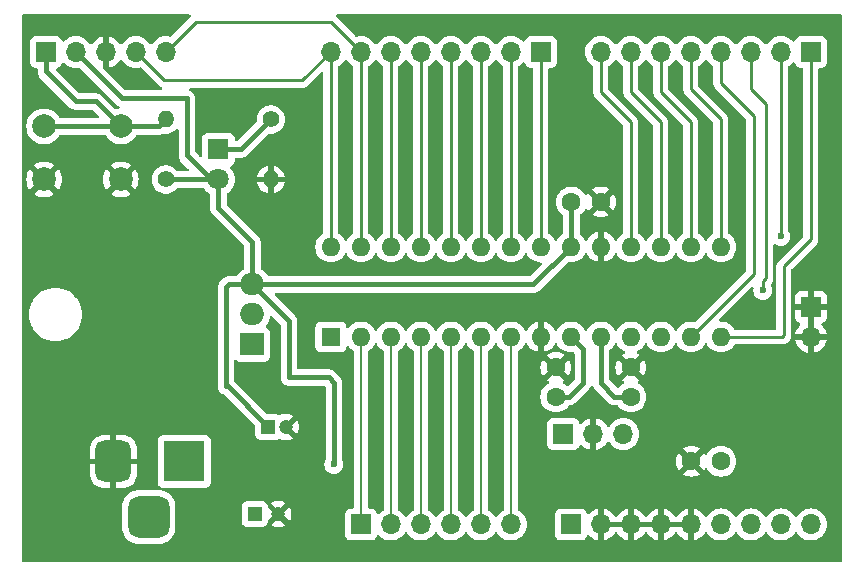
<source format=gbr>
%TF.GenerationSoftware,KiCad,Pcbnew,8.0.6*%
%TF.CreationDate,2024-12-21T17:19:29-08:00*%
%TF.ProjectId,PIC18F_DevBoard,50494331-3846-45f4-9465-76426f617264,rev?*%
%TF.SameCoordinates,Original*%
%TF.FileFunction,Copper,L1,Top*%
%TF.FilePolarity,Positive*%
%FSLAX46Y46*%
G04 Gerber Fmt 4.6, Leading zero omitted, Abs format (unit mm)*
G04 Created by KiCad (PCBNEW 8.0.6) date 2024-12-21 17:19:29*
%MOMM*%
%LPD*%
G01*
G04 APERTURE LIST*
G04 Aperture macros list*
%AMRoundRect*
0 Rectangle with rounded corners*
0 $1 Rounding radius*
0 $2 $3 $4 $5 $6 $7 $8 $9 X,Y pos of 4 corners*
0 Add a 4 corners polygon primitive as box body*
4,1,4,$2,$3,$4,$5,$6,$7,$8,$9,$2,$3,0*
0 Add four circle primitives for the rounded corners*
1,1,$1+$1,$2,$3*
1,1,$1+$1,$4,$5*
1,1,$1+$1,$6,$7*
1,1,$1+$1,$8,$9*
0 Add four rect primitives between the rounded corners*
20,1,$1+$1,$2,$3,$4,$5,0*
20,1,$1+$1,$4,$5,$6,$7,0*
20,1,$1+$1,$6,$7,$8,$9,0*
20,1,$1+$1,$8,$9,$2,$3,0*%
G04 Aperture macros list end*
%TA.AperFunction,ComponentPad*%
%ADD10R,2.000000X1.905000*%
%TD*%
%TA.AperFunction,ComponentPad*%
%ADD11O,2.000000X1.905000*%
%TD*%
%TA.AperFunction,ComponentPad*%
%ADD12R,1.600000X1.600000*%
%TD*%
%TA.AperFunction,ComponentPad*%
%ADD13O,1.600000X1.600000*%
%TD*%
%TA.AperFunction,ComponentPad*%
%ADD14C,2.000000*%
%TD*%
%TA.AperFunction,ComponentPad*%
%ADD15C,1.400000*%
%TD*%
%TA.AperFunction,ComponentPad*%
%ADD16O,1.400000X1.400000*%
%TD*%
%TA.AperFunction,ComponentPad*%
%ADD17O,1.700000X1.700000*%
%TD*%
%TA.AperFunction,ComponentPad*%
%ADD18R,1.700000X1.700000*%
%TD*%
%TA.AperFunction,ComponentPad*%
%ADD19R,3.500000X3.500000*%
%TD*%
%TA.AperFunction,ComponentPad*%
%ADD20RoundRect,0.750000X-0.750000X-1.000000X0.750000X-1.000000X0.750000X1.000000X-0.750000X1.000000X0*%
%TD*%
%TA.AperFunction,ComponentPad*%
%ADD21RoundRect,0.875000X-0.875000X-0.875000X0.875000X-0.875000X0.875000X0.875000X-0.875000X0.875000X0*%
%TD*%
%TA.AperFunction,ComponentPad*%
%ADD22R,1.800000X1.800000*%
%TD*%
%TA.AperFunction,ComponentPad*%
%ADD23C,1.800000*%
%TD*%
%TA.AperFunction,ComponentPad*%
%ADD24C,1.600000*%
%TD*%
%TA.AperFunction,ComponentPad*%
%ADD25R,1.200000X1.200000*%
%TD*%
%TA.AperFunction,ComponentPad*%
%ADD26C,1.200000*%
%TD*%
%TA.AperFunction,ViaPad*%
%ADD27C,0.600000*%
%TD*%
%TA.AperFunction,Conductor*%
%ADD28C,0.400000*%
%TD*%
%TA.AperFunction,Conductor*%
%ADD29C,0.250000*%
%TD*%
%TA.AperFunction,Conductor*%
%ADD30C,0.200000*%
%TD*%
G04 APERTURE END LIST*
D10*
%TO.P,U2,1,IN*%
%TO.N,Vin*%
X83525000Y-90170000D03*
D11*
%TO.P,U2,2,GND*%
%TO.N,GND*%
X83525000Y-87630000D03*
%TO.P,U2,3,OUT*%
%TO.N,+5V*%
X83525000Y-85090000D03*
%TD*%
D12*
%TO.P,U1,1,Vpp/~{MCLR}/RE3*%
%TO.N,MCLR*%
X90170000Y-89535000D03*
D13*
%TO.P,U1,2,RA0/AN0*%
%TO.N,RA0*%
X92710000Y-89535000D03*
%TO.P,U1,3,RA1/AN1*%
%TO.N,RA1*%
X95250000Y-89535000D03*
%TO.P,U1,4,RA2/AN2/Vref-/CVref*%
%TO.N,RA2*%
X97790000Y-89535000D03*
%TO.P,U1,5,RA3/AN3/Vref+*%
%TO.N,RA3*%
X100330000Y-89535000D03*
%TO.P,U1,6,RA4/T0CKI/C1OUT/RCV*%
%TO.N,RA4*%
X102870000Y-89535000D03*
%TO.P,U1,7,RA5/AN4/~{SS}/HLVDIN/C2OUT*%
%TO.N,RA5*%
X105410000Y-89535000D03*
%TO.P,U1,8,VSS*%
%TO.N,GND*%
X107950000Y-89535000D03*
%TO.P,U1,9,OSC1/CLKI*%
%TO.N,OSC1*%
X110490000Y-89535000D03*
%TO.P,U1,10,RA6/OSC2/CLKO*%
%TO.N,OSC2*%
X113030000Y-89535000D03*
%TO.P,U1,11,T1OSO/T13CKI/RC0*%
%TO.N,RC0*%
X115570000Y-89535000D03*
%TO.P,U1,12,~{UOE}/CCP2/T1OSI/RC1*%
%TO.N,RC1*%
X118110000Y-89535000D03*
%TO.P,U1,13,CCP1/RC2*%
%TO.N,RC2*%
X120650000Y-89535000D03*
%TO.P,U1,14,VUSB*%
%TO.N,Vu*%
X123190000Y-89535000D03*
%TO.P,U1,15,VM/D-/RC4*%
%TO.N,RC4*%
X123190000Y-81915000D03*
%TO.P,U1,16,VP/D+/RC5*%
%TO.N,RC5*%
X120650000Y-81915000D03*
%TO.P,U1,17,TX/CK/RC6*%
%TO.N,RC6*%
X118110000Y-81915000D03*
%TO.P,U1,18,SDO/RX/DT/RC7*%
%TO.N,RC7*%
X115570000Y-81915000D03*
%TO.P,U1,19,VSS*%
%TO.N,GND*%
X113030000Y-81915000D03*
%TO.P,U1,20,VDD*%
%TO.N,+5V*%
X110490000Y-81915000D03*
%TO.P,U1,21,RB0/AN12/INT0/FLT0/SDI/SDA*%
%TO.N,RB0*%
X107950000Y-81915000D03*
%TO.P,U1,22,RB1/AN10/INT1/SCK/SCL*%
%TO.N,RB1*%
X105410000Y-81915000D03*
%TO.P,U1,23,RB2/AN8/INT2/VMO*%
%TO.N,RB2*%
X102870000Y-81915000D03*
%TO.P,U1,24,RB3/AN9/CCP2/VPO*%
%TO.N,RB3*%
X100330000Y-81915000D03*
%TO.P,U1,25,RB4/AN11/KBI0*%
%TO.N,RB4*%
X97790000Y-81915000D03*
%TO.P,U1,26,RB5/KBI1/PGM*%
%TO.N,RB5*%
X95250000Y-81915000D03*
%TO.P,U1,27,RB6/KBI2/PGC*%
%TO.N,RB6*%
X92710000Y-81915000D03*
%TO.P,U1,28,RB7/KBI3/PGD*%
%TO.N,RB7*%
X90170000Y-81915000D03*
%TD*%
D14*
%TO.P,SW1,1,1*%
%TO.N,MCLR*%
X65890000Y-71700000D03*
X72390000Y-71700000D03*
%TO.P,SW1,2,2*%
%TO.N,GND*%
X65890000Y-76200000D03*
X72390000Y-76200000D03*
%TD*%
D15*
%TO.P,R2,1*%
%TO.N,Net-(D1-K)*%
X85090000Y-71120000D03*
D16*
%TO.P,R2,2*%
%TO.N,GND*%
X85090000Y-76200000D03*
%TD*%
D15*
%TO.P,R1,1*%
%TO.N,+5V*%
X76200000Y-76200000D03*
D16*
%TO.P,R1,2*%
%TO.N,MCLR*%
X76200000Y-71120000D03*
%TD*%
D17*
%TO.P,J8,5,Pin_5*%
%TO.N,RB6*%
X76200000Y-65405000D03*
%TO.P,J8,4,Pin_4*%
%TO.N,RB7*%
X73660000Y-65405000D03*
%TO.P,J8,3,Pin_3*%
%TO.N,GND*%
X71120000Y-65405000D03*
%TO.P,J8,2,Pin_2*%
%TO.N,+5V*%
X68580000Y-65405000D03*
D18*
%TO.P,J8,1,Pin_1*%
%TO.N,MCLR*%
X66040000Y-65405000D03*
%TD*%
%TO.P,J7,1,Pin_1*%
%TO.N,OSC1*%
X109855000Y-97765000D03*
D17*
%TO.P,J7,2,Pin_2*%
%TO.N,GND*%
X112395000Y-97765000D03*
%TO.P,J7,3,Pin_3*%
%TO.N,OSC2*%
X114935000Y-97765000D03*
%TD*%
D18*
%TO.P,J6,1,Pin_1*%
%TO.N,RA0*%
X92710000Y-105410000D03*
D17*
%TO.P,J6,2,Pin_2*%
%TO.N,RA1*%
X95250000Y-105410000D03*
%TO.P,J6,3,Pin_3*%
%TO.N,RA2*%
X97790000Y-105410000D03*
%TO.P,J6,4,Pin_4*%
%TO.N,RA3*%
X100330000Y-105410000D03*
%TO.P,J6,5,Pin_5*%
%TO.N,RA4*%
X102870000Y-105410000D03*
%TO.P,J6,6,Pin_6*%
%TO.N,RA5*%
X105410000Y-105410000D03*
%TD*%
D18*
%TO.P,J5,1,Pin_1*%
%TO.N,RB0*%
X107950000Y-65405000D03*
D17*
%TO.P,J5,2,Pin_2*%
%TO.N,RB1*%
X105410000Y-65405000D03*
%TO.P,J5,3,Pin_3*%
%TO.N,RB2*%
X102870000Y-65405000D03*
%TO.P,J5,4,Pin_4*%
%TO.N,RB3*%
X100330000Y-65405000D03*
%TO.P,J5,5,Pin_5*%
%TO.N,RB4*%
X97790000Y-65405000D03*
%TO.P,J5,6,Pin_6*%
%TO.N,RB5*%
X95250000Y-65405000D03*
%TO.P,J5,7,Pin_7*%
%TO.N,RB6*%
X92710000Y-65405000D03*
%TO.P,J5,8,Pin_8*%
%TO.N,RB7*%
X90170000Y-65405000D03*
%TD*%
D18*
%TO.P,J4,1,Pin_1*%
%TO.N,Vu*%
X130810000Y-65405000D03*
D17*
%TO.P,J4,2,Pin_2*%
%TO.N,RC0*%
X128270000Y-65405000D03*
%TO.P,J4,3,Pin_3*%
%TO.N,RC1*%
X125730000Y-65405000D03*
%TO.P,J4,4,Pin_4*%
%TO.N,RC2*%
X123190000Y-65405000D03*
%TO.P,J4,5,Pin_5*%
%TO.N,RC4*%
X120650000Y-65405000D03*
%TO.P,J4,6,Pin_6*%
%TO.N,RC5*%
X118110000Y-65405000D03*
%TO.P,J4,7,Pin_7*%
%TO.N,RC6*%
X115570000Y-65405000D03*
%TO.P,J4,8,Pin_8*%
%TO.N,RC7*%
X113030000Y-65405000D03*
%TD*%
D18*
%TO.P,J3,1,Pin_1*%
%TO.N,GND*%
X130810000Y-86995000D03*
D17*
%TO.P,J3,2,Pin_2*%
X130810000Y-89535000D03*
%TD*%
D18*
%TO.P,J2,1,Pin_1*%
%TO.N,Vin*%
X110490000Y-105410000D03*
D17*
%TO.P,J2,2,Pin_2*%
%TO.N,GND*%
X113030000Y-105410000D03*
%TO.P,J2,3,Pin_3*%
X115570000Y-105410000D03*
%TO.P,J2,4,Pin_4*%
X118110000Y-105410000D03*
%TO.P,J2,5,Pin_5*%
X120650000Y-105410000D03*
%TO.P,J2,6,Pin_6*%
%TO.N,+5V*%
X123190000Y-105410000D03*
%TO.P,J2,7,Pin_7*%
X125730000Y-105410000D03*
%TO.P,J2,8,Pin_8*%
X128270000Y-105410000D03*
%TO.P,J2,9,Pin_9*%
X130810000Y-105410000D03*
%TD*%
D19*
%TO.P,J1,1*%
%TO.N,Vin*%
X77755000Y-100075000D03*
D20*
%TO.P,J1,2*%
%TO.N,GND*%
X71755000Y-100075000D03*
D21*
%TO.P,J1,3*%
%TO.N,N/C*%
X74755000Y-104775000D03*
%TD*%
D22*
%TO.P,D1,1,K*%
%TO.N,Net-(D1-K)*%
X80645000Y-73660000D03*
D23*
%TO.P,D1,2,A*%
%TO.N,+5V*%
X80645000Y-76200000D03*
%TD*%
D24*
%TO.P,C6,1*%
%TO.N,OSC2*%
X115570000Y-94615000D03*
%TO.P,C6,2*%
%TO.N,GND*%
X115570000Y-92115000D03*
%TD*%
%TO.P,C5,1*%
%TO.N,OSC1*%
X109220000Y-94615000D03*
%TO.P,C5,2*%
%TO.N,GND*%
X109220000Y-92115000D03*
%TD*%
%TO.P,C4,1*%
%TO.N,+5V*%
X123190000Y-100056000D03*
%TO.P,C4,2*%
%TO.N,GND*%
X120690000Y-100056000D03*
%TD*%
%TO.P,C3,1*%
%TO.N,+5V*%
X110530000Y-78105000D03*
%TO.P,C3,2*%
%TO.N,GND*%
X113030000Y-78105000D03*
%TD*%
D25*
%TO.P,C2,1*%
%TO.N,+5V*%
X84860000Y-97155000D03*
D26*
%TO.P,C2,2*%
%TO.N,GND*%
X86360000Y-97155000D03*
%TD*%
D25*
%TO.P,C1,1*%
%TO.N,Vin*%
X83725000Y-104520000D03*
D26*
%TO.P,C1,2*%
%TO.N,GND*%
X85725000Y-104520000D03*
%TD*%
D27*
%TO.N,GND*%
X69088000Y-68326000D03*
X73406000Y-67818000D03*
X104140000Y-91948000D03*
X101600000Y-91948000D03*
X99060000Y-91948000D03*
X96520000Y-91948000D03*
X93980000Y-91948000D03*
X91440000Y-78994000D03*
X93980000Y-78994000D03*
X96520000Y-78994000D03*
X99060000Y-78994000D03*
X101600000Y-78994000D03*
X104140000Y-78994000D03*
X106680000Y-78994000D03*
X129540000Y-78994000D03*
X124460000Y-78994000D03*
X121920000Y-78994000D03*
X119380000Y-78994000D03*
X116840000Y-78994000D03*
%TO.N,+5V*%
X90424000Y-100330000D03*
%TO.N,RC0*%
X128270000Y-81026000D03*
%TO.N,RC1*%
X126746000Y-85598000D03*
%TD*%
D28*
%TO.N,OSC2*%
X113030000Y-93472000D02*
X114173000Y-94615000D01*
X113030000Y-89535000D02*
X113030000Y-93472000D01*
X114173000Y-94615000D02*
X115570000Y-94615000D01*
%TO.N,OSC1*%
X111506000Y-90551000D02*
X110490000Y-89535000D01*
X111506000Y-93472000D02*
X111506000Y-90551000D01*
X110363000Y-94615000D02*
X111506000Y-93472000D01*
X109220000Y-94615000D02*
X110363000Y-94615000D01*
%TO.N,+5V*%
X89978057Y-92964000D02*
X90424000Y-93409943D01*
X90424000Y-93409943D02*
X90424000Y-100330000D01*
X86614000Y-92964000D02*
X89978057Y-92964000D01*
X86614000Y-88179000D02*
X86614000Y-92964000D01*
X83525000Y-85090000D02*
X86614000Y-88179000D01*
X107315000Y-85090000D02*
X110490000Y-81915000D01*
X83525000Y-85090000D02*
X107315000Y-85090000D01*
X110530000Y-81875000D02*
X110490000Y-81915000D01*
X110530000Y-78105000D02*
X110530000Y-81875000D01*
D29*
%TO.N,RC0*%
X128270000Y-81026000D02*
X128270000Y-65405000D01*
%TO.N,Vu*%
X130810000Y-81280000D02*
X130810000Y-65405000D01*
X128524000Y-89408000D02*
X128524000Y-83566000D01*
X128524000Y-83566000D02*
X130810000Y-81280000D01*
X128397000Y-89535000D02*
X128524000Y-89408000D01*
X123190000Y-89535000D02*
X128397000Y-89535000D01*
%TO.N,RC1*%
X125730000Y-68580000D02*
X125730000Y-65405000D01*
X127000000Y-69850000D02*
X125730000Y-68580000D01*
X126746000Y-84836000D02*
X127000000Y-84582000D01*
X127000000Y-84582000D02*
X127000000Y-69850000D01*
X126746000Y-85598000D02*
X126746000Y-84836000D01*
%TO.N,RC2*%
X123190000Y-68072000D02*
X123190000Y-65405000D01*
X125984000Y-70866000D02*
X123190000Y-68072000D01*
X125984000Y-84201000D02*
X125984000Y-70866000D01*
X120650000Y-89535000D02*
X125984000Y-84201000D01*
%TO.N,RC4*%
X123190000Y-71120000D02*
X120650000Y-68580000D01*
X123190000Y-81915000D02*
X123190000Y-71120000D01*
X120650000Y-68580000D02*
X120650000Y-65405000D01*
%TO.N,RC5*%
X118110000Y-68834000D02*
X118110000Y-65405000D01*
X120650000Y-71374000D02*
X118110000Y-68834000D01*
X120650000Y-81915000D02*
X120650000Y-71374000D01*
%TO.N,RC6*%
X115570000Y-68834000D02*
X115570000Y-65405000D01*
X118110000Y-71374000D02*
X115570000Y-68834000D01*
X118110000Y-81915000D02*
X118110000Y-71374000D01*
%TO.N,RC7*%
X113030000Y-68834000D02*
X113030000Y-65405000D01*
X115570000Y-71374000D02*
X113030000Y-68834000D01*
X115570000Y-81915000D02*
X115570000Y-71374000D01*
%TO.N,RB6*%
X90160000Y-62855000D02*
X92710000Y-65405000D01*
X78750000Y-62855000D02*
X90160000Y-62855000D01*
X76200000Y-65405000D02*
X78750000Y-62855000D01*
%TO.N,RB7*%
X76073000Y-67818000D02*
X73660000Y-65405000D01*
X87757000Y-67818000D02*
X76073000Y-67818000D01*
X90170000Y-65405000D02*
X87757000Y-67818000D01*
%TO.N,RB0*%
X107950000Y-65405000D02*
X107950000Y-81915000D01*
%TO.N,RB1*%
X105410000Y-65405000D02*
X105410000Y-81915000D01*
%TO.N,RB2*%
X102870000Y-65405000D02*
X102870000Y-81915000D01*
%TO.N,RB3*%
X100330000Y-65405000D02*
X100330000Y-81915000D01*
%TO.N,RB4*%
X97790000Y-65405000D02*
X97790000Y-81915000D01*
%TO.N,RB5*%
X95250000Y-65405000D02*
X95250000Y-81915000D01*
%TO.N,RB6*%
X92710000Y-65405000D02*
X92710000Y-81915000D01*
%TO.N,RB7*%
X90170000Y-65405000D02*
X90170000Y-81915000D01*
D28*
%TO.N,Net-(D1-K)*%
X82550000Y-73660000D02*
X85090000Y-71120000D01*
X80645000Y-73660000D02*
X82550000Y-73660000D01*
%TO.N,MCLR*%
X75620000Y-71700000D02*
X76200000Y-71120000D01*
X72390000Y-71700000D02*
X75620000Y-71700000D01*
%TO.N,+5V*%
X80010000Y-76200000D02*
X80645000Y-76200000D01*
X77978000Y-69342000D02*
X77978000Y-74168000D01*
X72517000Y-69342000D02*
X77978000Y-69342000D01*
X68580000Y-65405000D02*
X72517000Y-69342000D01*
X77978000Y-74168000D02*
X80010000Y-76200000D01*
X76200000Y-76200000D02*
X80645000Y-76200000D01*
%TO.N,MCLR*%
X70286000Y-69596000D02*
X72390000Y-71700000D01*
X66040000Y-67056000D02*
X68580000Y-69596000D01*
X66040000Y-65405000D02*
X66040000Y-67056000D01*
X68580000Y-69596000D02*
X70286000Y-69596000D01*
X65890000Y-71700000D02*
X72390000Y-71700000D01*
%TO.N,+5V*%
X80645000Y-78613000D02*
X80645000Y-76200000D01*
X83525000Y-81493000D02*
X80645000Y-78613000D01*
X83525000Y-85090000D02*
X83525000Y-81493000D01*
X81534000Y-85090000D02*
X83525000Y-85090000D01*
X81280000Y-93726000D02*
X81280000Y-85344000D01*
X81431000Y-93726000D02*
X81280000Y-93726000D01*
X81280000Y-85344000D02*
X81534000Y-85090000D01*
X84860000Y-97155000D02*
X81431000Y-93726000D01*
D30*
%TO.N,RA0*%
X92710000Y-105410000D02*
X92710000Y-89535000D01*
%TO.N,RA1*%
X95250000Y-105410000D02*
X95250000Y-89535000D01*
%TO.N,RA2*%
X97790000Y-105410000D02*
X97790000Y-89535000D01*
%TO.N,RA3*%
X100330000Y-105410000D02*
X100330000Y-89535000D01*
%TO.N,RA4*%
X102870000Y-105410000D02*
X102870000Y-89535000D01*
%TO.N,RA5*%
X105410000Y-105410000D02*
X105410000Y-89535000D01*
%TD*%
%TA.AperFunction,Conductor*%
%TO.N,GND*%
G36*
X115104075Y-105217007D02*
G01*
X115070000Y-105344174D01*
X115070000Y-105475826D01*
X115104075Y-105602993D01*
X115136988Y-105660000D01*
X113463012Y-105660000D01*
X113495925Y-105602993D01*
X113530000Y-105475826D01*
X113530000Y-105344174D01*
X113495925Y-105217007D01*
X113463012Y-105160000D01*
X115136988Y-105160000D01*
X115104075Y-105217007D01*
G37*
%TD.AperFunction*%
%TA.AperFunction,Conductor*%
G36*
X117644075Y-105217007D02*
G01*
X117610000Y-105344174D01*
X117610000Y-105475826D01*
X117644075Y-105602993D01*
X117676988Y-105660000D01*
X116003012Y-105660000D01*
X116035925Y-105602993D01*
X116070000Y-105475826D01*
X116070000Y-105344174D01*
X116035925Y-105217007D01*
X116003012Y-105160000D01*
X117676988Y-105160000D01*
X117644075Y-105217007D01*
G37*
%TD.AperFunction*%
%TA.AperFunction,Conductor*%
G36*
X120184075Y-105217007D02*
G01*
X120150000Y-105344174D01*
X120150000Y-105475826D01*
X120184075Y-105602993D01*
X120216988Y-105660000D01*
X118543012Y-105660000D01*
X118575925Y-105602993D01*
X118610000Y-105475826D01*
X118610000Y-105344174D01*
X118575925Y-105217007D01*
X118543012Y-105160000D01*
X120216988Y-105160000D01*
X120184075Y-105217007D01*
G37*
%TD.AperFunction*%
%TA.AperFunction,Conductor*%
G36*
X131060000Y-89101988D02*
G01*
X131002993Y-89069075D01*
X130875826Y-89035000D01*
X130744174Y-89035000D01*
X130617007Y-89069075D01*
X130560000Y-89101988D01*
X130560000Y-87428012D01*
X130617007Y-87460925D01*
X130744174Y-87495000D01*
X130875826Y-87495000D01*
X131002993Y-87460925D01*
X131060000Y-87428012D01*
X131060000Y-89101988D01*
G37*
%TD.AperFunction*%
%TA.AperFunction,Conductor*%
G36*
X78265585Y-62242185D02*
G01*
X78311340Y-62294989D01*
X78321284Y-62364147D01*
X78292259Y-62427703D01*
X78286227Y-62434181D01*
X76655646Y-64064762D01*
X76594323Y-64098247D01*
X76535872Y-64096856D01*
X76435413Y-64069938D01*
X76435403Y-64069936D01*
X76200001Y-64049341D01*
X76199999Y-64049341D01*
X75964596Y-64069936D01*
X75964586Y-64069938D01*
X75736344Y-64131094D01*
X75736335Y-64131098D01*
X75522171Y-64230964D01*
X75522169Y-64230965D01*
X75328597Y-64366505D01*
X75161505Y-64533597D01*
X75031575Y-64719158D01*
X74976998Y-64762783D01*
X74907500Y-64769977D01*
X74845145Y-64738454D01*
X74828425Y-64719158D01*
X74698494Y-64533597D01*
X74531402Y-64366506D01*
X74531395Y-64366501D01*
X74337834Y-64230967D01*
X74337830Y-64230965D01*
X74337828Y-64230964D01*
X74123663Y-64131097D01*
X74123659Y-64131096D01*
X74123655Y-64131094D01*
X73895413Y-64069938D01*
X73895403Y-64069936D01*
X73660001Y-64049341D01*
X73659999Y-64049341D01*
X73424596Y-64069936D01*
X73424586Y-64069938D01*
X73196344Y-64131094D01*
X73196335Y-64131098D01*
X72982171Y-64230964D01*
X72982169Y-64230965D01*
X72788597Y-64366505D01*
X72621508Y-64533594D01*
X72491269Y-64719595D01*
X72436692Y-64763219D01*
X72367193Y-64770412D01*
X72304839Y-64738890D01*
X72288119Y-64719594D01*
X72158113Y-64533926D01*
X72158108Y-64533920D01*
X71991082Y-64366894D01*
X71797578Y-64231399D01*
X71583492Y-64131570D01*
X71583486Y-64131567D01*
X71370000Y-64074364D01*
X71370000Y-64971988D01*
X71312993Y-64939075D01*
X71185826Y-64905000D01*
X71054174Y-64905000D01*
X70927007Y-64939075D01*
X70870000Y-64971988D01*
X70870000Y-64074364D01*
X70869999Y-64074364D01*
X70656513Y-64131567D01*
X70656507Y-64131570D01*
X70442422Y-64231399D01*
X70442420Y-64231400D01*
X70248926Y-64366886D01*
X70248920Y-64366891D01*
X70081891Y-64533920D01*
X70081890Y-64533922D01*
X69951880Y-64719595D01*
X69897303Y-64763219D01*
X69827804Y-64770412D01*
X69765450Y-64738890D01*
X69748730Y-64719594D01*
X69618494Y-64533597D01*
X69451402Y-64366506D01*
X69451395Y-64366501D01*
X69257834Y-64230967D01*
X69257830Y-64230965D01*
X69257828Y-64230964D01*
X69043663Y-64131097D01*
X69043659Y-64131096D01*
X69043655Y-64131094D01*
X68815413Y-64069938D01*
X68815403Y-64069936D01*
X68580001Y-64049341D01*
X68579999Y-64049341D01*
X68344596Y-64069936D01*
X68344586Y-64069938D01*
X68116344Y-64131094D01*
X68116335Y-64131098D01*
X67902171Y-64230964D01*
X67902169Y-64230965D01*
X67708600Y-64366503D01*
X67586673Y-64488430D01*
X67525350Y-64521914D01*
X67455658Y-64516930D01*
X67399725Y-64475058D01*
X67382810Y-64444081D01*
X67333797Y-64312671D01*
X67333793Y-64312664D01*
X67247547Y-64197455D01*
X67247544Y-64197452D01*
X67132335Y-64111206D01*
X67132328Y-64111202D01*
X66997482Y-64060908D01*
X66997483Y-64060908D01*
X66937883Y-64054501D01*
X66937881Y-64054500D01*
X66937873Y-64054500D01*
X66937864Y-64054500D01*
X65142129Y-64054500D01*
X65142123Y-64054501D01*
X65082516Y-64060908D01*
X64947671Y-64111202D01*
X64947664Y-64111206D01*
X64832455Y-64197452D01*
X64832452Y-64197455D01*
X64746206Y-64312664D01*
X64746202Y-64312671D01*
X64695908Y-64447517D01*
X64689501Y-64507116D01*
X64689501Y-64507123D01*
X64689500Y-64507135D01*
X64689500Y-66302870D01*
X64689501Y-66302876D01*
X64695908Y-66362483D01*
X64746202Y-66497328D01*
X64746206Y-66497335D01*
X64832452Y-66612544D01*
X64832455Y-66612547D01*
X64947664Y-66698793D01*
X64947671Y-66698797D01*
X64974955Y-66708973D01*
X65082517Y-66749091D01*
X65142127Y-66755500D01*
X65215500Y-66755499D01*
X65282538Y-66775183D01*
X65328294Y-66827986D01*
X65339500Y-66879499D01*
X65339500Y-66987006D01*
X65339500Y-67124994D01*
X65339500Y-67124996D01*
X65339499Y-67124996D01*
X65366418Y-67260322D01*
X65366421Y-67260332D01*
X65419222Y-67387807D01*
X65495887Y-67502545D01*
X65495888Y-67502546D01*
X68035886Y-70042542D01*
X68102434Y-70109090D01*
X68133459Y-70140115D01*
X68248182Y-70216771D01*
X68248186Y-70216773D01*
X68248189Y-70216775D01*
X68322866Y-70247707D01*
X68322867Y-70247707D01*
X68322869Y-70247709D01*
X68375666Y-70269578D01*
X68375671Y-70269580D01*
X68375680Y-70269581D01*
X68375681Y-70269582D01*
X68402545Y-70274925D01*
X68402551Y-70274926D01*
X68402591Y-70274934D01*
X68492937Y-70292905D01*
X68511006Y-70296500D01*
X68511007Y-70296500D01*
X69944481Y-70296500D01*
X70011520Y-70316185D01*
X70032162Y-70332819D01*
X70487162Y-70787819D01*
X70520647Y-70849142D01*
X70515663Y-70918834D01*
X70473791Y-70974767D01*
X70408327Y-70999184D01*
X70399481Y-70999500D01*
X67291802Y-70999500D01*
X67224763Y-70979815D01*
X67187993Y-70943321D01*
X67078165Y-70775216D01*
X67028501Y-70721267D01*
X66909744Y-70592262D01*
X66713509Y-70439526D01*
X66713507Y-70439525D01*
X66713506Y-70439524D01*
X66494811Y-70321172D01*
X66494802Y-70321169D01*
X66259616Y-70240429D01*
X66014335Y-70199500D01*
X65765665Y-70199500D01*
X65520383Y-70240429D01*
X65285197Y-70321169D01*
X65285188Y-70321172D01*
X65066493Y-70439524D01*
X64870257Y-70592261D01*
X64701835Y-70775216D01*
X64565826Y-70983393D01*
X64465936Y-71211118D01*
X64404892Y-71452175D01*
X64404890Y-71452187D01*
X64384357Y-71699994D01*
X64384357Y-71700005D01*
X64404890Y-71947812D01*
X64404892Y-71947824D01*
X64465936Y-72188881D01*
X64565826Y-72416606D01*
X64701833Y-72624782D01*
X64701836Y-72624785D01*
X64870256Y-72807738D01*
X65066491Y-72960474D01*
X65285190Y-73078828D01*
X65520386Y-73159571D01*
X65765665Y-73200500D01*
X66014335Y-73200500D01*
X66259614Y-73159571D01*
X66494810Y-73078828D01*
X66713509Y-72960474D01*
X66909744Y-72807738D01*
X67078164Y-72624785D01*
X67148146Y-72517669D01*
X67187993Y-72456679D01*
X67241139Y-72411322D01*
X67291802Y-72400500D01*
X70988198Y-72400500D01*
X71055237Y-72420185D01*
X71092007Y-72456679D01*
X71201833Y-72624782D01*
X71201836Y-72624785D01*
X71370256Y-72807738D01*
X71566491Y-72960474D01*
X71785190Y-73078828D01*
X72020386Y-73159571D01*
X72265665Y-73200500D01*
X72514335Y-73200500D01*
X72759614Y-73159571D01*
X72994810Y-73078828D01*
X73213509Y-72960474D01*
X73409744Y-72807738D01*
X73578164Y-72624785D01*
X73648146Y-72517669D01*
X73687993Y-72456679D01*
X73741139Y-72411322D01*
X73791802Y-72400500D01*
X75688996Y-72400500D01*
X75780040Y-72382389D01*
X75824328Y-72373580D01*
X75878387Y-72351188D01*
X75957440Y-72318444D01*
X75958202Y-72320284D01*
X76017619Y-72307893D01*
X76030498Y-72309609D01*
X76088757Y-72320500D01*
X76088758Y-72320500D01*
X76311241Y-72320500D01*
X76311243Y-72320500D01*
X76529940Y-72279618D01*
X76737401Y-72199247D01*
X76926562Y-72082124D01*
X77069964Y-71951395D01*
X77132765Y-71920780D01*
X77202153Y-71928977D01*
X77256093Y-71973387D01*
X77277461Y-72039909D01*
X77277500Y-72043034D01*
X77277500Y-74099006D01*
X77277500Y-74236994D01*
X77277500Y-74236996D01*
X77277499Y-74236996D01*
X77304418Y-74372322D01*
X77304421Y-74372332D01*
X77357222Y-74499807D01*
X77433887Y-74614545D01*
X77433888Y-74614546D01*
X78107162Y-75287819D01*
X78140647Y-75349142D01*
X78135663Y-75418833D01*
X78093792Y-75474767D01*
X78028327Y-75499184D01*
X78019481Y-75499500D01*
X77237105Y-75499500D01*
X77170066Y-75479815D01*
X77138151Y-75450227D01*
X77090979Y-75387761D01*
X76926562Y-75237876D01*
X76926560Y-75237874D01*
X76737404Y-75120754D01*
X76737398Y-75120752D01*
X76529940Y-75040382D01*
X76311243Y-74999500D01*
X76088757Y-74999500D01*
X75870060Y-75040382D01*
X75738864Y-75091207D01*
X75662601Y-75120752D01*
X75662595Y-75120754D01*
X75473439Y-75237874D01*
X75473437Y-75237876D01*
X75309020Y-75387761D01*
X75174943Y-75565308D01*
X75174938Y-75565316D01*
X75075775Y-75764461D01*
X75075769Y-75764476D01*
X75014885Y-75978462D01*
X75014884Y-75978464D01*
X74994357Y-76199999D01*
X74994357Y-76200000D01*
X75014884Y-76421535D01*
X75014885Y-76421537D01*
X75075769Y-76635523D01*
X75075775Y-76635538D01*
X75174938Y-76834683D01*
X75174943Y-76834691D01*
X75309020Y-77012238D01*
X75473437Y-77162123D01*
X75473439Y-77162125D01*
X75662595Y-77279245D01*
X75662596Y-77279245D01*
X75662599Y-77279247D01*
X75870060Y-77359618D01*
X76088757Y-77400500D01*
X76088759Y-77400500D01*
X76311241Y-77400500D01*
X76311243Y-77400500D01*
X76529940Y-77359618D01*
X76737401Y-77279247D01*
X76926562Y-77162124D01*
X77090981Y-77012236D01*
X77138151Y-76949773D01*
X77194260Y-76908137D01*
X77237105Y-76900500D01*
X79362649Y-76900500D01*
X79429688Y-76920185D01*
X79466458Y-76956679D01*
X79536016Y-77063147D01*
X79536019Y-77063151D01*
X79536021Y-77063153D01*
X79693216Y-77233913D01*
X79693219Y-77233915D01*
X79693222Y-77233918D01*
X79876364Y-77376463D01*
X79876367Y-77376465D01*
X79876374Y-77376470D01*
X79879512Y-77378168D01*
X79880549Y-77379197D01*
X79880662Y-77379271D01*
X79880646Y-77379294D01*
X79929104Y-77427383D01*
X79944500Y-77487225D01*
X79944500Y-78544006D01*
X79944500Y-78681994D01*
X79944500Y-78681996D01*
X79944499Y-78681996D01*
X79971418Y-78817322D01*
X79971421Y-78817332D01*
X80024222Y-78944807D01*
X80100887Y-79059545D01*
X80100888Y-79059546D01*
X82788181Y-81746838D01*
X82821666Y-81808161D01*
X82824500Y-81834519D01*
X82824500Y-83715992D01*
X82804815Y-83783031D01*
X82756796Y-83826476D01*
X82715964Y-83847281D01*
X82656414Y-83890547D01*
X82530934Y-83981714D01*
X82530932Y-83981716D01*
X82530931Y-83981716D01*
X82369216Y-84143431D01*
X82369216Y-84143432D01*
X82369214Y-84143434D01*
X82328826Y-84199022D01*
X82234781Y-84328463D01*
X82233669Y-84330280D01*
X82233065Y-84330826D01*
X82231919Y-84332404D01*
X82231587Y-84332163D01*
X82181862Y-84377160D01*
X82127936Y-84389500D01*
X81465003Y-84389500D01*
X81356590Y-84411065D01*
X81356589Y-84411065D01*
X81329671Y-84416420D01*
X81202190Y-84469224D01*
X81087454Y-84545887D01*
X80735890Y-84897451D01*
X80735884Y-84897459D01*
X80735855Y-84897503D01*
X80735786Y-84897607D01*
X80659223Y-85012191D01*
X80606421Y-85139667D01*
X80606418Y-85139677D01*
X80579500Y-85275004D01*
X80579500Y-85275007D01*
X80579500Y-93657006D01*
X80579500Y-93657007D01*
X80579500Y-93794993D01*
X80579500Y-93794995D01*
X80579499Y-93794995D01*
X80606418Y-93930322D01*
X80606421Y-93930332D01*
X80659221Y-94057804D01*
X80659228Y-94057817D01*
X80735885Y-94172541D01*
X80735888Y-94172545D01*
X80833454Y-94270111D01*
X80833458Y-94270114D01*
X80948182Y-94346771D01*
X80948195Y-94346778D01*
X81024678Y-94378458D01*
X81075672Y-94399580D01*
X81086523Y-94401738D01*
X81148436Y-94434120D01*
X81150018Y-94435675D01*
X83723181Y-97008838D01*
X83756666Y-97070161D01*
X83759500Y-97096519D01*
X83759500Y-97802870D01*
X83759501Y-97802876D01*
X83765908Y-97862483D01*
X83816202Y-97997328D01*
X83816206Y-97997335D01*
X83902452Y-98112544D01*
X83902455Y-98112547D01*
X84017664Y-98198793D01*
X84017671Y-98198797D01*
X84152517Y-98249091D01*
X84152516Y-98249091D01*
X84159444Y-98249835D01*
X84212127Y-98255500D01*
X85507872Y-98255499D01*
X85567483Y-98249091D01*
X85622251Y-98228664D01*
X85702329Y-98198797D01*
X85702329Y-98198796D01*
X85702331Y-98198796D01*
X85751993Y-98161618D01*
X85817454Y-98137201D01*
X85871097Y-98145258D01*
X86057678Y-98217539D01*
X86258072Y-98255000D01*
X86461928Y-98255000D01*
X86662322Y-98217539D01*
X86852412Y-98143899D01*
X86852416Y-98143897D01*
X86940686Y-98089241D01*
X86940686Y-98089240D01*
X86301300Y-97449854D01*
X86320504Y-97455000D01*
X86399496Y-97455000D01*
X86475796Y-97434556D01*
X86544205Y-97395060D01*
X86600060Y-97339205D01*
X86639556Y-97270796D01*
X86660000Y-97194496D01*
X86660000Y-97155000D01*
X86713553Y-97155000D01*
X87297465Y-97738912D01*
X87299247Y-97736553D01*
X87299248Y-97736551D01*
X87390113Y-97554069D01*
X87390116Y-97554063D01*
X87445902Y-97357992D01*
X87445903Y-97357989D01*
X87464713Y-97155000D01*
X87464713Y-97154999D01*
X87445903Y-96952010D01*
X87445902Y-96952007D01*
X87390116Y-96755936D01*
X87390113Y-96755930D01*
X87299249Y-96573449D01*
X87299247Y-96573447D01*
X87297465Y-96571087D01*
X86713553Y-97155000D01*
X86660000Y-97155000D01*
X86660000Y-97115504D01*
X86639556Y-97039204D01*
X86600060Y-96970795D01*
X86544205Y-96914940D01*
X86475796Y-96875444D01*
X86399496Y-96855000D01*
X86320504Y-96855000D01*
X86301301Y-96860145D01*
X86360000Y-96801447D01*
X86940687Y-96220758D01*
X86852413Y-96166101D01*
X86852411Y-96166100D01*
X86662321Y-96092460D01*
X86461928Y-96055000D01*
X86258072Y-96055000D01*
X86057677Y-96092460D01*
X85871098Y-96164741D01*
X85801474Y-96170603D01*
X85751993Y-96148381D01*
X85702331Y-96111204D01*
X85702329Y-96111203D01*
X85702328Y-96111202D01*
X85567482Y-96060908D01*
X85567483Y-96060908D01*
X85507883Y-96054501D01*
X85507881Y-96054500D01*
X85507873Y-96054500D01*
X85507865Y-96054500D01*
X84801519Y-96054500D01*
X84734480Y-96034815D01*
X84713838Y-96018181D01*
X82016819Y-93321162D01*
X81983334Y-93259839D01*
X81980500Y-93233481D01*
X81980500Y-91587814D01*
X82000185Y-91520775D01*
X82052989Y-91475020D01*
X82122147Y-91465076D01*
X82178810Y-91488547D01*
X82221861Y-91520775D01*
X82282668Y-91566295D01*
X82282671Y-91566297D01*
X82417517Y-91616591D01*
X82417516Y-91616591D01*
X82424444Y-91617335D01*
X82477127Y-91623000D01*
X84572872Y-91622999D01*
X84632483Y-91616591D01*
X84767331Y-91566296D01*
X84882546Y-91480046D01*
X84968796Y-91364831D01*
X85019091Y-91229983D01*
X85025500Y-91170373D01*
X85025499Y-89169628D01*
X85019091Y-89110017D01*
X85011067Y-89088504D01*
X84968797Y-88975171D01*
X84968793Y-88975164D01*
X84882547Y-88859955D01*
X84882544Y-88859952D01*
X84767335Y-88773706D01*
X84767326Y-88773701D01*
X84738974Y-88763127D01*
X84683040Y-88721257D01*
X84658622Y-88655792D01*
X84673473Y-88587519D01*
X84681988Y-88574059D01*
X84814788Y-88391276D01*
X84918582Y-88187568D01*
X84989234Y-87970125D01*
X84989234Y-87970124D01*
X85009306Y-87843400D01*
X85039235Y-87780265D01*
X85098547Y-87743334D01*
X85168409Y-87744332D01*
X85219460Y-87775117D01*
X85877181Y-88432838D01*
X85910666Y-88494161D01*
X85913500Y-88520519D01*
X85913500Y-93032993D01*
X85913500Y-93032995D01*
X85913499Y-93032995D01*
X85940418Y-93168322D01*
X85940421Y-93168332D01*
X85993221Y-93295804D01*
X85993228Y-93295817D01*
X86069885Y-93410541D01*
X86069888Y-93410545D01*
X86167454Y-93508111D01*
X86167458Y-93508114D01*
X86282182Y-93584771D01*
X86282195Y-93584778D01*
X86409667Y-93637578D01*
X86409672Y-93637580D01*
X86409676Y-93637580D01*
X86409677Y-93637581D01*
X86545004Y-93664500D01*
X86545007Y-93664500D01*
X86682993Y-93664500D01*
X89599500Y-93664500D01*
X89666539Y-93684185D01*
X89712294Y-93736989D01*
X89723500Y-93788500D01*
X89723500Y-99904507D01*
X89704494Y-99970478D01*
X89698209Y-99980479D01*
X89638633Y-100150737D01*
X89638630Y-100150750D01*
X89618435Y-100329996D01*
X89618435Y-100330003D01*
X89638630Y-100509249D01*
X89638631Y-100509254D01*
X89698211Y-100679523D01*
X89716566Y-100708734D01*
X89794184Y-100832262D01*
X89921738Y-100959816D01*
X90074478Y-101055789D01*
X90244745Y-101115368D01*
X90244750Y-101115369D01*
X90423996Y-101135565D01*
X90424000Y-101135565D01*
X90424004Y-101135565D01*
X90603249Y-101115369D01*
X90603252Y-101115368D01*
X90603255Y-101115368D01*
X90773522Y-101055789D01*
X90926262Y-100959816D01*
X91053816Y-100832262D01*
X91149789Y-100679522D01*
X91209368Y-100509255D01*
X91209369Y-100509249D01*
X91229565Y-100330003D01*
X91229565Y-100329996D01*
X91209369Y-100150750D01*
X91209366Y-100150737D01*
X91149790Y-99980479D01*
X91143506Y-99970478D01*
X91124500Y-99904507D01*
X91124500Y-93340948D01*
X91112268Y-93279459D01*
X91112268Y-93279458D01*
X91097580Y-93205615D01*
X91092779Y-93194024D01*
X91044777Y-93078135D01*
X90968112Y-92963397D01*
X90424602Y-92419887D01*
X90309864Y-92343222D01*
X90182389Y-92290421D01*
X90182379Y-92290418D01*
X90047053Y-92263500D01*
X90047051Y-92263500D01*
X90047050Y-92263500D01*
X87438500Y-92263500D01*
X87371461Y-92243815D01*
X87325706Y-92191011D01*
X87314500Y-92139500D01*
X87314500Y-88110004D01*
X87287581Y-87974677D01*
X87287580Y-87974676D01*
X87287580Y-87974672D01*
X87285696Y-87970124D01*
X87234777Y-87847192D01*
X87158112Y-87732454D01*
X87158111Y-87732453D01*
X85427838Y-86002181D01*
X85394353Y-85940858D01*
X85399337Y-85871166D01*
X85441209Y-85815233D01*
X85506673Y-85790816D01*
X85515519Y-85790500D01*
X107383996Y-85790500D01*
X107475040Y-85772389D01*
X107519328Y-85763580D01*
X107583069Y-85737177D01*
X107646807Y-85710777D01*
X107646808Y-85710776D01*
X107646811Y-85710775D01*
X107761543Y-85634114D01*
X110159630Y-83236025D01*
X110220951Y-83202542D01*
X110258117Y-83200180D01*
X110263303Y-83200633D01*
X110263308Y-83200635D01*
X110467391Y-83218490D01*
X110489999Y-83220468D01*
X110490000Y-83220468D01*
X110490002Y-83220468D01*
X110546673Y-83215509D01*
X110716692Y-83200635D01*
X110936496Y-83141739D01*
X111142734Y-83045568D01*
X111329139Y-82915047D01*
X111490047Y-82754139D01*
X111620568Y-82567734D01*
X111647895Y-82509129D01*
X111694064Y-82456695D01*
X111761257Y-82437542D01*
X111828139Y-82457757D01*
X111872657Y-82509133D01*
X111899865Y-82567482D01*
X112030342Y-82753820D01*
X112191179Y-82914657D01*
X112377517Y-83045134D01*
X112583673Y-83141265D01*
X112583682Y-83141269D01*
X112779999Y-83193872D01*
X112780000Y-83193871D01*
X112780000Y-82230686D01*
X112784394Y-82235080D01*
X112875606Y-82287741D01*
X112977339Y-82315000D01*
X113082661Y-82315000D01*
X113184394Y-82287741D01*
X113275606Y-82235080D01*
X113280000Y-82230686D01*
X113280000Y-83193872D01*
X113476317Y-83141269D01*
X113476326Y-83141265D01*
X113682482Y-83045134D01*
X113868820Y-82914657D01*
X114029657Y-82753820D01*
X114160132Y-82567484D01*
X114187341Y-82509134D01*
X114233513Y-82456695D01*
X114300707Y-82437542D01*
X114367588Y-82457757D01*
X114412106Y-82509133D01*
X114439431Y-82567732D01*
X114439432Y-82567734D01*
X114569954Y-82754141D01*
X114730858Y-82915045D01*
X114730861Y-82915047D01*
X114917266Y-83045568D01*
X115123504Y-83141739D01*
X115343308Y-83200635D01*
X115505230Y-83214801D01*
X115569998Y-83220468D01*
X115570000Y-83220468D01*
X115570002Y-83220468D01*
X115626673Y-83215509D01*
X115796692Y-83200635D01*
X116016496Y-83141739D01*
X116222734Y-83045568D01*
X116409139Y-82915047D01*
X116570047Y-82754139D01*
X116700568Y-82567734D01*
X116727618Y-82509724D01*
X116773790Y-82457285D01*
X116840983Y-82438133D01*
X116907865Y-82458348D01*
X116952382Y-82509725D01*
X116979429Y-82567728D01*
X116979432Y-82567734D01*
X117109954Y-82754141D01*
X117270858Y-82915045D01*
X117270861Y-82915047D01*
X117457266Y-83045568D01*
X117663504Y-83141739D01*
X117883308Y-83200635D01*
X118045230Y-83214801D01*
X118109998Y-83220468D01*
X118110000Y-83220468D01*
X118110002Y-83220468D01*
X118166673Y-83215509D01*
X118336692Y-83200635D01*
X118556496Y-83141739D01*
X118762734Y-83045568D01*
X118949139Y-82915047D01*
X119110047Y-82754139D01*
X119240568Y-82567734D01*
X119267618Y-82509724D01*
X119313790Y-82457285D01*
X119380983Y-82438133D01*
X119447865Y-82458348D01*
X119492382Y-82509725D01*
X119519429Y-82567728D01*
X119519432Y-82567734D01*
X119649954Y-82754141D01*
X119810858Y-82915045D01*
X119810861Y-82915047D01*
X119997266Y-83045568D01*
X120203504Y-83141739D01*
X120423308Y-83200635D01*
X120585230Y-83214801D01*
X120649998Y-83220468D01*
X120650000Y-83220468D01*
X120650002Y-83220468D01*
X120706673Y-83215509D01*
X120876692Y-83200635D01*
X121096496Y-83141739D01*
X121302734Y-83045568D01*
X121489139Y-82915047D01*
X121650047Y-82754139D01*
X121780568Y-82567734D01*
X121807618Y-82509724D01*
X121853790Y-82457285D01*
X121920983Y-82438133D01*
X121987865Y-82458348D01*
X122032382Y-82509725D01*
X122059429Y-82567728D01*
X122059432Y-82567734D01*
X122189954Y-82754141D01*
X122350858Y-82915045D01*
X122350861Y-82915047D01*
X122537266Y-83045568D01*
X122743504Y-83141739D01*
X122963308Y-83200635D01*
X123125230Y-83214801D01*
X123189998Y-83220468D01*
X123190000Y-83220468D01*
X123190002Y-83220468D01*
X123246673Y-83215509D01*
X123416692Y-83200635D01*
X123636496Y-83141739D01*
X123842734Y-83045568D01*
X124029139Y-82915047D01*
X124190047Y-82754139D01*
X124320568Y-82567734D01*
X124416739Y-82361496D01*
X124475635Y-82141692D01*
X124495468Y-81915000D01*
X124475635Y-81688308D01*
X124416739Y-81468504D01*
X124320568Y-81262266D01*
X124190047Y-81075861D01*
X124190045Y-81075858D01*
X124029140Y-80914953D01*
X123868377Y-80802386D01*
X123824752Y-80747809D01*
X123815500Y-80700811D01*
X123815500Y-71058399D01*
X123815500Y-71058394D01*
X123814030Y-71051006D01*
X123791463Y-70937548D01*
X123744311Y-70823714D01*
X123711905Y-70775215D01*
X123711905Y-70775214D01*
X123675861Y-70721271D01*
X123675860Y-70721269D01*
X123639052Y-70684461D01*
X123588733Y-70634142D01*
X123588732Y-70634141D01*
X121311819Y-68357228D01*
X121278334Y-68295905D01*
X121275500Y-68269547D01*
X121275500Y-66680226D01*
X121295185Y-66613187D01*
X121328374Y-66578654D01*
X121521401Y-66443495D01*
X121688495Y-66276401D01*
X121818425Y-66090842D01*
X121873002Y-66047217D01*
X121942500Y-66040023D01*
X122004855Y-66071546D01*
X122021575Y-66090842D01*
X122151500Y-66276395D01*
X122151505Y-66276401D01*
X122318599Y-66443495D01*
X122511624Y-66578653D01*
X122555248Y-66633228D01*
X122564500Y-66680226D01*
X122564500Y-68133606D01*
X122581034Y-68216733D01*
X122588537Y-68254451D01*
X122605708Y-68295906D01*
X122635689Y-68368289D01*
X122635691Y-68368292D01*
X122655238Y-68397543D01*
X122655240Y-68397550D01*
X122655242Y-68397550D01*
X122704138Y-68470728D01*
X122704139Y-68470729D01*
X122704142Y-68470733D01*
X122791267Y-68557858D01*
X122791269Y-68557859D01*
X122798335Y-68564925D01*
X122798334Y-68564925D01*
X122798338Y-68564928D01*
X125322181Y-71088771D01*
X125355666Y-71150094D01*
X125358500Y-71176452D01*
X125358500Y-83890547D01*
X125338815Y-83957586D01*
X125322181Y-83978228D01*
X121064822Y-88235586D01*
X121003499Y-88269071D01*
X120945049Y-88267680D01*
X120876699Y-88249367D01*
X120876702Y-88249367D01*
X120876692Y-88249365D01*
X120876689Y-88249364D01*
X120876686Y-88249364D01*
X120650001Y-88229532D01*
X120649998Y-88229532D01*
X120423313Y-88249364D01*
X120423302Y-88249366D01*
X120203511Y-88308258D01*
X120203502Y-88308261D01*
X119997267Y-88404431D01*
X119997265Y-88404432D01*
X119810858Y-88534954D01*
X119649954Y-88695858D01*
X119519432Y-88882265D01*
X119519431Y-88882267D01*
X119492382Y-88940275D01*
X119446209Y-88992714D01*
X119379016Y-89011866D01*
X119312135Y-88991650D01*
X119267618Y-88940275D01*
X119240568Y-88882266D01*
X119110047Y-88695861D01*
X119110045Y-88695858D01*
X118949141Y-88534954D01*
X118762734Y-88404432D01*
X118762732Y-88404431D01*
X118556497Y-88308261D01*
X118556488Y-88308258D01*
X118336697Y-88249366D01*
X118336693Y-88249365D01*
X118336692Y-88249365D01*
X118336691Y-88249364D01*
X118336686Y-88249364D01*
X118110002Y-88229532D01*
X118109998Y-88229532D01*
X117883313Y-88249364D01*
X117883302Y-88249366D01*
X117663511Y-88308258D01*
X117663502Y-88308261D01*
X117457267Y-88404431D01*
X117457265Y-88404432D01*
X117270858Y-88534954D01*
X117109954Y-88695858D01*
X116979432Y-88882265D01*
X116979431Y-88882267D01*
X116952382Y-88940275D01*
X116906209Y-88992714D01*
X116839016Y-89011866D01*
X116772135Y-88991650D01*
X116727618Y-88940275D01*
X116700568Y-88882266D01*
X116570047Y-88695861D01*
X116570045Y-88695858D01*
X116409141Y-88534954D01*
X116222734Y-88404432D01*
X116222732Y-88404431D01*
X116016497Y-88308261D01*
X116016488Y-88308258D01*
X115796697Y-88249366D01*
X115796693Y-88249365D01*
X115796692Y-88249365D01*
X115796691Y-88249364D01*
X115796686Y-88249364D01*
X115570002Y-88229532D01*
X115569998Y-88229532D01*
X115343313Y-88249364D01*
X115343302Y-88249366D01*
X115123511Y-88308258D01*
X115123502Y-88308261D01*
X114917267Y-88404431D01*
X114917265Y-88404432D01*
X114730858Y-88534954D01*
X114569954Y-88695858D01*
X114439432Y-88882265D01*
X114439431Y-88882267D01*
X114412382Y-88940275D01*
X114366209Y-88992714D01*
X114299016Y-89011866D01*
X114232135Y-88991650D01*
X114187618Y-88940275D01*
X114160568Y-88882266D01*
X114030047Y-88695861D01*
X114030045Y-88695858D01*
X113869141Y-88534954D01*
X113682734Y-88404432D01*
X113682732Y-88404431D01*
X113476497Y-88308261D01*
X113476488Y-88308258D01*
X113256697Y-88249366D01*
X113256693Y-88249365D01*
X113256692Y-88249365D01*
X113256691Y-88249364D01*
X113256686Y-88249364D01*
X113030002Y-88229532D01*
X113029998Y-88229532D01*
X112803313Y-88249364D01*
X112803302Y-88249366D01*
X112583511Y-88308258D01*
X112583502Y-88308261D01*
X112377267Y-88404431D01*
X112377265Y-88404432D01*
X112190858Y-88534954D01*
X112029954Y-88695858D01*
X111899432Y-88882265D01*
X111899431Y-88882267D01*
X111872382Y-88940275D01*
X111826209Y-88992714D01*
X111759016Y-89011866D01*
X111692135Y-88991650D01*
X111647618Y-88940275D01*
X111620568Y-88882266D01*
X111490047Y-88695861D01*
X111490045Y-88695858D01*
X111329141Y-88534954D01*
X111142734Y-88404432D01*
X111142732Y-88404431D01*
X110936497Y-88308261D01*
X110936488Y-88308258D01*
X110716697Y-88249366D01*
X110716693Y-88249365D01*
X110716692Y-88249365D01*
X110716691Y-88249364D01*
X110716686Y-88249364D01*
X110490002Y-88229532D01*
X110489998Y-88229532D01*
X110263313Y-88249364D01*
X110263302Y-88249366D01*
X110043511Y-88308258D01*
X110043502Y-88308261D01*
X109837267Y-88404431D01*
X109837265Y-88404432D01*
X109650858Y-88534954D01*
X109489954Y-88695858D01*
X109363911Y-88875869D01*
X109359432Y-88882266D01*
X109346733Y-88909500D01*
X109332106Y-88940867D01*
X109285933Y-88993306D01*
X109218739Y-89012457D01*
X109151858Y-88992241D01*
X109107342Y-88940865D01*
X109080135Y-88882520D01*
X109080134Y-88882518D01*
X108949657Y-88696179D01*
X108788820Y-88535342D01*
X108602482Y-88404865D01*
X108396328Y-88308734D01*
X108200000Y-88256127D01*
X108200000Y-89219314D01*
X108195606Y-89214920D01*
X108104394Y-89162259D01*
X108002661Y-89135000D01*
X107897339Y-89135000D01*
X107795606Y-89162259D01*
X107704394Y-89214920D01*
X107700000Y-89219314D01*
X107700000Y-88256127D01*
X107503671Y-88308734D01*
X107297517Y-88404865D01*
X107111179Y-88535342D01*
X106950342Y-88696179D01*
X106819867Y-88882515D01*
X106792657Y-88940867D01*
X106746484Y-88993306D01*
X106679290Y-89012457D01*
X106612409Y-88992241D01*
X106567893Y-88940865D01*
X106553267Y-88909500D01*
X106540568Y-88882266D01*
X106410047Y-88695861D01*
X106410045Y-88695858D01*
X106249141Y-88534954D01*
X106062734Y-88404432D01*
X106062732Y-88404431D01*
X105856497Y-88308261D01*
X105856488Y-88308258D01*
X105636697Y-88249366D01*
X105636693Y-88249365D01*
X105636692Y-88249365D01*
X105636691Y-88249364D01*
X105636686Y-88249364D01*
X105410002Y-88229532D01*
X105409998Y-88229532D01*
X105183313Y-88249364D01*
X105183302Y-88249366D01*
X104963511Y-88308258D01*
X104963502Y-88308261D01*
X104757267Y-88404431D01*
X104757265Y-88404432D01*
X104570858Y-88534954D01*
X104409954Y-88695858D01*
X104279432Y-88882265D01*
X104279431Y-88882267D01*
X104252382Y-88940275D01*
X104206209Y-88992714D01*
X104139016Y-89011866D01*
X104072135Y-88991650D01*
X104027618Y-88940275D01*
X104000568Y-88882266D01*
X103870047Y-88695861D01*
X103870045Y-88695858D01*
X103709141Y-88534954D01*
X103522734Y-88404432D01*
X103522732Y-88404431D01*
X103316497Y-88308261D01*
X103316488Y-88308258D01*
X103096697Y-88249366D01*
X103096693Y-88249365D01*
X103096692Y-88249365D01*
X103096691Y-88249364D01*
X103096686Y-88249364D01*
X102870002Y-88229532D01*
X102869998Y-88229532D01*
X102643313Y-88249364D01*
X102643302Y-88249366D01*
X102423511Y-88308258D01*
X102423502Y-88308261D01*
X102217267Y-88404431D01*
X102217265Y-88404432D01*
X102030858Y-88534954D01*
X101869954Y-88695858D01*
X101739432Y-88882265D01*
X101739431Y-88882267D01*
X101712382Y-88940275D01*
X101666209Y-88992714D01*
X101599016Y-89011866D01*
X101532135Y-88991650D01*
X101487618Y-88940275D01*
X101460568Y-88882266D01*
X101330047Y-88695861D01*
X101330045Y-88695858D01*
X101169141Y-88534954D01*
X100982734Y-88404432D01*
X100982732Y-88404431D01*
X100776497Y-88308261D01*
X100776488Y-88308258D01*
X100556697Y-88249366D01*
X100556693Y-88249365D01*
X100556692Y-88249365D01*
X100556691Y-88249364D01*
X100556686Y-88249364D01*
X100330002Y-88229532D01*
X100329998Y-88229532D01*
X100103313Y-88249364D01*
X100103302Y-88249366D01*
X99883511Y-88308258D01*
X99883502Y-88308261D01*
X99677267Y-88404431D01*
X99677265Y-88404432D01*
X99490858Y-88534954D01*
X99329954Y-88695858D01*
X99199432Y-88882265D01*
X99199431Y-88882267D01*
X99172382Y-88940275D01*
X99126209Y-88992714D01*
X99059016Y-89011866D01*
X98992135Y-88991650D01*
X98947618Y-88940275D01*
X98920568Y-88882266D01*
X98790047Y-88695861D01*
X98790045Y-88695858D01*
X98629141Y-88534954D01*
X98442734Y-88404432D01*
X98442732Y-88404431D01*
X98236497Y-88308261D01*
X98236488Y-88308258D01*
X98016697Y-88249366D01*
X98016693Y-88249365D01*
X98016692Y-88249365D01*
X98016691Y-88249364D01*
X98016686Y-88249364D01*
X97790002Y-88229532D01*
X97789998Y-88229532D01*
X97563313Y-88249364D01*
X97563302Y-88249366D01*
X97343511Y-88308258D01*
X97343502Y-88308261D01*
X97137267Y-88404431D01*
X97137265Y-88404432D01*
X96950858Y-88534954D01*
X96789954Y-88695858D01*
X96659432Y-88882265D01*
X96659431Y-88882267D01*
X96632382Y-88940275D01*
X96586209Y-88992714D01*
X96519016Y-89011866D01*
X96452135Y-88991650D01*
X96407618Y-88940275D01*
X96380568Y-88882266D01*
X96250047Y-88695861D01*
X96250045Y-88695858D01*
X96089141Y-88534954D01*
X95902734Y-88404432D01*
X95902732Y-88404431D01*
X95696497Y-88308261D01*
X95696488Y-88308258D01*
X95476697Y-88249366D01*
X95476693Y-88249365D01*
X95476692Y-88249365D01*
X95476691Y-88249364D01*
X95476686Y-88249364D01*
X95250002Y-88229532D01*
X95249998Y-88229532D01*
X95023313Y-88249364D01*
X95023302Y-88249366D01*
X94803511Y-88308258D01*
X94803502Y-88308261D01*
X94597267Y-88404431D01*
X94597265Y-88404432D01*
X94410858Y-88534954D01*
X94249954Y-88695858D01*
X94119432Y-88882265D01*
X94119431Y-88882267D01*
X94092382Y-88940275D01*
X94046209Y-88992714D01*
X93979016Y-89011866D01*
X93912135Y-88991650D01*
X93867618Y-88940275D01*
X93840568Y-88882266D01*
X93710047Y-88695861D01*
X93710045Y-88695858D01*
X93549141Y-88534954D01*
X93362734Y-88404432D01*
X93362732Y-88404431D01*
X93156497Y-88308261D01*
X93156488Y-88308258D01*
X92936697Y-88249366D01*
X92936693Y-88249365D01*
X92936692Y-88249365D01*
X92936691Y-88249364D01*
X92936686Y-88249364D01*
X92710002Y-88229532D01*
X92709998Y-88229532D01*
X92483313Y-88249364D01*
X92483302Y-88249366D01*
X92263511Y-88308258D01*
X92263502Y-88308261D01*
X92057267Y-88404431D01*
X92057265Y-88404432D01*
X91870858Y-88534954D01*
X91709954Y-88695858D01*
X91692725Y-88720464D01*
X91638147Y-88764088D01*
X91568648Y-88771280D01*
X91506294Y-88739757D01*
X91470882Y-88679526D01*
X91467861Y-88662591D01*
X91464091Y-88627516D01*
X91413797Y-88492671D01*
X91413793Y-88492664D01*
X91327547Y-88377455D01*
X91327544Y-88377452D01*
X91212335Y-88291206D01*
X91212328Y-88291202D01*
X91077482Y-88240908D01*
X91077483Y-88240908D01*
X91017883Y-88234501D01*
X91017881Y-88234500D01*
X91017873Y-88234500D01*
X91017864Y-88234500D01*
X89322129Y-88234500D01*
X89322123Y-88234501D01*
X89262516Y-88240908D01*
X89127671Y-88291202D01*
X89127664Y-88291206D01*
X89012455Y-88377452D01*
X89012452Y-88377455D01*
X88926206Y-88492664D01*
X88926202Y-88492671D01*
X88875908Y-88627517D01*
X88869501Y-88687116D01*
X88869500Y-88687135D01*
X88869500Y-90382870D01*
X88869501Y-90382876D01*
X88875908Y-90442483D01*
X88926202Y-90577328D01*
X88926206Y-90577335D01*
X89012452Y-90692544D01*
X89012455Y-90692547D01*
X89127664Y-90778793D01*
X89127671Y-90778797D01*
X89262517Y-90829091D01*
X89262516Y-90829091D01*
X89269444Y-90829835D01*
X89322127Y-90835500D01*
X91017872Y-90835499D01*
X91077483Y-90829091D01*
X91212331Y-90778796D01*
X91327546Y-90692546D01*
X91413796Y-90577331D01*
X91464091Y-90442483D01*
X91467862Y-90407401D01*
X91494599Y-90342855D01*
X91551990Y-90303006D01*
X91621816Y-90300511D01*
X91681905Y-90336163D01*
X91692726Y-90349536D01*
X91709956Y-90374143D01*
X91870858Y-90535045D01*
X91870861Y-90535047D01*
X92056624Y-90665118D01*
X92100248Y-90719693D01*
X92109500Y-90766692D01*
X92109500Y-103935500D01*
X92089815Y-104002539D01*
X92037011Y-104048294D01*
X91985501Y-104059500D01*
X91812130Y-104059500D01*
X91812123Y-104059501D01*
X91752516Y-104065908D01*
X91617671Y-104116202D01*
X91617664Y-104116206D01*
X91502455Y-104202452D01*
X91502452Y-104202455D01*
X91416206Y-104317664D01*
X91416202Y-104317671D01*
X91365908Y-104452517D01*
X91359501Y-104512116D01*
X91359500Y-104512135D01*
X91359500Y-106307870D01*
X91359501Y-106307876D01*
X91365908Y-106367483D01*
X91416202Y-106502328D01*
X91416206Y-106502335D01*
X91502452Y-106617544D01*
X91502455Y-106617547D01*
X91617664Y-106703793D01*
X91617671Y-106703797D01*
X91752517Y-106754091D01*
X91752516Y-106754091D01*
X91759444Y-106754835D01*
X91812127Y-106760500D01*
X93607872Y-106760499D01*
X93667483Y-106754091D01*
X93802331Y-106703796D01*
X93917546Y-106617546D01*
X94003796Y-106502331D01*
X94052810Y-106370916D01*
X94094681Y-106314984D01*
X94160145Y-106290566D01*
X94228418Y-106305417D01*
X94256673Y-106326569D01*
X94378599Y-106448495D01*
X94475384Y-106516265D01*
X94572165Y-106584032D01*
X94572167Y-106584033D01*
X94572170Y-106584035D01*
X94786337Y-106683903D01*
X95014592Y-106745063D01*
X95191034Y-106760500D01*
X95249999Y-106765659D01*
X95250000Y-106765659D01*
X95250001Y-106765659D01*
X95308966Y-106760500D01*
X95485408Y-106745063D01*
X95713663Y-106683903D01*
X95927830Y-106584035D01*
X96121401Y-106448495D01*
X96288495Y-106281401D01*
X96418425Y-106095842D01*
X96473002Y-106052217D01*
X96542500Y-106045023D01*
X96604855Y-106076546D01*
X96621575Y-106095842D01*
X96751500Y-106281395D01*
X96751505Y-106281401D01*
X96918599Y-106448495D01*
X97015384Y-106516265D01*
X97112165Y-106584032D01*
X97112167Y-106584033D01*
X97112170Y-106584035D01*
X97326337Y-106683903D01*
X97554592Y-106745063D01*
X97731034Y-106760500D01*
X97789999Y-106765659D01*
X97790000Y-106765659D01*
X97790001Y-106765659D01*
X97848966Y-106760500D01*
X98025408Y-106745063D01*
X98253663Y-106683903D01*
X98467830Y-106584035D01*
X98661401Y-106448495D01*
X98828495Y-106281401D01*
X98958425Y-106095842D01*
X99013002Y-106052217D01*
X99082500Y-106045023D01*
X99144855Y-106076546D01*
X99161575Y-106095842D01*
X99291500Y-106281395D01*
X99291505Y-106281401D01*
X99458599Y-106448495D01*
X99555384Y-106516265D01*
X99652165Y-106584032D01*
X99652167Y-106584033D01*
X99652170Y-106584035D01*
X99866337Y-106683903D01*
X100094592Y-106745063D01*
X100271034Y-106760500D01*
X100329999Y-106765659D01*
X100330000Y-106765659D01*
X100330001Y-106765659D01*
X100388966Y-106760500D01*
X100565408Y-106745063D01*
X100793663Y-106683903D01*
X101007830Y-106584035D01*
X101201401Y-106448495D01*
X101368495Y-106281401D01*
X101498425Y-106095842D01*
X101553002Y-106052217D01*
X101622500Y-106045023D01*
X101684855Y-106076546D01*
X101701575Y-106095842D01*
X101831500Y-106281395D01*
X101831505Y-106281401D01*
X101998599Y-106448495D01*
X102095384Y-106516265D01*
X102192165Y-106584032D01*
X102192167Y-106584033D01*
X102192170Y-106584035D01*
X102406337Y-106683903D01*
X102634592Y-106745063D01*
X102811034Y-106760500D01*
X102869999Y-106765659D01*
X102870000Y-106765659D01*
X102870001Y-106765659D01*
X102928966Y-106760500D01*
X103105408Y-106745063D01*
X103333663Y-106683903D01*
X103547830Y-106584035D01*
X103741401Y-106448495D01*
X103908495Y-106281401D01*
X104038425Y-106095842D01*
X104093002Y-106052217D01*
X104162500Y-106045023D01*
X104224855Y-106076546D01*
X104241575Y-106095842D01*
X104371500Y-106281395D01*
X104371505Y-106281401D01*
X104538599Y-106448495D01*
X104635384Y-106516265D01*
X104732165Y-106584032D01*
X104732167Y-106584033D01*
X104732170Y-106584035D01*
X104946337Y-106683903D01*
X105174592Y-106745063D01*
X105351034Y-106760500D01*
X105409999Y-106765659D01*
X105410000Y-106765659D01*
X105410001Y-106765659D01*
X105468966Y-106760500D01*
X105645408Y-106745063D01*
X105873663Y-106683903D01*
X106087830Y-106584035D01*
X106281401Y-106448495D01*
X106448495Y-106281401D01*
X106584035Y-106087830D01*
X106683903Y-105873663D01*
X106745063Y-105645408D01*
X106765659Y-105410000D01*
X106745063Y-105174592D01*
X106683903Y-104946337D01*
X106584035Y-104732171D01*
X106578731Y-104724595D01*
X106448494Y-104538597D01*
X106422032Y-104512135D01*
X109139500Y-104512135D01*
X109139500Y-106307870D01*
X109139501Y-106307876D01*
X109145908Y-106367483D01*
X109196202Y-106502328D01*
X109196206Y-106502335D01*
X109282452Y-106617544D01*
X109282455Y-106617547D01*
X109397664Y-106703793D01*
X109397671Y-106703797D01*
X109532517Y-106754091D01*
X109532516Y-106754091D01*
X109539444Y-106754835D01*
X109592127Y-106760500D01*
X111387872Y-106760499D01*
X111447483Y-106754091D01*
X111582331Y-106703796D01*
X111697546Y-106617546D01*
X111783796Y-106502331D01*
X111833002Y-106370401D01*
X111874872Y-106314468D01*
X111940337Y-106290050D01*
X112008610Y-106304901D01*
X112036865Y-106326053D01*
X112158917Y-106448105D01*
X112352421Y-106583600D01*
X112566507Y-106683429D01*
X112566516Y-106683433D01*
X112780000Y-106740634D01*
X112780000Y-105843012D01*
X112837007Y-105875925D01*
X112964174Y-105910000D01*
X113095826Y-105910000D01*
X113222993Y-105875925D01*
X113280000Y-105843012D01*
X113280000Y-106740633D01*
X113493483Y-106683433D01*
X113493492Y-106683429D01*
X113707578Y-106583600D01*
X113901082Y-106448105D01*
X114068105Y-106281082D01*
X114198425Y-106094968D01*
X114253002Y-106051344D01*
X114322501Y-106044151D01*
X114384855Y-106075673D01*
X114401575Y-106094968D01*
X114531894Y-106281082D01*
X114698917Y-106448105D01*
X114892421Y-106583600D01*
X115106507Y-106683429D01*
X115106516Y-106683433D01*
X115320000Y-106740634D01*
X115320000Y-105843012D01*
X115377007Y-105875925D01*
X115504174Y-105910000D01*
X115635826Y-105910000D01*
X115762993Y-105875925D01*
X115820000Y-105843012D01*
X115820000Y-106740633D01*
X116033483Y-106683433D01*
X116033492Y-106683429D01*
X116247578Y-106583600D01*
X116441082Y-106448105D01*
X116608105Y-106281082D01*
X116738425Y-106094968D01*
X116793002Y-106051344D01*
X116862501Y-106044151D01*
X116924855Y-106075673D01*
X116941575Y-106094968D01*
X117071894Y-106281082D01*
X117238917Y-106448105D01*
X117432421Y-106583600D01*
X117646507Y-106683429D01*
X117646516Y-106683433D01*
X117860000Y-106740634D01*
X117860000Y-105843012D01*
X117917007Y-105875925D01*
X118044174Y-105910000D01*
X118175826Y-105910000D01*
X118302993Y-105875925D01*
X118360000Y-105843012D01*
X118360000Y-106740633D01*
X118573483Y-106683433D01*
X118573492Y-106683429D01*
X118787578Y-106583600D01*
X118981082Y-106448105D01*
X119148105Y-106281082D01*
X119278425Y-106094968D01*
X119333002Y-106051344D01*
X119402501Y-106044151D01*
X119464855Y-106075673D01*
X119481575Y-106094968D01*
X119611894Y-106281082D01*
X119778917Y-106448105D01*
X119972421Y-106583600D01*
X120186507Y-106683429D01*
X120186516Y-106683433D01*
X120400000Y-106740634D01*
X120400000Y-105843012D01*
X120457007Y-105875925D01*
X120584174Y-105910000D01*
X120715826Y-105910000D01*
X120842993Y-105875925D01*
X120900000Y-105843012D01*
X120900000Y-106740633D01*
X121113483Y-106683433D01*
X121113492Y-106683429D01*
X121327578Y-106583600D01*
X121521082Y-106448105D01*
X121688105Y-106281082D01*
X121818119Y-106095405D01*
X121872696Y-106051781D01*
X121942195Y-106044588D01*
X122004549Y-106076110D01*
X122021269Y-106095405D01*
X122151505Y-106281401D01*
X122318599Y-106448495D01*
X122415384Y-106516265D01*
X122512165Y-106584032D01*
X122512167Y-106584033D01*
X122512170Y-106584035D01*
X122726337Y-106683903D01*
X122954592Y-106745063D01*
X123131034Y-106760500D01*
X123189999Y-106765659D01*
X123190000Y-106765659D01*
X123190001Y-106765659D01*
X123248966Y-106760500D01*
X123425408Y-106745063D01*
X123653663Y-106683903D01*
X123867830Y-106584035D01*
X124061401Y-106448495D01*
X124228495Y-106281401D01*
X124358425Y-106095842D01*
X124413002Y-106052217D01*
X124482500Y-106045023D01*
X124544855Y-106076546D01*
X124561575Y-106095842D01*
X124691500Y-106281395D01*
X124691505Y-106281401D01*
X124858599Y-106448495D01*
X124955384Y-106516265D01*
X125052165Y-106584032D01*
X125052167Y-106584033D01*
X125052170Y-106584035D01*
X125266337Y-106683903D01*
X125494592Y-106745063D01*
X125671034Y-106760500D01*
X125729999Y-106765659D01*
X125730000Y-106765659D01*
X125730001Y-106765659D01*
X125788966Y-106760500D01*
X125965408Y-106745063D01*
X126193663Y-106683903D01*
X126407830Y-106584035D01*
X126601401Y-106448495D01*
X126768495Y-106281401D01*
X126898425Y-106095842D01*
X126953002Y-106052217D01*
X127022500Y-106045023D01*
X127084855Y-106076546D01*
X127101575Y-106095842D01*
X127231500Y-106281395D01*
X127231505Y-106281401D01*
X127398599Y-106448495D01*
X127495384Y-106516265D01*
X127592165Y-106584032D01*
X127592167Y-106584033D01*
X127592170Y-106584035D01*
X127806337Y-106683903D01*
X128034592Y-106745063D01*
X128211034Y-106760500D01*
X128269999Y-106765659D01*
X128270000Y-106765659D01*
X128270001Y-106765659D01*
X128328966Y-106760500D01*
X128505408Y-106745063D01*
X128733663Y-106683903D01*
X128947830Y-106584035D01*
X129141401Y-106448495D01*
X129308495Y-106281401D01*
X129438425Y-106095842D01*
X129493002Y-106052217D01*
X129562500Y-106045023D01*
X129624855Y-106076546D01*
X129641575Y-106095842D01*
X129771500Y-106281395D01*
X129771505Y-106281401D01*
X129938599Y-106448495D01*
X130035384Y-106516265D01*
X130132165Y-106584032D01*
X130132167Y-106584033D01*
X130132170Y-106584035D01*
X130346337Y-106683903D01*
X130574592Y-106745063D01*
X130751034Y-106760500D01*
X130809999Y-106765659D01*
X130810000Y-106765659D01*
X130810001Y-106765659D01*
X130868966Y-106760500D01*
X131045408Y-106745063D01*
X131273663Y-106683903D01*
X131487830Y-106584035D01*
X131681401Y-106448495D01*
X131848495Y-106281401D01*
X131984035Y-106087830D01*
X132083903Y-105873663D01*
X132145063Y-105645408D01*
X132165659Y-105410000D01*
X132145063Y-105174592D01*
X132083903Y-104946337D01*
X131984035Y-104732171D01*
X131978731Y-104724595D01*
X131848494Y-104538597D01*
X131681402Y-104371506D01*
X131681395Y-104371501D01*
X131487834Y-104235967D01*
X131487830Y-104235965D01*
X131453593Y-104220000D01*
X131273663Y-104136097D01*
X131273659Y-104136096D01*
X131273655Y-104136094D01*
X131045413Y-104074938D01*
X131045403Y-104074936D01*
X130810001Y-104054341D01*
X130809999Y-104054341D01*
X130574596Y-104074936D01*
X130574586Y-104074938D01*
X130346344Y-104136094D01*
X130346335Y-104136098D01*
X130132171Y-104235964D01*
X130132169Y-104235965D01*
X129938597Y-104371505D01*
X129771505Y-104538597D01*
X129641575Y-104724158D01*
X129586998Y-104767783D01*
X129517500Y-104774977D01*
X129455145Y-104743454D01*
X129438425Y-104724158D01*
X129308494Y-104538597D01*
X129141402Y-104371506D01*
X129141395Y-104371501D01*
X128947834Y-104235967D01*
X128947830Y-104235965D01*
X128913593Y-104220000D01*
X128733663Y-104136097D01*
X128733659Y-104136096D01*
X128733655Y-104136094D01*
X128505413Y-104074938D01*
X128505403Y-104074936D01*
X128270001Y-104054341D01*
X128269999Y-104054341D01*
X128034596Y-104074936D01*
X128034586Y-104074938D01*
X127806344Y-104136094D01*
X127806335Y-104136098D01*
X127592171Y-104235964D01*
X127592169Y-104235965D01*
X127398597Y-104371505D01*
X127231505Y-104538597D01*
X127101575Y-104724158D01*
X127046998Y-104767783D01*
X126977500Y-104774977D01*
X126915145Y-104743454D01*
X126898425Y-104724158D01*
X126768494Y-104538597D01*
X126601402Y-104371506D01*
X126601395Y-104371501D01*
X126407834Y-104235967D01*
X126407830Y-104235965D01*
X126373593Y-104220000D01*
X126193663Y-104136097D01*
X126193659Y-104136096D01*
X126193655Y-104136094D01*
X125965413Y-104074938D01*
X125965403Y-104074936D01*
X125730001Y-104054341D01*
X125729999Y-104054341D01*
X125494596Y-104074936D01*
X125494586Y-104074938D01*
X125266344Y-104136094D01*
X125266335Y-104136098D01*
X125052171Y-104235964D01*
X125052169Y-104235965D01*
X124858597Y-104371505D01*
X124691505Y-104538597D01*
X124561575Y-104724158D01*
X124506998Y-104767783D01*
X124437500Y-104774977D01*
X124375145Y-104743454D01*
X124358425Y-104724158D01*
X124228494Y-104538597D01*
X124061402Y-104371506D01*
X124061395Y-104371501D01*
X123867834Y-104235967D01*
X123867830Y-104235965D01*
X123833593Y-104220000D01*
X123653663Y-104136097D01*
X123653659Y-104136096D01*
X123653655Y-104136094D01*
X123425413Y-104074938D01*
X123425403Y-104074936D01*
X123190001Y-104054341D01*
X123189999Y-104054341D01*
X122954596Y-104074936D01*
X122954586Y-104074938D01*
X122726344Y-104136094D01*
X122726335Y-104136098D01*
X122512171Y-104235964D01*
X122512169Y-104235965D01*
X122318597Y-104371505D01*
X122151508Y-104538594D01*
X122021269Y-104724595D01*
X121966692Y-104768219D01*
X121897193Y-104775412D01*
X121834839Y-104743890D01*
X121818119Y-104724594D01*
X121688113Y-104538926D01*
X121688108Y-104538920D01*
X121521082Y-104371894D01*
X121327578Y-104236399D01*
X121113492Y-104136570D01*
X121113486Y-104136567D01*
X120900000Y-104079364D01*
X120900000Y-104976988D01*
X120842993Y-104944075D01*
X120715826Y-104910000D01*
X120584174Y-104910000D01*
X120457007Y-104944075D01*
X120400000Y-104976988D01*
X120400000Y-104079364D01*
X120399999Y-104079364D01*
X120186513Y-104136567D01*
X120186507Y-104136570D01*
X119972422Y-104236399D01*
X119972420Y-104236400D01*
X119778926Y-104371886D01*
X119778920Y-104371891D01*
X119611891Y-104538920D01*
X119611890Y-104538922D01*
X119481575Y-104725031D01*
X119426998Y-104768655D01*
X119357499Y-104775848D01*
X119295145Y-104744326D01*
X119278425Y-104725031D01*
X119148109Y-104538922D01*
X119148108Y-104538920D01*
X118981082Y-104371894D01*
X118787578Y-104236399D01*
X118573492Y-104136570D01*
X118573486Y-104136567D01*
X118360000Y-104079364D01*
X118360000Y-104976988D01*
X118302993Y-104944075D01*
X118175826Y-104910000D01*
X118044174Y-104910000D01*
X117917007Y-104944075D01*
X117860000Y-104976988D01*
X117860000Y-104079364D01*
X117859999Y-104079364D01*
X117646513Y-104136567D01*
X117646507Y-104136570D01*
X117432422Y-104236399D01*
X117432420Y-104236400D01*
X117238926Y-104371886D01*
X117238920Y-104371891D01*
X117071891Y-104538920D01*
X117071890Y-104538922D01*
X116941575Y-104725031D01*
X116886998Y-104768655D01*
X116817499Y-104775848D01*
X116755145Y-104744326D01*
X116738425Y-104725031D01*
X116608109Y-104538922D01*
X116608108Y-104538920D01*
X116441082Y-104371894D01*
X116247578Y-104236399D01*
X116033492Y-104136570D01*
X116033486Y-104136567D01*
X115820000Y-104079364D01*
X115820000Y-104976988D01*
X115762993Y-104944075D01*
X115635826Y-104910000D01*
X115504174Y-104910000D01*
X115377007Y-104944075D01*
X115320000Y-104976988D01*
X115320000Y-104079364D01*
X115319999Y-104079364D01*
X115106513Y-104136567D01*
X115106507Y-104136570D01*
X114892422Y-104236399D01*
X114892420Y-104236400D01*
X114698926Y-104371886D01*
X114698920Y-104371891D01*
X114531891Y-104538920D01*
X114531890Y-104538922D01*
X114401575Y-104725031D01*
X114346998Y-104768655D01*
X114277499Y-104775848D01*
X114215145Y-104744326D01*
X114198425Y-104725031D01*
X114068109Y-104538922D01*
X114068108Y-104538920D01*
X113901082Y-104371894D01*
X113707578Y-104236399D01*
X113493492Y-104136570D01*
X113493486Y-104136567D01*
X113280000Y-104079364D01*
X113280000Y-104976988D01*
X113222993Y-104944075D01*
X113095826Y-104910000D01*
X112964174Y-104910000D01*
X112837007Y-104944075D01*
X112780000Y-104976988D01*
X112780000Y-104079364D01*
X112779999Y-104079364D01*
X112566513Y-104136567D01*
X112566507Y-104136570D01*
X112352422Y-104236399D01*
X112352420Y-104236400D01*
X112158926Y-104371886D01*
X112036865Y-104493947D01*
X111975542Y-104527431D01*
X111905850Y-104522447D01*
X111849917Y-104480575D01*
X111833002Y-104449598D01*
X111783797Y-104317671D01*
X111783793Y-104317664D01*
X111697547Y-104202455D01*
X111697544Y-104202452D01*
X111582335Y-104116206D01*
X111582328Y-104116202D01*
X111447482Y-104065908D01*
X111447483Y-104065908D01*
X111387883Y-104059501D01*
X111387881Y-104059500D01*
X111387873Y-104059500D01*
X111387864Y-104059500D01*
X109592129Y-104059500D01*
X109592123Y-104059501D01*
X109532516Y-104065908D01*
X109397671Y-104116202D01*
X109397664Y-104116206D01*
X109282455Y-104202452D01*
X109282452Y-104202455D01*
X109196206Y-104317664D01*
X109196202Y-104317671D01*
X109145908Y-104452517D01*
X109139501Y-104512116D01*
X109139500Y-104512135D01*
X106422032Y-104512135D01*
X106281402Y-104371506D01*
X106281395Y-104371501D01*
X106087831Y-104235965D01*
X106087826Y-104235962D01*
X106082091Y-104233288D01*
X106029653Y-104187113D01*
X106010500Y-104120908D01*
X106010500Y-100055997D01*
X119385034Y-100055997D01*
X119385034Y-100056002D01*
X119404858Y-100282599D01*
X119404860Y-100282610D01*
X119463730Y-100502317D01*
X119463735Y-100502331D01*
X119559863Y-100708478D01*
X119610974Y-100781472D01*
X120290000Y-100102446D01*
X120290000Y-100108661D01*
X120317259Y-100210394D01*
X120369920Y-100301606D01*
X120444394Y-100376080D01*
X120535606Y-100428741D01*
X120637339Y-100456000D01*
X120643553Y-100456000D01*
X119964526Y-101135025D01*
X120037513Y-101186132D01*
X120037521Y-101186136D01*
X120243668Y-101282264D01*
X120243682Y-101282269D01*
X120463389Y-101341139D01*
X120463400Y-101341141D01*
X120689998Y-101360966D01*
X120690002Y-101360966D01*
X120916599Y-101341141D01*
X120916610Y-101341139D01*
X121136317Y-101282269D01*
X121136331Y-101282264D01*
X121342478Y-101186136D01*
X121415471Y-101135024D01*
X120736447Y-100456000D01*
X120742661Y-100456000D01*
X120844394Y-100428741D01*
X120935606Y-100376080D01*
X121010080Y-100301606D01*
X121062741Y-100210394D01*
X121090000Y-100108661D01*
X121090000Y-100102447D01*
X121769024Y-100781471D01*
X121820134Y-100708481D01*
X121827340Y-100693028D01*
X121873511Y-100640587D01*
X121940704Y-100621433D01*
X122007585Y-100641646D01*
X122052105Y-100693022D01*
X122059430Y-100708730D01*
X122059432Y-100708734D01*
X122189954Y-100895141D01*
X122350858Y-101056045D01*
X122350861Y-101056047D01*
X122537266Y-101186568D01*
X122743504Y-101282739D01*
X122963308Y-101341635D01*
X123125230Y-101355801D01*
X123189998Y-101361468D01*
X123190000Y-101361468D01*
X123190002Y-101361468D01*
X123246673Y-101356509D01*
X123416692Y-101341635D01*
X123636496Y-101282739D01*
X123842734Y-101186568D01*
X124029139Y-101056047D01*
X124190047Y-100895139D01*
X124320568Y-100708734D01*
X124416739Y-100502496D01*
X124475635Y-100282692D01*
X124495468Y-100056000D01*
X124475635Y-99829308D01*
X124416739Y-99609504D01*
X124320568Y-99403266D01*
X124190047Y-99216861D01*
X124190045Y-99216858D01*
X124029141Y-99055954D01*
X123842734Y-98925432D01*
X123842732Y-98925431D01*
X123636497Y-98829261D01*
X123636488Y-98829258D01*
X123416697Y-98770366D01*
X123416693Y-98770365D01*
X123416692Y-98770365D01*
X123416691Y-98770364D01*
X123416686Y-98770364D01*
X123190002Y-98750532D01*
X123189998Y-98750532D01*
X122963313Y-98770364D01*
X122963302Y-98770366D01*
X122743511Y-98829258D01*
X122743502Y-98829261D01*
X122537267Y-98925431D01*
X122537265Y-98925432D01*
X122350858Y-99055954D01*
X122189954Y-99216858D01*
X122059432Y-99403265D01*
X122059429Y-99403270D01*
X122052104Y-99418979D01*
X122005929Y-99471417D01*
X121938735Y-99490566D01*
X121871855Y-99470347D01*
X121827341Y-99418973D01*
X121820133Y-99403515D01*
X121820132Y-99403513D01*
X121769025Y-99330526D01*
X121090000Y-100009551D01*
X121090000Y-100003339D01*
X121062741Y-99901606D01*
X121010080Y-99810394D01*
X120935606Y-99735920D01*
X120844394Y-99683259D01*
X120742661Y-99656000D01*
X120736448Y-99656000D01*
X121415472Y-98976974D01*
X121342478Y-98925863D01*
X121136331Y-98829735D01*
X121136317Y-98829730D01*
X120916610Y-98770860D01*
X120916599Y-98770858D01*
X120690002Y-98751034D01*
X120689998Y-98751034D01*
X120463400Y-98770858D01*
X120463389Y-98770860D01*
X120243682Y-98829730D01*
X120243673Y-98829734D01*
X120037516Y-98925866D01*
X120037512Y-98925868D01*
X119964526Y-98976973D01*
X119964526Y-98976974D01*
X120643553Y-99656000D01*
X120637339Y-99656000D01*
X120535606Y-99683259D01*
X120444394Y-99735920D01*
X120369920Y-99810394D01*
X120317259Y-99901606D01*
X120290000Y-100003339D01*
X120290000Y-100009552D01*
X119610974Y-99330526D01*
X119610973Y-99330526D01*
X119559868Y-99403512D01*
X119559866Y-99403516D01*
X119463734Y-99609673D01*
X119463730Y-99609682D01*
X119404860Y-99829389D01*
X119404858Y-99829400D01*
X119385034Y-100055997D01*
X106010500Y-100055997D01*
X106010500Y-96867135D01*
X108504500Y-96867135D01*
X108504500Y-98662870D01*
X108504501Y-98662876D01*
X108510908Y-98722483D01*
X108561202Y-98857328D01*
X108561206Y-98857335D01*
X108647452Y-98972544D01*
X108647455Y-98972547D01*
X108762664Y-99058793D01*
X108762671Y-99058797D01*
X108897517Y-99109091D01*
X108897516Y-99109091D01*
X108904444Y-99109835D01*
X108957127Y-99115500D01*
X110752872Y-99115499D01*
X110812483Y-99109091D01*
X110947331Y-99058796D01*
X111062546Y-98972546D01*
X111148796Y-98857331D01*
X111159091Y-98829730D01*
X111168874Y-98803498D01*
X111198002Y-98725401D01*
X111239872Y-98669468D01*
X111305337Y-98645050D01*
X111373610Y-98659901D01*
X111401865Y-98681053D01*
X111523917Y-98803105D01*
X111717421Y-98938600D01*
X111931507Y-99038429D01*
X111931516Y-99038433D01*
X112145000Y-99095634D01*
X112145000Y-98198012D01*
X112202007Y-98230925D01*
X112329174Y-98265000D01*
X112460826Y-98265000D01*
X112587993Y-98230925D01*
X112645000Y-98198012D01*
X112645000Y-99095633D01*
X112858483Y-99038433D01*
X112858492Y-99038429D01*
X113072578Y-98938600D01*
X113266082Y-98803105D01*
X113433105Y-98636082D01*
X113563119Y-98450405D01*
X113617696Y-98406781D01*
X113687195Y-98399588D01*
X113749549Y-98431110D01*
X113766269Y-98450405D01*
X113896505Y-98636401D01*
X114063599Y-98803495D01*
X114160384Y-98871265D01*
X114257165Y-98939032D01*
X114257167Y-98939033D01*
X114257170Y-98939035D01*
X114471337Y-99038903D01*
X114699592Y-99100063D01*
X114876034Y-99115500D01*
X114934999Y-99120659D01*
X114935000Y-99120659D01*
X114935001Y-99120659D01*
X114993966Y-99115500D01*
X115170408Y-99100063D01*
X115398663Y-99038903D01*
X115612830Y-98939035D01*
X115806401Y-98803495D01*
X115973495Y-98636401D01*
X116109035Y-98442830D01*
X116208903Y-98228663D01*
X116270063Y-98000408D01*
X116290659Y-97765000D01*
X116270063Y-97529592D01*
X116208903Y-97301337D01*
X116109035Y-97087171D01*
X116103731Y-97079595D01*
X115973494Y-96893597D01*
X115806402Y-96726506D01*
X115806395Y-96726501D01*
X115612834Y-96590967D01*
X115612830Y-96590965D01*
X115575267Y-96573449D01*
X115398663Y-96491097D01*
X115398659Y-96491096D01*
X115398655Y-96491094D01*
X115170413Y-96429938D01*
X115170403Y-96429936D01*
X114935001Y-96409341D01*
X114934999Y-96409341D01*
X114699596Y-96429936D01*
X114699586Y-96429938D01*
X114471344Y-96491094D01*
X114471335Y-96491098D01*
X114257171Y-96590964D01*
X114257169Y-96590965D01*
X114063597Y-96726505D01*
X113896508Y-96893594D01*
X113766269Y-97079595D01*
X113711692Y-97123219D01*
X113642193Y-97130412D01*
X113579839Y-97098890D01*
X113563119Y-97079594D01*
X113433113Y-96893926D01*
X113433108Y-96893920D01*
X113266082Y-96726894D01*
X113072578Y-96591399D01*
X112858492Y-96491570D01*
X112858486Y-96491567D01*
X112645000Y-96434364D01*
X112645000Y-97331988D01*
X112587993Y-97299075D01*
X112460826Y-97265000D01*
X112329174Y-97265000D01*
X112202007Y-97299075D01*
X112145000Y-97331988D01*
X112145000Y-96434364D01*
X112144999Y-96434364D01*
X111931513Y-96491567D01*
X111931507Y-96491570D01*
X111717422Y-96591399D01*
X111717420Y-96591400D01*
X111523926Y-96726886D01*
X111401865Y-96848947D01*
X111340542Y-96882431D01*
X111270850Y-96877447D01*
X111214917Y-96835575D01*
X111198002Y-96804598D01*
X111179852Y-96755936D01*
X111148796Y-96672669D01*
X111148795Y-96672668D01*
X111148793Y-96672664D01*
X111062547Y-96557455D01*
X111062544Y-96557452D01*
X110947335Y-96471206D01*
X110947328Y-96471202D01*
X110812482Y-96420908D01*
X110812483Y-96420908D01*
X110752883Y-96414501D01*
X110752881Y-96414500D01*
X110752873Y-96414500D01*
X110752864Y-96414500D01*
X108957129Y-96414500D01*
X108957123Y-96414501D01*
X108897516Y-96420908D01*
X108762671Y-96471202D01*
X108762664Y-96471206D01*
X108647455Y-96557452D01*
X108647452Y-96557455D01*
X108561206Y-96672664D01*
X108561202Y-96672671D01*
X108510908Y-96807517D01*
X108504501Y-96867116D01*
X108504500Y-96867135D01*
X106010500Y-96867135D01*
X106010500Y-90766692D01*
X106030185Y-90699653D01*
X106063374Y-90665119D01*
X106249139Y-90535047D01*
X106410047Y-90374139D01*
X106540568Y-90187734D01*
X106567895Y-90129129D01*
X106614064Y-90076695D01*
X106681257Y-90057542D01*
X106748139Y-90077757D01*
X106792657Y-90129133D01*
X106819865Y-90187482D01*
X106950342Y-90373820D01*
X107111179Y-90534657D01*
X107297517Y-90665134D01*
X107503673Y-90761265D01*
X107503682Y-90761269D01*
X107699999Y-90813872D01*
X107700000Y-90813871D01*
X107700000Y-89850686D01*
X107704394Y-89855080D01*
X107795606Y-89907741D01*
X107897339Y-89935000D01*
X108002661Y-89935000D01*
X108104394Y-89907741D01*
X108195606Y-89855080D01*
X108200000Y-89850686D01*
X108200000Y-90813872D01*
X108396317Y-90761269D01*
X108396326Y-90761265D01*
X108602482Y-90665134D01*
X108788820Y-90534657D01*
X108949657Y-90373820D01*
X109080132Y-90187484D01*
X109107341Y-90129134D01*
X109153513Y-90076695D01*
X109220707Y-90057542D01*
X109287588Y-90077757D01*
X109332105Y-90129132D01*
X109351047Y-90169752D01*
X109359431Y-90187732D01*
X109359432Y-90187734D01*
X109489954Y-90374141D01*
X109650858Y-90535045D01*
X109650861Y-90535047D01*
X109837266Y-90665568D01*
X110043504Y-90761739D01*
X110263308Y-90820635D01*
X110425230Y-90834801D01*
X110489998Y-90840468D01*
X110490000Y-90840468D01*
X110490001Y-90840468D01*
X110517732Y-90838041D01*
X110670693Y-90824659D01*
X110739192Y-90838425D01*
X110789375Y-90887041D01*
X110805500Y-90948187D01*
X110805500Y-93130480D01*
X110785815Y-93197519D01*
X110769181Y-93218161D01*
X110303445Y-93683896D01*
X110242122Y-93717381D01*
X110172430Y-93712397D01*
X110128083Y-93683896D01*
X110059141Y-93614954D01*
X109872734Y-93484432D01*
X109872730Y-93484430D01*
X109857022Y-93477105D01*
X109804583Y-93430931D01*
X109785433Y-93363737D01*
X109805650Y-93296857D01*
X109857028Y-93252340D01*
X109872481Y-93245134D01*
X109945471Y-93194024D01*
X109266447Y-92515000D01*
X109272661Y-92515000D01*
X109374394Y-92487741D01*
X109465606Y-92435080D01*
X109540080Y-92360606D01*
X109592741Y-92269394D01*
X109620000Y-92167661D01*
X109620000Y-92161447D01*
X110299024Y-92840471D01*
X110350136Y-92767478D01*
X110446264Y-92561331D01*
X110446269Y-92561317D01*
X110505139Y-92341610D01*
X110505141Y-92341599D01*
X110524966Y-92115002D01*
X110524966Y-92114997D01*
X110505141Y-91888400D01*
X110505139Y-91888389D01*
X110446269Y-91668682D01*
X110446264Y-91668668D01*
X110350136Y-91462521D01*
X110350132Y-91462513D01*
X110299025Y-91389526D01*
X109620000Y-92068551D01*
X109620000Y-92062339D01*
X109592741Y-91960606D01*
X109540080Y-91869394D01*
X109465606Y-91794920D01*
X109374394Y-91742259D01*
X109272661Y-91715000D01*
X109266448Y-91715000D01*
X109945472Y-91035974D01*
X109872478Y-90984863D01*
X109666331Y-90888735D01*
X109666317Y-90888730D01*
X109446610Y-90829860D01*
X109446599Y-90829858D01*
X109220002Y-90810034D01*
X109219998Y-90810034D01*
X108993400Y-90829858D01*
X108993389Y-90829860D01*
X108773682Y-90888730D01*
X108773673Y-90888734D01*
X108567516Y-90984866D01*
X108567512Y-90984868D01*
X108494526Y-91035973D01*
X108494526Y-91035974D01*
X109173553Y-91715000D01*
X109167339Y-91715000D01*
X109065606Y-91742259D01*
X108974394Y-91794920D01*
X108899920Y-91869394D01*
X108847259Y-91960606D01*
X108820000Y-92062339D01*
X108820000Y-92068552D01*
X108140974Y-91389526D01*
X108140973Y-91389526D01*
X108089868Y-91462512D01*
X108089866Y-91462516D01*
X107993734Y-91668673D01*
X107993730Y-91668682D01*
X107934860Y-91888389D01*
X107934858Y-91888400D01*
X107915034Y-92114997D01*
X107915034Y-92115002D01*
X107934858Y-92341599D01*
X107934860Y-92341610D01*
X107993730Y-92561317D01*
X107993735Y-92561331D01*
X108089863Y-92767478D01*
X108140974Y-92840472D01*
X108820000Y-92161446D01*
X108820000Y-92167661D01*
X108847259Y-92269394D01*
X108899920Y-92360606D01*
X108974394Y-92435080D01*
X109065606Y-92487741D01*
X109167339Y-92515000D01*
X109173553Y-92515000D01*
X108494526Y-93194025D01*
X108567513Y-93245132D01*
X108567515Y-93245133D01*
X108582973Y-93252341D01*
X108635413Y-93298513D01*
X108654566Y-93365706D01*
X108634351Y-93432587D01*
X108582979Y-93477104D01*
X108567270Y-93484429D01*
X108567265Y-93484432D01*
X108380858Y-93614954D01*
X108219954Y-93775858D01*
X108089432Y-93962265D01*
X108089431Y-93962267D01*
X107993261Y-94168502D01*
X107993258Y-94168511D01*
X107934366Y-94388302D01*
X107934364Y-94388313D01*
X107914532Y-94614998D01*
X107914532Y-94615001D01*
X107934364Y-94841686D01*
X107934366Y-94841697D01*
X107993258Y-95061488D01*
X107993261Y-95061497D01*
X108089431Y-95267732D01*
X108089432Y-95267734D01*
X108219954Y-95454141D01*
X108380858Y-95615045D01*
X108380861Y-95615047D01*
X108567266Y-95745568D01*
X108773504Y-95841739D01*
X108993308Y-95900635D01*
X109155230Y-95914801D01*
X109219998Y-95920468D01*
X109220000Y-95920468D01*
X109220002Y-95920468D01*
X109276673Y-95915509D01*
X109446692Y-95900635D01*
X109666496Y-95841739D01*
X109872734Y-95745568D01*
X110059139Y-95615047D01*
X110220047Y-95454139D01*
X110280098Y-95368377D01*
X110334675Y-95324752D01*
X110381673Y-95315500D01*
X110431996Y-95315500D01*
X110523040Y-95297389D01*
X110567328Y-95288580D01*
X110631069Y-95262177D01*
X110694807Y-95235777D01*
X110694808Y-95235776D01*
X110694811Y-95235775D01*
X110809543Y-95159114D01*
X112050114Y-93918543D01*
X112126775Y-93803811D01*
X112138353Y-93775861D01*
X112153439Y-93739439D01*
X112197280Y-93685035D01*
X112263574Y-93662970D01*
X112331273Y-93680249D01*
X112378884Y-93731386D01*
X112382561Y-93739439D01*
X112409222Y-93803807D01*
X112485887Y-93918545D01*
X113726454Y-95159112D01*
X113841192Y-95235777D01*
X113968667Y-95288578D01*
X113968672Y-95288580D01*
X113968676Y-95288580D01*
X113968677Y-95288581D01*
X114104003Y-95315500D01*
X114104006Y-95315500D01*
X114104007Y-95315500D01*
X114408327Y-95315500D01*
X114475366Y-95335185D01*
X114509902Y-95368377D01*
X114569954Y-95454141D01*
X114730858Y-95615045D01*
X114730861Y-95615047D01*
X114917266Y-95745568D01*
X115123504Y-95841739D01*
X115343308Y-95900635D01*
X115505230Y-95914801D01*
X115569998Y-95920468D01*
X115570000Y-95920468D01*
X115570002Y-95920468D01*
X115626673Y-95915509D01*
X115796692Y-95900635D01*
X116016496Y-95841739D01*
X116222734Y-95745568D01*
X116409139Y-95615047D01*
X116570047Y-95454139D01*
X116700568Y-95267734D01*
X116796739Y-95061496D01*
X116855635Y-94841692D01*
X116875468Y-94615000D01*
X116855635Y-94388308D01*
X116796739Y-94168504D01*
X116700568Y-93962266D01*
X116570047Y-93775861D01*
X116570045Y-93775858D01*
X116409141Y-93614954D01*
X116222734Y-93484432D01*
X116222730Y-93484430D01*
X116207022Y-93477105D01*
X116154583Y-93430931D01*
X116135433Y-93363737D01*
X116155650Y-93296857D01*
X116207028Y-93252340D01*
X116222481Y-93245134D01*
X116295471Y-93194024D01*
X115616447Y-92515000D01*
X115622661Y-92515000D01*
X115724394Y-92487741D01*
X115815606Y-92435080D01*
X115890080Y-92360606D01*
X115942741Y-92269394D01*
X115970000Y-92167661D01*
X115970000Y-92161447D01*
X116649024Y-92840471D01*
X116700136Y-92767478D01*
X116796264Y-92561331D01*
X116796269Y-92561317D01*
X116855139Y-92341610D01*
X116855141Y-92341599D01*
X116874966Y-92115002D01*
X116874966Y-92114997D01*
X116855141Y-91888400D01*
X116855139Y-91888389D01*
X116796269Y-91668682D01*
X116796264Y-91668668D01*
X116700136Y-91462521D01*
X116700132Y-91462513D01*
X116649025Y-91389526D01*
X115970000Y-92068551D01*
X115970000Y-92062339D01*
X115942741Y-91960606D01*
X115890080Y-91869394D01*
X115815606Y-91794920D01*
X115724394Y-91742259D01*
X115622661Y-91715000D01*
X115616448Y-91715000D01*
X116295472Y-91035974D01*
X116222480Y-90984864D01*
X116121244Y-90937657D01*
X116068805Y-90891485D01*
X116049653Y-90824291D01*
X116069869Y-90757410D01*
X116121243Y-90712893D01*
X116222734Y-90665568D01*
X116409139Y-90535047D01*
X116570047Y-90374139D01*
X116700568Y-90187734D01*
X116727618Y-90129724D01*
X116773790Y-90077285D01*
X116840983Y-90058133D01*
X116907865Y-90078348D01*
X116952382Y-90129725D01*
X116979429Y-90187728D01*
X116979432Y-90187734D01*
X117109954Y-90374141D01*
X117270858Y-90535045D01*
X117270861Y-90535047D01*
X117457266Y-90665568D01*
X117663504Y-90761739D01*
X117883308Y-90820635D01*
X118045230Y-90834801D01*
X118109998Y-90840468D01*
X118110000Y-90840468D01*
X118110002Y-90840468D01*
X118166807Y-90835498D01*
X118336692Y-90820635D01*
X118556496Y-90761739D01*
X118762734Y-90665568D01*
X118949139Y-90535047D01*
X119110047Y-90374139D01*
X119240568Y-90187734D01*
X119267618Y-90129724D01*
X119313790Y-90077285D01*
X119380983Y-90058133D01*
X119447865Y-90078348D01*
X119492382Y-90129725D01*
X119519429Y-90187728D01*
X119519432Y-90187734D01*
X119649954Y-90374141D01*
X119810858Y-90535045D01*
X119810861Y-90535047D01*
X119997266Y-90665568D01*
X120203504Y-90761739D01*
X120423308Y-90820635D01*
X120585230Y-90834801D01*
X120649998Y-90840468D01*
X120650000Y-90840468D01*
X120650002Y-90840468D01*
X120706807Y-90835498D01*
X120876692Y-90820635D01*
X121096496Y-90761739D01*
X121302734Y-90665568D01*
X121489139Y-90535047D01*
X121650047Y-90374139D01*
X121780568Y-90187734D01*
X121807618Y-90129724D01*
X121853790Y-90077285D01*
X121920983Y-90058133D01*
X121987865Y-90078348D01*
X122032382Y-90129725D01*
X122059429Y-90187728D01*
X122059432Y-90187734D01*
X122189954Y-90374141D01*
X122350858Y-90535045D01*
X122350861Y-90535047D01*
X122537266Y-90665568D01*
X122743504Y-90761739D01*
X122963308Y-90820635D01*
X123125230Y-90834801D01*
X123189998Y-90840468D01*
X123190000Y-90840468D01*
X123190002Y-90840468D01*
X123246807Y-90835498D01*
X123416692Y-90820635D01*
X123636496Y-90761739D01*
X123842734Y-90665568D01*
X124029139Y-90535047D01*
X124190047Y-90374139D01*
X124302613Y-90213377D01*
X124357189Y-90169752D01*
X124404188Y-90160500D01*
X128458607Y-90160500D01*
X128519029Y-90148481D01*
X128579452Y-90136463D01*
X128579455Y-90136461D01*
X128579458Y-90136461D01*
X128612787Y-90122654D01*
X128612786Y-90122654D01*
X128612792Y-90122652D01*
X128693286Y-90089312D01*
X128744509Y-90055084D01*
X128795733Y-90020858D01*
X128882858Y-89933733D01*
X128882859Y-89933731D01*
X128889925Y-89926665D01*
X128889928Y-89926661D01*
X128922729Y-89893860D01*
X128922733Y-89893858D01*
X129009858Y-89806733D01*
X129069514Y-89717452D01*
X129078312Y-89704286D01*
X129111695Y-89623691D01*
X129125463Y-89590452D01*
X129149500Y-89469606D01*
X129149500Y-86097155D01*
X129460000Y-86097155D01*
X129460000Y-86745000D01*
X130376988Y-86745000D01*
X130344075Y-86802007D01*
X130310000Y-86929174D01*
X130310000Y-87060826D01*
X130344075Y-87187993D01*
X130376988Y-87245000D01*
X129460000Y-87245000D01*
X129460000Y-87892844D01*
X129466401Y-87952372D01*
X129466403Y-87952379D01*
X129516645Y-88087086D01*
X129516649Y-88087093D01*
X129602809Y-88202187D01*
X129602812Y-88202190D01*
X129717906Y-88288350D01*
X129717913Y-88288354D01*
X129849986Y-88337614D01*
X129905920Y-88379485D01*
X129930337Y-88444949D01*
X129915486Y-88513222D01*
X129894335Y-88541477D01*
X129771886Y-88663926D01*
X129636400Y-88857420D01*
X129636399Y-88857422D01*
X129536570Y-89071507D01*
X129536567Y-89071513D01*
X129479364Y-89284999D01*
X129479364Y-89285000D01*
X130376988Y-89285000D01*
X130344075Y-89342007D01*
X130310000Y-89469174D01*
X130310000Y-89600826D01*
X130344075Y-89727993D01*
X130376988Y-89785000D01*
X129479364Y-89785000D01*
X129536567Y-89998486D01*
X129536570Y-89998492D01*
X129636399Y-90212578D01*
X129771894Y-90406082D01*
X129938917Y-90573105D01*
X130132421Y-90708600D01*
X130346507Y-90808429D01*
X130346516Y-90808433D01*
X130560000Y-90865634D01*
X130560000Y-89968012D01*
X130617007Y-90000925D01*
X130744174Y-90035000D01*
X130875826Y-90035000D01*
X131002993Y-90000925D01*
X131060000Y-89968012D01*
X131060000Y-90865633D01*
X131273483Y-90808433D01*
X131273492Y-90808429D01*
X131487578Y-90708600D01*
X131681082Y-90573105D01*
X131848105Y-90406082D01*
X131983600Y-90212578D01*
X132083429Y-89998492D01*
X132083432Y-89998486D01*
X132140636Y-89785000D01*
X131243012Y-89785000D01*
X131275925Y-89727993D01*
X131310000Y-89600826D01*
X131310000Y-89469174D01*
X131275925Y-89342007D01*
X131243012Y-89285000D01*
X132140636Y-89285000D01*
X132140635Y-89284999D01*
X132083432Y-89071513D01*
X132083429Y-89071507D01*
X131983600Y-88857422D01*
X131983599Y-88857420D01*
X131848113Y-88663926D01*
X131848108Y-88663920D01*
X131725665Y-88541477D01*
X131692180Y-88480154D01*
X131697164Y-88410462D01*
X131739036Y-88354529D01*
X131770013Y-88337614D01*
X131902086Y-88288354D01*
X131902093Y-88288350D01*
X132017187Y-88202190D01*
X132017190Y-88202187D01*
X132103350Y-88087093D01*
X132103354Y-88087086D01*
X132153596Y-87952379D01*
X132153598Y-87952372D01*
X132159999Y-87892844D01*
X132160000Y-87892827D01*
X132160000Y-87245000D01*
X131243012Y-87245000D01*
X131275925Y-87187993D01*
X131310000Y-87060826D01*
X131310000Y-86929174D01*
X131275925Y-86802007D01*
X131243012Y-86745000D01*
X132160000Y-86745000D01*
X132160000Y-86097172D01*
X132159999Y-86097155D01*
X132153598Y-86037627D01*
X132153596Y-86037620D01*
X132103354Y-85902913D01*
X132103350Y-85902906D01*
X132017190Y-85787812D01*
X132017187Y-85787809D01*
X131902093Y-85701649D01*
X131902086Y-85701645D01*
X131767379Y-85651403D01*
X131767372Y-85651401D01*
X131707844Y-85645000D01*
X131060000Y-85645000D01*
X131060000Y-86561988D01*
X131002993Y-86529075D01*
X130875826Y-86495000D01*
X130744174Y-86495000D01*
X130617007Y-86529075D01*
X130560000Y-86561988D01*
X130560000Y-85645000D01*
X129912155Y-85645000D01*
X129852627Y-85651401D01*
X129852620Y-85651403D01*
X129717913Y-85701645D01*
X129717906Y-85701649D01*
X129602812Y-85787809D01*
X129602809Y-85787812D01*
X129516649Y-85902906D01*
X129516645Y-85902913D01*
X129466403Y-86037620D01*
X129466401Y-86037627D01*
X129460000Y-86097155D01*
X129149500Y-86097155D01*
X129149500Y-83876451D01*
X129169185Y-83809412D01*
X129185814Y-83788775D01*
X131208729Y-81765860D01*
X131208733Y-81765858D01*
X131295858Y-81678733D01*
X131364311Y-81576286D01*
X131411463Y-81462452D01*
X131435500Y-81341606D01*
X131435500Y-66879499D01*
X131455185Y-66812460D01*
X131507989Y-66766705D01*
X131559500Y-66755499D01*
X131707871Y-66755499D01*
X131707872Y-66755499D01*
X131767483Y-66749091D01*
X131902331Y-66698796D01*
X132017546Y-66612546D01*
X132103796Y-66497331D01*
X132154091Y-66362483D01*
X132160500Y-66302873D01*
X132160499Y-64507128D01*
X132154091Y-64447517D01*
X132152810Y-64444083D01*
X132103797Y-64312671D01*
X132103793Y-64312664D01*
X132017547Y-64197455D01*
X132017544Y-64197452D01*
X131902335Y-64111206D01*
X131902328Y-64111202D01*
X131767482Y-64060908D01*
X131767483Y-64060908D01*
X131707883Y-64054501D01*
X131707881Y-64054500D01*
X131707873Y-64054500D01*
X131707864Y-64054500D01*
X129912129Y-64054500D01*
X129912123Y-64054501D01*
X129852516Y-64060908D01*
X129717671Y-64111202D01*
X129717664Y-64111206D01*
X129602455Y-64197452D01*
X129602452Y-64197455D01*
X129516206Y-64312664D01*
X129516203Y-64312669D01*
X129467189Y-64444083D01*
X129425317Y-64500016D01*
X129359853Y-64524433D01*
X129291580Y-64509581D01*
X129263326Y-64488430D01*
X129141402Y-64366506D01*
X129141395Y-64366501D01*
X128947834Y-64230967D01*
X128947830Y-64230965D01*
X128947828Y-64230964D01*
X128733663Y-64131097D01*
X128733659Y-64131096D01*
X128733655Y-64131094D01*
X128505413Y-64069938D01*
X128505403Y-64069936D01*
X128270001Y-64049341D01*
X128269999Y-64049341D01*
X128034596Y-64069936D01*
X128034586Y-64069938D01*
X127806344Y-64131094D01*
X127806335Y-64131098D01*
X127592171Y-64230964D01*
X127592169Y-64230965D01*
X127398597Y-64366505D01*
X127231505Y-64533597D01*
X127101575Y-64719158D01*
X127046998Y-64762783D01*
X126977500Y-64769977D01*
X126915145Y-64738454D01*
X126898425Y-64719158D01*
X126768494Y-64533597D01*
X126601402Y-64366506D01*
X126601395Y-64366501D01*
X126407834Y-64230967D01*
X126407830Y-64230965D01*
X126407828Y-64230964D01*
X126193663Y-64131097D01*
X126193659Y-64131096D01*
X126193655Y-64131094D01*
X125965413Y-64069938D01*
X125965403Y-64069936D01*
X125730001Y-64049341D01*
X125729999Y-64049341D01*
X125494596Y-64069936D01*
X125494586Y-64069938D01*
X125266344Y-64131094D01*
X125266335Y-64131098D01*
X125052171Y-64230964D01*
X125052169Y-64230965D01*
X124858597Y-64366505D01*
X124691505Y-64533597D01*
X124561575Y-64719158D01*
X124506998Y-64762783D01*
X124437500Y-64769977D01*
X124375145Y-64738454D01*
X124358425Y-64719158D01*
X124228494Y-64533597D01*
X124061402Y-64366506D01*
X124061395Y-64366501D01*
X123867834Y-64230967D01*
X123867830Y-64230965D01*
X123867828Y-64230964D01*
X123653663Y-64131097D01*
X123653659Y-64131096D01*
X123653655Y-64131094D01*
X123425413Y-64069938D01*
X123425403Y-64069936D01*
X123190001Y-64049341D01*
X123189999Y-64049341D01*
X122954596Y-64069936D01*
X122954586Y-64069938D01*
X122726344Y-64131094D01*
X122726335Y-64131098D01*
X122512171Y-64230964D01*
X122512169Y-64230965D01*
X122318597Y-64366505D01*
X122151505Y-64533597D01*
X122021575Y-64719158D01*
X121966998Y-64762783D01*
X121897500Y-64769977D01*
X121835145Y-64738454D01*
X121818425Y-64719158D01*
X121688494Y-64533597D01*
X121521402Y-64366506D01*
X121521395Y-64366501D01*
X121327834Y-64230967D01*
X121327830Y-64230965D01*
X121327828Y-64230964D01*
X121113663Y-64131097D01*
X121113659Y-64131096D01*
X121113655Y-64131094D01*
X120885413Y-64069938D01*
X120885403Y-64069936D01*
X120650001Y-64049341D01*
X120649999Y-64049341D01*
X120414596Y-64069936D01*
X120414586Y-64069938D01*
X120186344Y-64131094D01*
X120186335Y-64131098D01*
X119972171Y-64230964D01*
X119972169Y-64230965D01*
X119778597Y-64366505D01*
X119611505Y-64533597D01*
X119481575Y-64719158D01*
X119426998Y-64762783D01*
X119357500Y-64769977D01*
X119295145Y-64738454D01*
X119278425Y-64719158D01*
X119148494Y-64533597D01*
X118981402Y-64366506D01*
X118981395Y-64366501D01*
X118787834Y-64230967D01*
X118787830Y-64230965D01*
X118787828Y-64230964D01*
X118573663Y-64131097D01*
X118573659Y-64131096D01*
X118573655Y-64131094D01*
X118345413Y-64069938D01*
X118345403Y-64069936D01*
X118110001Y-64049341D01*
X118109999Y-64049341D01*
X117874596Y-64069936D01*
X117874586Y-64069938D01*
X117646344Y-64131094D01*
X117646335Y-64131098D01*
X117432171Y-64230964D01*
X117432169Y-64230965D01*
X117238597Y-64366505D01*
X117071505Y-64533597D01*
X116941575Y-64719158D01*
X116886998Y-64762783D01*
X116817500Y-64769977D01*
X116755145Y-64738454D01*
X116738425Y-64719158D01*
X116608494Y-64533597D01*
X116441402Y-64366506D01*
X116441395Y-64366501D01*
X116247834Y-64230967D01*
X116247830Y-64230965D01*
X116247828Y-64230964D01*
X116033663Y-64131097D01*
X116033659Y-64131096D01*
X116033655Y-64131094D01*
X115805413Y-64069938D01*
X115805403Y-64069936D01*
X115570001Y-64049341D01*
X115569999Y-64049341D01*
X115334596Y-64069936D01*
X115334586Y-64069938D01*
X115106344Y-64131094D01*
X115106335Y-64131098D01*
X114892171Y-64230964D01*
X114892169Y-64230965D01*
X114698597Y-64366505D01*
X114531505Y-64533597D01*
X114401575Y-64719158D01*
X114346998Y-64762783D01*
X114277500Y-64769977D01*
X114215145Y-64738454D01*
X114198425Y-64719158D01*
X114068494Y-64533597D01*
X113901402Y-64366506D01*
X113901395Y-64366501D01*
X113707834Y-64230967D01*
X113707830Y-64230965D01*
X113707828Y-64230964D01*
X113493663Y-64131097D01*
X113493659Y-64131096D01*
X113493655Y-64131094D01*
X113265413Y-64069938D01*
X113265403Y-64069936D01*
X113030001Y-64049341D01*
X113029999Y-64049341D01*
X112794596Y-64069936D01*
X112794586Y-64069938D01*
X112566344Y-64131094D01*
X112566335Y-64131098D01*
X112352171Y-64230964D01*
X112352169Y-64230965D01*
X112158597Y-64366505D01*
X111991505Y-64533597D01*
X111855965Y-64727169D01*
X111855964Y-64727171D01*
X111756098Y-64941335D01*
X111756094Y-64941344D01*
X111694938Y-65169586D01*
X111694936Y-65169596D01*
X111674341Y-65404999D01*
X111674341Y-65405000D01*
X111694936Y-65640403D01*
X111694938Y-65640413D01*
X111756094Y-65868655D01*
X111756096Y-65868659D01*
X111756097Y-65868663D01*
X111835801Y-66039588D01*
X111855965Y-66082830D01*
X111855967Y-66082834D01*
X111964281Y-66237521D01*
X111991505Y-66276401D01*
X112158599Y-66443495D01*
X112351624Y-66578653D01*
X112395248Y-66633228D01*
X112404500Y-66680226D01*
X112404500Y-68895606D01*
X112421034Y-68978733D01*
X112426024Y-69003820D01*
X112428536Y-69016448D01*
X112475687Y-69130285D01*
X112488499Y-69149458D01*
X112488500Y-69149460D01*
X112544140Y-69232731D01*
X112544141Y-69232732D01*
X112544142Y-69232733D01*
X112631267Y-69319858D01*
X112631268Y-69319858D01*
X112638335Y-69326925D01*
X112638334Y-69326925D01*
X112638338Y-69326928D01*
X114908181Y-71596771D01*
X114941666Y-71658094D01*
X114944500Y-71684452D01*
X114944500Y-80700811D01*
X114924815Y-80767850D01*
X114891623Y-80802386D01*
X114730859Y-80914953D01*
X114569954Y-81075858D01*
X114479351Y-81205255D01*
X114439432Y-81262266D01*
X114427121Y-81288668D01*
X114412106Y-81320867D01*
X114365933Y-81373306D01*
X114298739Y-81392457D01*
X114231858Y-81372241D01*
X114187342Y-81320865D01*
X114160135Y-81262520D01*
X114160134Y-81262518D01*
X114029657Y-81076179D01*
X113868820Y-80915342D01*
X113682482Y-80784865D01*
X113476328Y-80688734D01*
X113280000Y-80636127D01*
X113280000Y-81599314D01*
X113275606Y-81594920D01*
X113184394Y-81542259D01*
X113082661Y-81515000D01*
X112977339Y-81515000D01*
X112875606Y-81542259D01*
X112784394Y-81594920D01*
X112780000Y-81599314D01*
X112780000Y-80636127D01*
X112583671Y-80688734D01*
X112377517Y-80784865D01*
X112191179Y-80915342D01*
X112030342Y-81076179D01*
X111899867Y-81262515D01*
X111872657Y-81320867D01*
X111826484Y-81373306D01*
X111759290Y-81392457D01*
X111692409Y-81372241D01*
X111647893Y-81320865D01*
X111632879Y-81288668D01*
X111620568Y-81262266D01*
X111490047Y-81075861D01*
X111329139Y-80914953D01*
X111315001Y-80905053D01*
X111283374Y-80882907D01*
X111239751Y-80828329D01*
X111230500Y-80781334D01*
X111230500Y-79266672D01*
X111250185Y-79199633D01*
X111283375Y-79165098D01*
X111369139Y-79105047D01*
X111530047Y-78944139D01*
X111660568Y-78757734D01*
X111667893Y-78742024D01*
X111714064Y-78689586D01*
X111781257Y-78670433D01*
X111848138Y-78690648D01*
X111892657Y-78742024D01*
X111899864Y-78757480D01*
X111950974Y-78830472D01*
X112630000Y-78151446D01*
X112630000Y-78157661D01*
X112657259Y-78259394D01*
X112709920Y-78350606D01*
X112784394Y-78425080D01*
X112875606Y-78477741D01*
X112977339Y-78505000D01*
X112983553Y-78505000D01*
X112304526Y-79184025D01*
X112377513Y-79235132D01*
X112377521Y-79235136D01*
X112583668Y-79331264D01*
X112583682Y-79331269D01*
X112803389Y-79390139D01*
X112803400Y-79390141D01*
X113029998Y-79409966D01*
X113030002Y-79409966D01*
X113256599Y-79390141D01*
X113256610Y-79390139D01*
X113476317Y-79331269D01*
X113476331Y-79331264D01*
X113682478Y-79235136D01*
X113755471Y-79184024D01*
X113076447Y-78505000D01*
X113082661Y-78505000D01*
X113184394Y-78477741D01*
X113275606Y-78425080D01*
X113350080Y-78350606D01*
X113402741Y-78259394D01*
X113430000Y-78157661D01*
X113430000Y-78151447D01*
X114109024Y-78830471D01*
X114160136Y-78757478D01*
X114256264Y-78551331D01*
X114256269Y-78551317D01*
X114315139Y-78331610D01*
X114315141Y-78331599D01*
X114334966Y-78105002D01*
X114334966Y-78104997D01*
X114315141Y-77878400D01*
X114315139Y-77878389D01*
X114256269Y-77658682D01*
X114256264Y-77658668D01*
X114160136Y-77452521D01*
X114160132Y-77452513D01*
X114109025Y-77379526D01*
X113430000Y-78058551D01*
X113430000Y-78052339D01*
X113402741Y-77950606D01*
X113350080Y-77859394D01*
X113275606Y-77784920D01*
X113184394Y-77732259D01*
X113082661Y-77705000D01*
X113076448Y-77705000D01*
X113755472Y-77025974D01*
X113682478Y-76974863D01*
X113476331Y-76878735D01*
X113476317Y-76878730D01*
X113256610Y-76819860D01*
X113256599Y-76819858D01*
X113030002Y-76800034D01*
X113029998Y-76800034D01*
X112803400Y-76819858D01*
X112803389Y-76819860D01*
X112583682Y-76878730D01*
X112583673Y-76878734D01*
X112377516Y-76974866D01*
X112377512Y-76974868D01*
X112304526Y-77025973D01*
X112304526Y-77025974D01*
X112983553Y-77705000D01*
X112977339Y-77705000D01*
X112875606Y-77732259D01*
X112784394Y-77784920D01*
X112709920Y-77859394D01*
X112657259Y-77950606D01*
X112630000Y-78052339D01*
X112630000Y-78058552D01*
X111950974Y-77379526D01*
X111950973Y-77379526D01*
X111899868Y-77452512D01*
X111899867Y-77452514D01*
X111892656Y-77467979D01*
X111846482Y-77520417D01*
X111779288Y-77539567D01*
X111712407Y-77519350D01*
X111667893Y-77467976D01*
X111660568Y-77452266D01*
X111539420Y-77279247D01*
X111530045Y-77265858D01*
X111369141Y-77104954D01*
X111182734Y-76974432D01*
X111182732Y-76974431D01*
X110976497Y-76878261D01*
X110976488Y-76878258D01*
X110756697Y-76819366D01*
X110756693Y-76819365D01*
X110756692Y-76819365D01*
X110756691Y-76819364D01*
X110756686Y-76819364D01*
X110530002Y-76799532D01*
X110529998Y-76799532D01*
X110303313Y-76819364D01*
X110303302Y-76819366D01*
X110083511Y-76878258D01*
X110083502Y-76878261D01*
X109877267Y-76974431D01*
X109877265Y-76974432D01*
X109690858Y-77104954D01*
X109529954Y-77265858D01*
X109399432Y-77452265D01*
X109399431Y-77452267D01*
X109303261Y-77658502D01*
X109303258Y-77658511D01*
X109244366Y-77878302D01*
X109244364Y-77878313D01*
X109224532Y-78104998D01*
X109224532Y-78105001D01*
X109244364Y-78331686D01*
X109244366Y-78331697D01*
X109303258Y-78551488D01*
X109303261Y-78551497D01*
X109399431Y-78757732D01*
X109399432Y-78757734D01*
X109529954Y-78944141D01*
X109690857Y-79105044D01*
X109690860Y-79105046D01*
X109690861Y-79105047D01*
X109776623Y-79165097D01*
X109820248Y-79219673D01*
X109829500Y-79266672D01*
X109829500Y-80725318D01*
X109809815Y-80792357D01*
X109776624Y-80826893D01*
X109650856Y-80914956D01*
X109489954Y-81075858D01*
X109359432Y-81262265D01*
X109359431Y-81262267D01*
X109332382Y-81320275D01*
X109286209Y-81372714D01*
X109219016Y-81391866D01*
X109152135Y-81371650D01*
X109107618Y-81320275D01*
X109092880Y-81288670D01*
X109080568Y-81262266D01*
X108950047Y-81075861D01*
X108950045Y-81075858D01*
X108789140Y-80914953D01*
X108628377Y-80802386D01*
X108584752Y-80747809D01*
X108575500Y-80700811D01*
X108575500Y-66879499D01*
X108595185Y-66812460D01*
X108647989Y-66766705D01*
X108699500Y-66755499D01*
X108847871Y-66755499D01*
X108847872Y-66755499D01*
X108907483Y-66749091D01*
X109042331Y-66698796D01*
X109157546Y-66612546D01*
X109243796Y-66497331D01*
X109294091Y-66362483D01*
X109300500Y-66302873D01*
X109300499Y-64507128D01*
X109294091Y-64447517D01*
X109292810Y-64444083D01*
X109243797Y-64312671D01*
X109243793Y-64312664D01*
X109157547Y-64197455D01*
X109157544Y-64197452D01*
X109042335Y-64111206D01*
X109042328Y-64111202D01*
X108907482Y-64060908D01*
X108907483Y-64060908D01*
X108847883Y-64054501D01*
X108847881Y-64054500D01*
X108847873Y-64054500D01*
X108847864Y-64054500D01*
X107052129Y-64054500D01*
X107052123Y-64054501D01*
X106992516Y-64060908D01*
X106857671Y-64111202D01*
X106857664Y-64111206D01*
X106742455Y-64197452D01*
X106742452Y-64197455D01*
X106656206Y-64312664D01*
X106656203Y-64312669D01*
X106607189Y-64444083D01*
X106565317Y-64500016D01*
X106499853Y-64524433D01*
X106431580Y-64509581D01*
X106403326Y-64488430D01*
X106281402Y-64366506D01*
X106281395Y-64366501D01*
X106087834Y-64230967D01*
X106087830Y-64230965D01*
X106087828Y-64230964D01*
X105873663Y-64131097D01*
X105873659Y-64131096D01*
X105873655Y-64131094D01*
X105645413Y-64069938D01*
X105645403Y-64069936D01*
X105410001Y-64049341D01*
X105409999Y-64049341D01*
X105174596Y-64069936D01*
X105174586Y-64069938D01*
X104946344Y-64131094D01*
X104946335Y-64131098D01*
X104732171Y-64230964D01*
X104732169Y-64230965D01*
X104538597Y-64366505D01*
X104371505Y-64533597D01*
X104241575Y-64719158D01*
X104186998Y-64762783D01*
X104117500Y-64769977D01*
X104055145Y-64738454D01*
X104038425Y-64719158D01*
X103908494Y-64533597D01*
X103741402Y-64366506D01*
X103741395Y-64366501D01*
X103547834Y-64230967D01*
X103547830Y-64230965D01*
X103547828Y-64230964D01*
X103333663Y-64131097D01*
X103333659Y-64131096D01*
X103333655Y-64131094D01*
X103105413Y-64069938D01*
X103105403Y-64069936D01*
X102870001Y-64049341D01*
X102869999Y-64049341D01*
X102634596Y-64069936D01*
X102634586Y-64069938D01*
X102406344Y-64131094D01*
X102406335Y-64131098D01*
X102192171Y-64230964D01*
X102192169Y-64230965D01*
X101998597Y-64366505D01*
X101831505Y-64533597D01*
X101701575Y-64719158D01*
X101646998Y-64762783D01*
X101577500Y-64769977D01*
X101515145Y-64738454D01*
X101498425Y-64719158D01*
X101368494Y-64533597D01*
X101201402Y-64366506D01*
X101201395Y-64366501D01*
X101007834Y-64230967D01*
X101007830Y-64230965D01*
X101007828Y-64230964D01*
X100793663Y-64131097D01*
X100793659Y-64131096D01*
X100793655Y-64131094D01*
X100565413Y-64069938D01*
X100565403Y-64069936D01*
X100330001Y-64049341D01*
X100329999Y-64049341D01*
X100094596Y-64069936D01*
X100094586Y-64069938D01*
X99866344Y-64131094D01*
X99866335Y-64131098D01*
X99652171Y-64230964D01*
X99652169Y-64230965D01*
X99458597Y-64366505D01*
X99291505Y-64533597D01*
X99161575Y-64719158D01*
X99106998Y-64762783D01*
X99037500Y-64769977D01*
X98975145Y-64738454D01*
X98958425Y-64719158D01*
X98828494Y-64533597D01*
X98661402Y-64366506D01*
X98661395Y-64366501D01*
X98467834Y-64230967D01*
X98467830Y-64230965D01*
X98467828Y-64230964D01*
X98253663Y-64131097D01*
X98253659Y-64131096D01*
X98253655Y-64131094D01*
X98025413Y-64069938D01*
X98025403Y-64069936D01*
X97790001Y-64049341D01*
X97789999Y-64049341D01*
X97554596Y-64069936D01*
X97554586Y-64069938D01*
X97326344Y-64131094D01*
X97326335Y-64131098D01*
X97112171Y-64230964D01*
X97112169Y-64230965D01*
X96918597Y-64366505D01*
X96751505Y-64533597D01*
X96621575Y-64719158D01*
X96566998Y-64762783D01*
X96497500Y-64769977D01*
X96435145Y-64738454D01*
X96418425Y-64719158D01*
X96288494Y-64533597D01*
X96121402Y-64366506D01*
X96121395Y-64366501D01*
X95927834Y-64230967D01*
X95927830Y-64230965D01*
X95927828Y-64230964D01*
X95713663Y-64131097D01*
X95713659Y-64131096D01*
X95713655Y-64131094D01*
X95485413Y-64069938D01*
X95485403Y-64069936D01*
X95250001Y-64049341D01*
X95249999Y-64049341D01*
X95014596Y-64069936D01*
X95014586Y-64069938D01*
X94786344Y-64131094D01*
X94786335Y-64131098D01*
X94572171Y-64230964D01*
X94572169Y-64230965D01*
X94378597Y-64366505D01*
X94211505Y-64533597D01*
X94081575Y-64719158D01*
X94026998Y-64762783D01*
X93957500Y-64769977D01*
X93895145Y-64738454D01*
X93878425Y-64719158D01*
X93748494Y-64533597D01*
X93581402Y-64366506D01*
X93581395Y-64366501D01*
X93387834Y-64230967D01*
X93387830Y-64230965D01*
X93387828Y-64230964D01*
X93173663Y-64131097D01*
X93173659Y-64131096D01*
X93173655Y-64131094D01*
X92945413Y-64069938D01*
X92945403Y-64069936D01*
X92710001Y-64049341D01*
X92709999Y-64049341D01*
X92474596Y-64069936D01*
X92474586Y-64069938D01*
X92374126Y-64096856D01*
X92304276Y-64095193D01*
X92254352Y-64064762D01*
X90652928Y-62463338D01*
X90652926Y-62463335D01*
X90623772Y-62434181D01*
X90590287Y-62372858D01*
X90595271Y-62303166D01*
X90637143Y-62247233D01*
X90702607Y-62222816D01*
X90711453Y-62222500D01*
X133360500Y-62222500D01*
X133427539Y-62242185D01*
X133473294Y-62294989D01*
X133484500Y-62346500D01*
X133484500Y-108468500D01*
X133464815Y-108535539D01*
X133412011Y-108581294D01*
X133360500Y-108592500D01*
X64124500Y-108592500D01*
X64057461Y-108572815D01*
X64011706Y-108520011D01*
X64000500Y-108468500D01*
X64000500Y-103806386D01*
X72504500Y-103806386D01*
X72504500Y-105743613D01*
X72504501Y-105743652D01*
X72507295Y-105796243D01*
X72507295Y-105796244D01*
X72522706Y-105875925D01*
X72551755Y-106026126D01*
X72570783Y-106076546D01*
X72634425Y-106245189D01*
X72752929Y-106447131D01*
X72752934Y-106447138D01*
X72903856Y-106626141D01*
X72903858Y-106626143D01*
X73082861Y-106777065D01*
X73082868Y-106777070D01*
X73284810Y-106895574D01*
X73503874Y-106978245D01*
X73733759Y-107022705D01*
X73786378Y-107025500D01*
X73786386Y-107025500D01*
X75723614Y-107025500D01*
X75723622Y-107025500D01*
X75776241Y-107022705D01*
X76006126Y-106978245D01*
X76225190Y-106895574D01*
X76427132Y-106777070D01*
X76446786Y-106760499D01*
X76606141Y-106626143D01*
X76606143Y-106626141D01*
X76757065Y-106447138D01*
X76757065Y-106447137D01*
X76757070Y-106447132D01*
X76875574Y-106245190D01*
X76958245Y-106026126D01*
X77002705Y-105796241D01*
X77005500Y-105743622D01*
X77005500Y-103872135D01*
X82624500Y-103872135D01*
X82624500Y-105167870D01*
X82624501Y-105167876D01*
X82630908Y-105227483D01*
X82681202Y-105362328D01*
X82681206Y-105362335D01*
X82767452Y-105477544D01*
X82767455Y-105477547D01*
X82882664Y-105563793D01*
X82882671Y-105563797D01*
X83017517Y-105614091D01*
X83017516Y-105614091D01*
X83024444Y-105614835D01*
X83077127Y-105620500D01*
X84372872Y-105620499D01*
X84432483Y-105614091D01*
X84567331Y-105563796D01*
X84682546Y-105477546D01*
X84699993Y-105454240D01*
X85144311Y-105454240D01*
X85232585Y-105508897D01*
X85422678Y-105582539D01*
X85623072Y-105620000D01*
X85826928Y-105620000D01*
X86027322Y-105582539D01*
X86217412Y-105508899D01*
X86217416Y-105508897D01*
X86305686Y-105454241D01*
X86305686Y-105454240D01*
X85725001Y-104873553D01*
X85725000Y-104873553D01*
X85144311Y-105454240D01*
X84699993Y-105454240D01*
X84768796Y-105362331D01*
X84819091Y-105227483D01*
X84820217Y-105217007D01*
X84825499Y-105167886D01*
X84825499Y-105167882D01*
X84825500Y-105167873D01*
X84825499Y-105117305D01*
X84845182Y-105050269D01*
X84861818Y-105029626D01*
X85371446Y-104520000D01*
X85371446Y-104519999D01*
X85331951Y-104480504D01*
X85425000Y-104480504D01*
X85425000Y-104559496D01*
X85445444Y-104635796D01*
X85484940Y-104704205D01*
X85540795Y-104760060D01*
X85609204Y-104799556D01*
X85685504Y-104820000D01*
X85764496Y-104820000D01*
X85840796Y-104799556D01*
X85909205Y-104760060D01*
X85965060Y-104704205D01*
X86004556Y-104635796D01*
X86025000Y-104559496D01*
X86025000Y-104520000D01*
X86078553Y-104520000D01*
X86662465Y-105103912D01*
X86664247Y-105101553D01*
X86664248Y-105101551D01*
X86755113Y-104919069D01*
X86755116Y-104919063D01*
X86810902Y-104722992D01*
X86810903Y-104722989D01*
X86829713Y-104520000D01*
X86829713Y-104519999D01*
X86810903Y-104317010D01*
X86810902Y-104317007D01*
X86755116Y-104120936D01*
X86755113Y-104120930D01*
X86664249Y-103938449D01*
X86664247Y-103938447D01*
X86662465Y-103936087D01*
X86078553Y-104520000D01*
X86025000Y-104520000D01*
X86025000Y-104480504D01*
X86004556Y-104404204D01*
X85965060Y-104335795D01*
X85909205Y-104279940D01*
X85840796Y-104240444D01*
X85764496Y-104220000D01*
X85685504Y-104220000D01*
X85609204Y-104240444D01*
X85540795Y-104279940D01*
X85484940Y-104335795D01*
X85445444Y-104404204D01*
X85425000Y-104480504D01*
X85331951Y-104480504D01*
X84861818Y-104010371D01*
X84828333Y-103949048D01*
X84825499Y-103922690D01*
X84825499Y-103872129D01*
X84825498Y-103872123D01*
X84825497Y-103872116D01*
X84819091Y-103812517D01*
X84816804Y-103806386D01*
X84768797Y-103677671D01*
X84768793Y-103677664D01*
X84699992Y-103585758D01*
X85144311Y-103585758D01*
X85725000Y-104166446D01*
X85725001Y-104166446D01*
X86305687Y-103585758D01*
X86217413Y-103531101D01*
X86217411Y-103531100D01*
X86027321Y-103457460D01*
X85826928Y-103420000D01*
X85623072Y-103420000D01*
X85422678Y-103457460D01*
X85232588Y-103531100D01*
X85232581Y-103531104D01*
X85144312Y-103585757D01*
X85144311Y-103585758D01*
X84699992Y-103585758D01*
X84682547Y-103562455D01*
X84682544Y-103562452D01*
X84567335Y-103476206D01*
X84567328Y-103476202D01*
X84432482Y-103425908D01*
X84432483Y-103425908D01*
X84372883Y-103419501D01*
X84372881Y-103419500D01*
X84372873Y-103419500D01*
X84372864Y-103419500D01*
X83077129Y-103419500D01*
X83077123Y-103419501D01*
X83017516Y-103425908D01*
X82882671Y-103476202D01*
X82882664Y-103476206D01*
X82767455Y-103562452D01*
X82767452Y-103562455D01*
X82681206Y-103677664D01*
X82681202Y-103677671D01*
X82630908Y-103812517D01*
X82624501Y-103872116D01*
X82624501Y-103872123D01*
X82624500Y-103872135D01*
X77005500Y-103872135D01*
X77005500Y-103806378D01*
X77002705Y-103753759D01*
X76958245Y-103523874D01*
X76875574Y-103304810D01*
X76757070Y-103102868D01*
X76757065Y-103102861D01*
X76606143Y-102923858D01*
X76606141Y-102923856D01*
X76427138Y-102772934D01*
X76427131Y-102772929D01*
X76225189Y-102654425D01*
X76127513Y-102617564D01*
X76006126Y-102571755D01*
X76006121Y-102571754D01*
X76006116Y-102571752D01*
X76003470Y-102571240D01*
X76002451Y-102570713D01*
X76001050Y-102570317D01*
X76001130Y-102570031D01*
X75941392Y-102539177D01*
X75906503Y-102478641D01*
X75909881Y-102408853D01*
X75950452Y-102351970D01*
X76015337Y-102326052D01*
X76027009Y-102325499D01*
X79552872Y-102325499D01*
X79612483Y-102319091D01*
X79747331Y-102268796D01*
X79862546Y-102182546D01*
X79948796Y-102067331D01*
X79999091Y-101932483D01*
X80005500Y-101872873D01*
X80005499Y-98277128D01*
X79999091Y-98217517D01*
X79992107Y-98198793D01*
X79948797Y-98082671D01*
X79948793Y-98082664D01*
X79862547Y-97967455D01*
X79862544Y-97967452D01*
X79747335Y-97881206D01*
X79747328Y-97881202D01*
X79612482Y-97830908D01*
X79612483Y-97830908D01*
X79552883Y-97824501D01*
X79552881Y-97824500D01*
X79552873Y-97824500D01*
X79552864Y-97824500D01*
X75957129Y-97824500D01*
X75957123Y-97824501D01*
X75897516Y-97830908D01*
X75762671Y-97881202D01*
X75762664Y-97881206D01*
X75647455Y-97967452D01*
X75647452Y-97967455D01*
X75561206Y-98082664D01*
X75561202Y-98082671D01*
X75510908Y-98217517D01*
X75504501Y-98277116D01*
X75504501Y-98277123D01*
X75504500Y-98277135D01*
X75504500Y-101872870D01*
X75504501Y-101872876D01*
X75510908Y-101932483D01*
X75561202Y-102067328D01*
X75561206Y-102067335D01*
X75647452Y-102182544D01*
X75647455Y-102182547D01*
X75762664Y-102268793D01*
X75762673Y-102268798D01*
X75809937Y-102286426D01*
X75865871Y-102328296D01*
X75890289Y-102393760D01*
X75875438Y-102462033D01*
X75826033Y-102511439D01*
X75760028Y-102526433D01*
X75723657Y-102524501D01*
X75723628Y-102524500D01*
X75723622Y-102524500D01*
X73786378Y-102524500D01*
X73786370Y-102524500D01*
X73786347Y-102524501D01*
X73733756Y-102527295D01*
X73733755Y-102527295D01*
X73503878Y-102571754D01*
X73503876Y-102571754D01*
X73503874Y-102571755D01*
X73429933Y-102599659D01*
X73284810Y-102654425D01*
X73082868Y-102772929D01*
X73082861Y-102772934D01*
X72903858Y-102923856D01*
X72903856Y-102923858D01*
X72752934Y-103102861D01*
X72752929Y-103102868D01*
X72634425Y-103304810D01*
X72590955Y-103420000D01*
X72551755Y-103523874D01*
X72551754Y-103523876D01*
X72551754Y-103523878D01*
X72507295Y-103753755D01*
X72507295Y-103753756D01*
X72504501Y-103806347D01*
X72504500Y-103806386D01*
X64000500Y-103806386D01*
X64000500Y-99010803D01*
X69755000Y-99010803D01*
X69755000Y-99825000D01*
X71255000Y-99825000D01*
X71255000Y-100325000D01*
X69755001Y-100325000D01*
X69755001Y-101139197D01*
X69765400Y-101271332D01*
X69820377Y-101489519D01*
X69913428Y-101694374D01*
X69913431Y-101694380D01*
X70041559Y-101879323D01*
X70041569Y-101879335D01*
X70200664Y-102038430D01*
X70200676Y-102038440D01*
X70385619Y-102166568D01*
X70385625Y-102166571D01*
X70590480Y-102259622D01*
X70808667Y-102314599D01*
X70940810Y-102324999D01*
X71504999Y-102324999D01*
X71505000Y-102324998D01*
X71505000Y-101508012D01*
X71562007Y-101540925D01*
X71689174Y-101575000D01*
X71820826Y-101575000D01*
X71947993Y-101540925D01*
X72005000Y-101508012D01*
X72005000Y-102324999D01*
X72569182Y-102324999D01*
X72569197Y-102324998D01*
X72701332Y-102314599D01*
X72919519Y-102259622D01*
X73124374Y-102166571D01*
X73124380Y-102166568D01*
X73309323Y-102038440D01*
X73309335Y-102038430D01*
X73468430Y-101879335D01*
X73468440Y-101879323D01*
X73596568Y-101694380D01*
X73596571Y-101694374D01*
X73689622Y-101489519D01*
X73744599Y-101271332D01*
X73754999Y-101139196D01*
X73755000Y-101139184D01*
X73755000Y-100325000D01*
X72255000Y-100325000D01*
X72255000Y-99825000D01*
X73754999Y-99825000D01*
X73754999Y-99010817D01*
X73754998Y-99010802D01*
X73744599Y-98878667D01*
X73689622Y-98660480D01*
X73596571Y-98455625D01*
X73596568Y-98455619D01*
X73468440Y-98270676D01*
X73468430Y-98270664D01*
X73309335Y-98111569D01*
X73309323Y-98111559D01*
X73124380Y-97983431D01*
X73124374Y-97983428D01*
X72919519Y-97890377D01*
X72701332Y-97835400D01*
X72569196Y-97825000D01*
X72005000Y-97825000D01*
X72005000Y-98641988D01*
X71947993Y-98609075D01*
X71820826Y-98575000D01*
X71689174Y-98575000D01*
X71562007Y-98609075D01*
X71505000Y-98641988D01*
X71505000Y-97825000D01*
X70940817Y-97825000D01*
X70940802Y-97825001D01*
X70808667Y-97835400D01*
X70590480Y-97890377D01*
X70385625Y-97983428D01*
X70385619Y-97983431D01*
X70200676Y-98111559D01*
X70200664Y-98111569D01*
X70041569Y-98270664D01*
X70041559Y-98270676D01*
X69913431Y-98455619D01*
X69913428Y-98455625D01*
X69820377Y-98660480D01*
X69765400Y-98878667D01*
X69755000Y-99010803D01*
X64000500Y-99010803D01*
X64000500Y-87629992D01*
X64609671Y-87629992D01*
X64609671Y-87630007D01*
X64628964Y-87924363D01*
X64628965Y-87924373D01*
X64628966Y-87924380D01*
X64679811Y-88180000D01*
X64686518Y-88213716D01*
X64686521Y-88213730D01*
X64781349Y-88493080D01*
X64911825Y-88757660D01*
X64911829Y-88757667D01*
X65075725Y-89002955D01*
X65270241Y-89224758D01*
X65492044Y-89419274D01*
X65737332Y-89583170D01*
X65737335Y-89583172D01*
X66001923Y-89713652D01*
X66199162Y-89780606D01*
X66276128Y-89806733D01*
X66281278Y-89808481D01*
X66570620Y-89866034D01*
X66598888Y-89867886D01*
X66864993Y-89885329D01*
X66865000Y-89885329D01*
X66865007Y-89885329D01*
X67100675Y-89869881D01*
X67159380Y-89866034D01*
X67448722Y-89808481D01*
X67728077Y-89713652D01*
X67992665Y-89583172D01*
X68237957Y-89419273D01*
X68459758Y-89224758D01*
X68654273Y-89002957D01*
X68818172Y-88757665D01*
X68948652Y-88493077D01*
X69043481Y-88213722D01*
X69101034Y-87924380D01*
X69110480Y-87780265D01*
X69120329Y-87630007D01*
X69120329Y-87629992D01*
X69101035Y-87335636D01*
X69101034Y-87335620D01*
X69043481Y-87046278D01*
X68948652Y-86766923D01*
X68818172Y-86502336D01*
X68813270Y-86495000D01*
X68763042Y-86419829D01*
X68654273Y-86257043D01*
X68602742Y-86198283D01*
X68459758Y-86035241D01*
X68237955Y-85840725D01*
X67992667Y-85676829D01*
X67992660Y-85676825D01*
X67728080Y-85546349D01*
X67448730Y-85451521D01*
X67448724Y-85451519D01*
X67448722Y-85451519D01*
X67159380Y-85393966D01*
X67159373Y-85393965D01*
X67159363Y-85393964D01*
X66865007Y-85374671D01*
X66864993Y-85374671D01*
X66570636Y-85393964D01*
X66570624Y-85393965D01*
X66570620Y-85393966D01*
X66570612Y-85393967D01*
X66570609Y-85393968D01*
X66281283Y-85451518D01*
X66281269Y-85451521D01*
X66001919Y-85546349D01*
X65737334Y-85676828D01*
X65492041Y-85840728D01*
X65270241Y-86035241D01*
X65075728Y-86257041D01*
X64911828Y-86502334D01*
X64781349Y-86766919D01*
X64686521Y-87046269D01*
X64686518Y-87046283D01*
X64628968Y-87335609D01*
X64628964Y-87335636D01*
X64609671Y-87629992D01*
X64000500Y-87629992D01*
X64000500Y-76199994D01*
X64384859Y-76199994D01*
X64384859Y-76200005D01*
X64405385Y-76447729D01*
X64405387Y-76447738D01*
X64466412Y-76688717D01*
X64566266Y-76916364D01*
X64666564Y-77069882D01*
X65366212Y-76370234D01*
X65377482Y-76412292D01*
X65449890Y-76537708D01*
X65552292Y-76640110D01*
X65677708Y-76712518D01*
X65719765Y-76723787D01*
X65019942Y-77423609D01*
X65066768Y-77460055D01*
X65066770Y-77460056D01*
X65285385Y-77578364D01*
X65285396Y-77578369D01*
X65520506Y-77659083D01*
X65765707Y-77700000D01*
X66014293Y-77700000D01*
X66259493Y-77659083D01*
X66494603Y-77578369D01*
X66494614Y-77578364D01*
X66713228Y-77460057D01*
X66713231Y-77460055D01*
X66760056Y-77423609D01*
X66060234Y-76723787D01*
X66102292Y-76712518D01*
X66227708Y-76640110D01*
X66330110Y-76537708D01*
X66402518Y-76412292D01*
X66413787Y-76370235D01*
X67113434Y-77069882D01*
X67213731Y-76916369D01*
X67313587Y-76688717D01*
X67374612Y-76447738D01*
X67374614Y-76447729D01*
X67395141Y-76200005D01*
X67395141Y-76199994D01*
X70884859Y-76199994D01*
X70884859Y-76200005D01*
X70905385Y-76447729D01*
X70905387Y-76447738D01*
X70966412Y-76688717D01*
X71066266Y-76916364D01*
X71166564Y-77069882D01*
X71866212Y-76370234D01*
X71877482Y-76412292D01*
X71949890Y-76537708D01*
X72052292Y-76640110D01*
X72177708Y-76712518D01*
X72219765Y-76723787D01*
X71519942Y-77423609D01*
X71566768Y-77460055D01*
X71566770Y-77460056D01*
X71785385Y-77578364D01*
X71785396Y-77578369D01*
X72020506Y-77659083D01*
X72265707Y-77700000D01*
X72514293Y-77700000D01*
X72759493Y-77659083D01*
X72994603Y-77578369D01*
X72994614Y-77578364D01*
X73213228Y-77460057D01*
X73213231Y-77460055D01*
X73260056Y-77423609D01*
X72560234Y-76723787D01*
X72602292Y-76712518D01*
X72727708Y-76640110D01*
X72830110Y-76537708D01*
X72902518Y-76412292D01*
X72913787Y-76370235D01*
X73613434Y-77069882D01*
X73713731Y-76916369D01*
X73813587Y-76688717D01*
X73874612Y-76447738D01*
X73874614Y-76447729D01*
X73895141Y-76200005D01*
X73895141Y-76199994D01*
X73874614Y-75952270D01*
X73874612Y-75952261D01*
X73813587Y-75711282D01*
X73713731Y-75483630D01*
X73613434Y-75330116D01*
X72913787Y-76029764D01*
X72902518Y-75987708D01*
X72830110Y-75862292D01*
X72727708Y-75759890D01*
X72602292Y-75687482D01*
X72560235Y-75676212D01*
X73260057Y-74976390D01*
X73260056Y-74976389D01*
X73213229Y-74939943D01*
X72994614Y-74821635D01*
X72994603Y-74821630D01*
X72759493Y-74740916D01*
X72514293Y-74700000D01*
X72265707Y-74700000D01*
X72020506Y-74740916D01*
X71785396Y-74821630D01*
X71785390Y-74821632D01*
X71566761Y-74939949D01*
X71519942Y-74976388D01*
X71519942Y-74976390D01*
X72219765Y-75676212D01*
X72177708Y-75687482D01*
X72052292Y-75759890D01*
X71949890Y-75862292D01*
X71877482Y-75987708D01*
X71866212Y-76029764D01*
X71166564Y-75330116D01*
X71066267Y-75483632D01*
X70966412Y-75711282D01*
X70905387Y-75952261D01*
X70905385Y-75952270D01*
X70884859Y-76199994D01*
X67395141Y-76199994D01*
X67374614Y-75952270D01*
X67374612Y-75952261D01*
X67313587Y-75711282D01*
X67213731Y-75483630D01*
X67113434Y-75330116D01*
X66413787Y-76029764D01*
X66402518Y-75987708D01*
X66330110Y-75862292D01*
X66227708Y-75759890D01*
X66102292Y-75687482D01*
X66060235Y-75676212D01*
X66760057Y-74976390D01*
X66760056Y-74976389D01*
X66713229Y-74939943D01*
X66494614Y-74821635D01*
X66494603Y-74821630D01*
X66259493Y-74740916D01*
X66014293Y-74700000D01*
X65765707Y-74700000D01*
X65520506Y-74740916D01*
X65285396Y-74821630D01*
X65285390Y-74821632D01*
X65066761Y-74939949D01*
X65019942Y-74976388D01*
X65019942Y-74976390D01*
X65719765Y-75676212D01*
X65677708Y-75687482D01*
X65552292Y-75759890D01*
X65449890Y-75862292D01*
X65377482Y-75987708D01*
X65366212Y-76029764D01*
X64666564Y-75330116D01*
X64566267Y-75483632D01*
X64466412Y-75711282D01*
X64405387Y-75952261D01*
X64405385Y-75952270D01*
X64384859Y-76199994D01*
X64000500Y-76199994D01*
X64000500Y-62346500D01*
X64020185Y-62279461D01*
X64072989Y-62233706D01*
X64124500Y-62222500D01*
X78198546Y-62222500D01*
X78265585Y-62242185D01*
G37*
%TD.AperFunction*%
%TA.AperFunction,Conductor*%
G36*
X96587865Y-90078348D02*
G01*
X96632382Y-90129725D01*
X96659429Y-90187728D01*
X96659432Y-90187734D01*
X96789954Y-90374141D01*
X96950858Y-90535045D01*
X96950861Y-90535047D01*
X97136624Y-90665118D01*
X97180248Y-90719693D01*
X97189500Y-90766692D01*
X97189500Y-104120908D01*
X97169815Y-104187947D01*
X97117914Y-104233286D01*
X97112173Y-104235963D01*
X97112169Y-104235965D01*
X96918597Y-104371505D01*
X96751505Y-104538597D01*
X96621575Y-104724158D01*
X96566998Y-104767783D01*
X96497500Y-104774977D01*
X96435145Y-104743454D01*
X96418425Y-104724158D01*
X96288494Y-104538597D01*
X96121402Y-104371506D01*
X96121395Y-104371501D01*
X95927831Y-104235965D01*
X95927826Y-104235962D01*
X95922091Y-104233288D01*
X95869653Y-104187113D01*
X95850500Y-104120908D01*
X95850500Y-90766692D01*
X95870185Y-90699653D01*
X95903374Y-90665119D01*
X96089139Y-90535047D01*
X96250047Y-90374139D01*
X96380568Y-90187734D01*
X96407618Y-90129724D01*
X96453790Y-90077285D01*
X96520983Y-90058133D01*
X96587865Y-90078348D01*
G37*
%TD.AperFunction*%
%TA.AperFunction,Conductor*%
G36*
X99127865Y-90078348D02*
G01*
X99172382Y-90129725D01*
X99199429Y-90187728D01*
X99199432Y-90187734D01*
X99329954Y-90374141D01*
X99490858Y-90535045D01*
X99490861Y-90535047D01*
X99676624Y-90665118D01*
X99720248Y-90719693D01*
X99729500Y-90766692D01*
X99729500Y-104120908D01*
X99709815Y-104187947D01*
X99657914Y-104233286D01*
X99652173Y-104235963D01*
X99652169Y-104235965D01*
X99458597Y-104371505D01*
X99291505Y-104538597D01*
X99161575Y-104724158D01*
X99106998Y-104767783D01*
X99037500Y-104774977D01*
X98975145Y-104743454D01*
X98958425Y-104724158D01*
X98828494Y-104538597D01*
X98661402Y-104371506D01*
X98661395Y-104371501D01*
X98467831Y-104235965D01*
X98467826Y-104235962D01*
X98462091Y-104233288D01*
X98409653Y-104187113D01*
X98390500Y-104120908D01*
X98390500Y-90766692D01*
X98410185Y-90699653D01*
X98443374Y-90665119D01*
X98629139Y-90535047D01*
X98790047Y-90374139D01*
X98920568Y-90187734D01*
X98947618Y-90129724D01*
X98993790Y-90077285D01*
X99060983Y-90058133D01*
X99127865Y-90078348D01*
G37*
%TD.AperFunction*%
%TA.AperFunction,Conductor*%
G36*
X101667865Y-90078348D02*
G01*
X101712382Y-90129725D01*
X101739429Y-90187728D01*
X101739432Y-90187734D01*
X101869954Y-90374141D01*
X102030858Y-90535045D01*
X102030861Y-90535047D01*
X102216624Y-90665118D01*
X102260248Y-90719693D01*
X102269500Y-90766692D01*
X102269500Y-104120908D01*
X102249815Y-104187947D01*
X102197914Y-104233286D01*
X102192173Y-104235963D01*
X102192169Y-104235965D01*
X101998597Y-104371505D01*
X101831505Y-104538597D01*
X101701575Y-104724158D01*
X101646998Y-104767783D01*
X101577500Y-104774977D01*
X101515145Y-104743454D01*
X101498425Y-104724158D01*
X101368494Y-104538597D01*
X101201402Y-104371506D01*
X101201395Y-104371501D01*
X101007831Y-104235965D01*
X101007826Y-104235962D01*
X101002091Y-104233288D01*
X100949653Y-104187113D01*
X100930500Y-104120908D01*
X100930500Y-90766692D01*
X100950185Y-90699653D01*
X100983374Y-90665119D01*
X101169139Y-90535047D01*
X101330047Y-90374139D01*
X101460568Y-90187734D01*
X101487618Y-90129724D01*
X101533790Y-90077285D01*
X101600983Y-90058133D01*
X101667865Y-90078348D01*
G37*
%TD.AperFunction*%
%TA.AperFunction,Conductor*%
G36*
X104207865Y-90078348D02*
G01*
X104252382Y-90129725D01*
X104279429Y-90187728D01*
X104279432Y-90187734D01*
X104409954Y-90374141D01*
X104570858Y-90535045D01*
X104570861Y-90535047D01*
X104756624Y-90665118D01*
X104800248Y-90719693D01*
X104809500Y-90766692D01*
X104809500Y-104120908D01*
X104789815Y-104187947D01*
X104737914Y-104233286D01*
X104732173Y-104235963D01*
X104732169Y-104235965D01*
X104538597Y-104371505D01*
X104371505Y-104538597D01*
X104241575Y-104724158D01*
X104186998Y-104767783D01*
X104117500Y-104774977D01*
X104055145Y-104743454D01*
X104038425Y-104724158D01*
X103908494Y-104538597D01*
X103741402Y-104371506D01*
X103741395Y-104371501D01*
X103547831Y-104235965D01*
X103547826Y-104235962D01*
X103542091Y-104233288D01*
X103489653Y-104187113D01*
X103470500Y-104120908D01*
X103470500Y-90766692D01*
X103490185Y-90699653D01*
X103523374Y-90665119D01*
X103709139Y-90535047D01*
X103870047Y-90374139D01*
X104000568Y-90187734D01*
X104027618Y-90129724D01*
X104073790Y-90077285D01*
X104140983Y-90058133D01*
X104207865Y-90078348D01*
G37*
%TD.AperFunction*%
%TA.AperFunction,Conductor*%
G36*
X94047865Y-90078348D02*
G01*
X94092382Y-90129725D01*
X94119429Y-90187728D01*
X94119432Y-90187734D01*
X94249954Y-90374141D01*
X94410858Y-90535045D01*
X94410861Y-90535047D01*
X94596624Y-90665118D01*
X94640248Y-90719693D01*
X94649500Y-90766692D01*
X94649500Y-104120908D01*
X94629815Y-104187947D01*
X94577914Y-104233286D01*
X94572173Y-104235963D01*
X94572169Y-104235965D01*
X94378600Y-104371503D01*
X94256673Y-104493430D01*
X94195350Y-104526914D01*
X94125658Y-104521930D01*
X94069725Y-104480058D01*
X94052810Y-104449081D01*
X94003797Y-104317671D01*
X94003793Y-104317664D01*
X93917547Y-104202455D01*
X93917544Y-104202452D01*
X93802335Y-104116206D01*
X93802328Y-104116202D01*
X93667482Y-104065908D01*
X93667483Y-104065908D01*
X93607883Y-104059501D01*
X93607881Y-104059500D01*
X93607873Y-104059500D01*
X93607865Y-104059500D01*
X93434500Y-104059500D01*
X93367461Y-104039815D01*
X93321706Y-103987011D01*
X93310500Y-103935500D01*
X93310500Y-90766692D01*
X93330185Y-90699653D01*
X93363374Y-90665119D01*
X93549139Y-90535047D01*
X93710047Y-90374139D01*
X93840568Y-90187734D01*
X93867618Y-90129724D01*
X93913790Y-90077285D01*
X93980983Y-90058133D01*
X94047865Y-90078348D01*
G37*
%TD.AperFunction*%
%TA.AperFunction,Conductor*%
G36*
X114367865Y-90078348D02*
G01*
X114412382Y-90129725D01*
X114439429Y-90187728D01*
X114439432Y-90187734D01*
X114569954Y-90374141D01*
X114730858Y-90535045D01*
X114730861Y-90535047D01*
X114917266Y-90665568D01*
X115018755Y-90712893D01*
X115071195Y-90759065D01*
X115090347Y-90826258D01*
X115070131Y-90893140D01*
X115018756Y-90937657D01*
X114917517Y-90984866D01*
X114917512Y-90984868D01*
X114844526Y-91035973D01*
X114844526Y-91035974D01*
X115523553Y-91715000D01*
X115517339Y-91715000D01*
X115415606Y-91742259D01*
X115324394Y-91794920D01*
X115249920Y-91869394D01*
X115197259Y-91960606D01*
X115170000Y-92062339D01*
X115170000Y-92068552D01*
X114490974Y-91389526D01*
X114490973Y-91389526D01*
X114439868Y-91462512D01*
X114439866Y-91462516D01*
X114343734Y-91668673D01*
X114343730Y-91668682D01*
X114284860Y-91888389D01*
X114284858Y-91888400D01*
X114265034Y-92114997D01*
X114265034Y-92115002D01*
X114284858Y-92341599D01*
X114284860Y-92341610D01*
X114343730Y-92561317D01*
X114343735Y-92561331D01*
X114439863Y-92767478D01*
X114490974Y-92840472D01*
X115170000Y-92161446D01*
X115170000Y-92167661D01*
X115197259Y-92269394D01*
X115249920Y-92360606D01*
X115324394Y-92435080D01*
X115415606Y-92487741D01*
X115517339Y-92515000D01*
X115523553Y-92515000D01*
X114844526Y-93194025D01*
X114917513Y-93245132D01*
X114917515Y-93245133D01*
X114932973Y-93252341D01*
X114985413Y-93298513D01*
X115004566Y-93365706D01*
X114984351Y-93432587D01*
X114932979Y-93477104D01*
X114917270Y-93484429D01*
X114917265Y-93484432D01*
X114730858Y-93614954D01*
X114569954Y-93775858D01*
X114553634Y-93799166D01*
X114499056Y-93842790D01*
X114429558Y-93849982D01*
X114367203Y-93818459D01*
X114364379Y-93815722D01*
X113766819Y-93218162D01*
X113733334Y-93156839D01*
X113730500Y-93130481D01*
X113730500Y-90696672D01*
X113750185Y-90629633D01*
X113783375Y-90595098D01*
X113869139Y-90535047D01*
X114030047Y-90374139D01*
X114160568Y-90187734D01*
X114187618Y-90129724D01*
X114233790Y-90077285D01*
X114300983Y-90058133D01*
X114367865Y-90078348D01*
G37*
%TD.AperFunction*%
%TA.AperFunction,Conductor*%
G36*
X129394340Y-66293068D02*
G01*
X129450274Y-66334939D01*
X129467189Y-66365917D01*
X129516202Y-66497328D01*
X129516206Y-66497335D01*
X129602452Y-66612544D01*
X129602455Y-66612547D01*
X129717664Y-66698793D01*
X129717671Y-66698797D01*
X129744955Y-66708973D01*
X129852517Y-66749091D01*
X129912127Y-66755500D01*
X130060500Y-66755499D01*
X130127539Y-66775183D01*
X130173294Y-66827987D01*
X130184500Y-66879499D01*
X130184500Y-80969547D01*
X130164815Y-81036586D01*
X130148181Y-81057228D01*
X128038144Y-83167264D01*
X128038138Y-83167272D01*
X127969692Y-83269705D01*
X127969684Y-83269719D01*
X127936347Y-83350207D01*
X127930823Y-83363543D01*
X127922537Y-83383545D01*
X127922535Y-83383553D01*
X127898500Y-83504389D01*
X127898500Y-88785500D01*
X127878815Y-88852539D01*
X127826011Y-88898294D01*
X127774500Y-88909500D01*
X124404188Y-88909500D01*
X124337149Y-88889815D01*
X124302613Y-88856623D01*
X124190045Y-88695858D01*
X124029141Y-88534954D01*
X123842734Y-88404432D01*
X123842732Y-88404431D01*
X123636497Y-88308261D01*
X123636488Y-88308258D01*
X123416697Y-88249366D01*
X123416693Y-88249365D01*
X123416692Y-88249365D01*
X123416691Y-88249364D01*
X123416686Y-88249364D01*
X123190002Y-88229532D01*
X123189996Y-88229532D01*
X123145894Y-88233390D01*
X123077394Y-88219623D01*
X123027212Y-88171007D01*
X123011279Y-88102978D01*
X123034655Y-88037135D01*
X123047400Y-88022188D01*
X125749391Y-85320197D01*
X125810713Y-85286714D01*
X125880405Y-85291698D01*
X125936338Y-85333570D01*
X125960755Y-85399034D01*
X125960291Y-85421763D01*
X125940435Y-85597996D01*
X125940435Y-85598003D01*
X125960630Y-85777249D01*
X125960631Y-85777254D01*
X126020211Y-85947523D01*
X126076162Y-86036568D01*
X126116184Y-86100262D01*
X126243738Y-86227816D01*
X126396478Y-86323789D01*
X126421993Y-86332717D01*
X126566745Y-86383368D01*
X126566750Y-86383369D01*
X126745996Y-86403565D01*
X126746000Y-86403565D01*
X126746004Y-86403565D01*
X126925249Y-86383369D01*
X126925252Y-86383368D01*
X126925255Y-86383368D01*
X127095522Y-86323789D01*
X127248262Y-86227816D01*
X127375816Y-86100262D01*
X127471789Y-85947522D01*
X127531368Y-85777255D01*
X127532909Y-85763578D01*
X127551565Y-85598003D01*
X127551565Y-85597996D01*
X127531369Y-85418750D01*
X127531368Y-85418745D01*
X127471788Y-85248475D01*
X127426512Y-85176420D01*
X127407511Y-85109183D01*
X127427878Y-85042348D01*
X127443821Y-85022769D01*
X127485858Y-84980733D01*
X127554311Y-84878286D01*
X127601463Y-84764452D01*
X127610831Y-84717353D01*
X127623523Y-84653548D01*
X127623523Y-84653543D01*
X127625500Y-84643607D01*
X127625500Y-84520393D01*
X127625500Y-81790803D01*
X127645185Y-81723764D01*
X127697989Y-81678009D01*
X127767147Y-81668065D01*
X127815470Y-81685808D01*
X127920478Y-81751789D01*
X128010123Y-81783157D01*
X128090745Y-81811368D01*
X128090750Y-81811369D01*
X128269996Y-81831565D01*
X128270000Y-81831565D01*
X128270004Y-81831565D01*
X128449249Y-81811369D01*
X128449252Y-81811368D01*
X128449255Y-81811368D01*
X128619522Y-81751789D01*
X128772262Y-81655816D01*
X128899816Y-81528262D01*
X128995789Y-81375522D01*
X129055368Y-81205255D01*
X129060333Y-81161189D01*
X129075565Y-81026003D01*
X129075565Y-81025996D01*
X129055369Y-80846750D01*
X129055368Y-80846745D01*
X129004303Y-80700811D01*
X128995789Y-80676478D01*
X128914505Y-80547116D01*
X128895500Y-80481145D01*
X128895500Y-66680226D01*
X128915185Y-66613187D01*
X128948374Y-66578654D01*
X129141401Y-66443495D01*
X129263329Y-66321566D01*
X129324648Y-66288084D01*
X129394340Y-66293068D01*
G37*
%TD.AperFunction*%
%TA.AperFunction,Conductor*%
G36*
X89463834Y-67098269D02*
G01*
X89519767Y-67140141D01*
X89544184Y-67205605D01*
X89544500Y-67214451D01*
X89544500Y-80700811D01*
X89524815Y-80767850D01*
X89491623Y-80802386D01*
X89330859Y-80914953D01*
X89169954Y-81075858D01*
X89039432Y-81262265D01*
X89039431Y-81262267D01*
X88943261Y-81468502D01*
X88943258Y-81468511D01*
X88884366Y-81688302D01*
X88884364Y-81688313D01*
X88864532Y-81914998D01*
X88864532Y-81915001D01*
X88884364Y-82141686D01*
X88884366Y-82141697D01*
X88943258Y-82361488D01*
X88943261Y-82361497D01*
X89039431Y-82567732D01*
X89039432Y-82567734D01*
X89169954Y-82754141D01*
X89330858Y-82915045D01*
X89330861Y-82915047D01*
X89517266Y-83045568D01*
X89723504Y-83141739D01*
X89943308Y-83200635D01*
X90105230Y-83214801D01*
X90169998Y-83220468D01*
X90170000Y-83220468D01*
X90170002Y-83220468D01*
X90226673Y-83215509D01*
X90396692Y-83200635D01*
X90616496Y-83141739D01*
X90822734Y-83045568D01*
X91009139Y-82915047D01*
X91170047Y-82754139D01*
X91300568Y-82567734D01*
X91327618Y-82509724D01*
X91373790Y-82457285D01*
X91440983Y-82438133D01*
X91507865Y-82458348D01*
X91552382Y-82509725D01*
X91579429Y-82567728D01*
X91579432Y-82567734D01*
X91709954Y-82754141D01*
X91870858Y-82915045D01*
X91870861Y-82915047D01*
X92057266Y-83045568D01*
X92263504Y-83141739D01*
X92483308Y-83200635D01*
X92645230Y-83214801D01*
X92709998Y-83220468D01*
X92710000Y-83220468D01*
X92710002Y-83220468D01*
X92766673Y-83215509D01*
X92936692Y-83200635D01*
X93156496Y-83141739D01*
X93362734Y-83045568D01*
X93549139Y-82915047D01*
X93710047Y-82754139D01*
X93840568Y-82567734D01*
X93867618Y-82509724D01*
X93913790Y-82457285D01*
X93980983Y-82438133D01*
X94047865Y-82458348D01*
X94092382Y-82509725D01*
X94119429Y-82567728D01*
X94119432Y-82567734D01*
X94249954Y-82754141D01*
X94410858Y-82915045D01*
X94410861Y-82915047D01*
X94597266Y-83045568D01*
X94803504Y-83141739D01*
X95023308Y-83200635D01*
X95185230Y-83214801D01*
X95249998Y-83220468D01*
X95250000Y-83220468D01*
X95250002Y-83220468D01*
X95306673Y-83215509D01*
X95476692Y-83200635D01*
X95696496Y-83141739D01*
X95902734Y-83045568D01*
X96089139Y-82915047D01*
X96250047Y-82754139D01*
X96380568Y-82567734D01*
X96407618Y-82509724D01*
X96453790Y-82457285D01*
X96520983Y-82438133D01*
X96587865Y-82458348D01*
X96632382Y-82509725D01*
X96659429Y-82567728D01*
X96659432Y-82567734D01*
X96789954Y-82754141D01*
X96950858Y-82915045D01*
X96950861Y-82915047D01*
X97137266Y-83045568D01*
X97343504Y-83141739D01*
X97563308Y-83200635D01*
X97725230Y-83214801D01*
X97789998Y-83220468D01*
X97790000Y-83220468D01*
X97790002Y-83220468D01*
X97846673Y-83215509D01*
X98016692Y-83200635D01*
X98236496Y-83141739D01*
X98442734Y-83045568D01*
X98629139Y-82915047D01*
X98790047Y-82754139D01*
X98920568Y-82567734D01*
X98947618Y-82509724D01*
X98993790Y-82457285D01*
X99060983Y-82438133D01*
X99127865Y-82458348D01*
X99172382Y-82509725D01*
X99199429Y-82567728D01*
X99199432Y-82567734D01*
X99329954Y-82754141D01*
X99490858Y-82915045D01*
X99490861Y-82915047D01*
X99677266Y-83045568D01*
X99883504Y-83141739D01*
X100103308Y-83200635D01*
X100265230Y-83214801D01*
X100329998Y-83220468D01*
X100330000Y-83220468D01*
X100330002Y-83220468D01*
X100386673Y-83215509D01*
X100556692Y-83200635D01*
X100776496Y-83141739D01*
X100982734Y-83045568D01*
X101169139Y-82915047D01*
X101330047Y-82754139D01*
X101460568Y-82567734D01*
X101487618Y-82509724D01*
X101533790Y-82457285D01*
X101600983Y-82438133D01*
X101667865Y-82458348D01*
X101712382Y-82509725D01*
X101739429Y-82567728D01*
X101739432Y-82567734D01*
X101869954Y-82754141D01*
X102030858Y-82915045D01*
X102030861Y-82915047D01*
X102217266Y-83045568D01*
X102423504Y-83141739D01*
X102643308Y-83200635D01*
X102805230Y-83214801D01*
X102869998Y-83220468D01*
X102870000Y-83220468D01*
X102870002Y-83220468D01*
X102926673Y-83215509D01*
X103096692Y-83200635D01*
X103316496Y-83141739D01*
X103522734Y-83045568D01*
X103709139Y-82915047D01*
X103870047Y-82754139D01*
X104000568Y-82567734D01*
X104027618Y-82509724D01*
X104073790Y-82457285D01*
X104140983Y-82438133D01*
X104207865Y-82458348D01*
X104252382Y-82509725D01*
X104279429Y-82567728D01*
X104279432Y-82567734D01*
X104409954Y-82754141D01*
X104570858Y-82915045D01*
X104570861Y-82915047D01*
X104757266Y-83045568D01*
X104963504Y-83141739D01*
X105183308Y-83200635D01*
X105345230Y-83214801D01*
X105409998Y-83220468D01*
X105410000Y-83220468D01*
X105410002Y-83220468D01*
X105466673Y-83215509D01*
X105636692Y-83200635D01*
X105856496Y-83141739D01*
X106062734Y-83045568D01*
X106249139Y-82915047D01*
X106410047Y-82754139D01*
X106540568Y-82567734D01*
X106567618Y-82509724D01*
X106613790Y-82457285D01*
X106680983Y-82438133D01*
X106747865Y-82458348D01*
X106792382Y-82509725D01*
X106819429Y-82567728D01*
X106819432Y-82567734D01*
X106949954Y-82754141D01*
X107110858Y-82915045D01*
X107110861Y-82915047D01*
X107297266Y-83045568D01*
X107503504Y-83141739D01*
X107723308Y-83200635D01*
X107909348Y-83216911D01*
X107974416Y-83242363D01*
X108015395Y-83298954D01*
X108019273Y-83368716D01*
X107986221Y-83428120D01*
X107061162Y-84353181D01*
X106999839Y-84386666D01*
X106973481Y-84389500D01*
X84922064Y-84389500D01*
X84855025Y-84369815D01*
X84818273Y-84332264D01*
X84818081Y-84332404D01*
X84817133Y-84331100D01*
X84816331Y-84330280D01*
X84815218Y-84328463D01*
X84795023Y-84300667D01*
X84680786Y-84143434D01*
X84519066Y-83981714D01*
X84334038Y-83847283D01*
X84334037Y-83847282D01*
X84334035Y-83847281D01*
X84293204Y-83826476D01*
X84242408Y-83778501D01*
X84225500Y-83715992D01*
X84225500Y-81424006D01*
X84215414Y-81373306D01*
X84214933Y-81370886D01*
X84198580Y-81288672D01*
X84145775Y-81161189D01*
X84069114Y-81046457D01*
X84069112Y-81046454D01*
X81381819Y-78359161D01*
X81348334Y-78297838D01*
X81345500Y-78271480D01*
X81345500Y-77487225D01*
X81365185Y-77420186D01*
X81410487Y-77378168D01*
X81413626Y-77376470D01*
X81596784Y-77233913D01*
X81753979Y-77063153D01*
X81880924Y-76868849D01*
X81974157Y-76656300D01*
X82026400Y-76450000D01*
X83913505Y-76450000D01*
X83966239Y-76635349D01*
X84065368Y-76834425D01*
X84199391Y-77011900D01*
X84363738Y-77161721D01*
X84552820Y-77278797D01*
X84552822Y-77278798D01*
X84760195Y-77359135D01*
X84840000Y-77374052D01*
X85340000Y-77374052D01*
X85419804Y-77359135D01*
X85627177Y-77278798D01*
X85627179Y-77278797D01*
X85816261Y-77161721D01*
X85980608Y-77011900D01*
X86114631Y-76834425D01*
X86213760Y-76635349D01*
X86266495Y-76450000D01*
X85340000Y-76450000D01*
X85340000Y-77374052D01*
X84840000Y-77374052D01*
X84840000Y-76450000D01*
X83913505Y-76450000D01*
X82026400Y-76450000D01*
X82031134Y-76431305D01*
X82031135Y-76431297D01*
X82050300Y-76200006D01*
X82050300Y-76199993D01*
X82046483Y-76153922D01*
X84740000Y-76153922D01*
X84740000Y-76246078D01*
X84763852Y-76335095D01*
X84809930Y-76414905D01*
X84875095Y-76480070D01*
X84954905Y-76526148D01*
X85043922Y-76550000D01*
X85136078Y-76550000D01*
X85225095Y-76526148D01*
X85304905Y-76480070D01*
X85370070Y-76414905D01*
X85416148Y-76335095D01*
X85440000Y-76246078D01*
X85440000Y-76153922D01*
X85416148Y-76064905D01*
X85370070Y-75985095D01*
X85334975Y-75950000D01*
X85340000Y-75950000D01*
X86266495Y-75950000D01*
X86213760Y-75764650D01*
X86114631Y-75565574D01*
X85980608Y-75388099D01*
X85816261Y-75238278D01*
X85627179Y-75121202D01*
X85627177Y-75121201D01*
X85419799Y-75040864D01*
X85340000Y-75025946D01*
X85340000Y-75950000D01*
X85334975Y-75950000D01*
X85304905Y-75919930D01*
X85225095Y-75873852D01*
X85136078Y-75850000D01*
X85043922Y-75850000D01*
X84954905Y-75873852D01*
X84875095Y-75919930D01*
X84809930Y-75985095D01*
X84763852Y-76064905D01*
X84740000Y-76153922D01*
X82046483Y-76153922D01*
X82031135Y-75968702D01*
X82031133Y-75968691D01*
X82026400Y-75950000D01*
X83913505Y-75950000D01*
X84840000Y-75950000D01*
X84840000Y-75025946D01*
X84760200Y-75040864D01*
X84552822Y-75121201D01*
X84552820Y-75121202D01*
X84363738Y-75238278D01*
X84199391Y-75388099D01*
X84065368Y-75565574D01*
X83966239Y-75764650D01*
X83913505Y-75950000D01*
X82026400Y-75950000D01*
X81974157Y-75743699D01*
X81880924Y-75531151D01*
X81753983Y-75336852D01*
X81753980Y-75336849D01*
X81753979Y-75336847D01*
X81659195Y-75233884D01*
X81628275Y-75171232D01*
X81636135Y-75101806D01*
X81680283Y-75047651D01*
X81707095Y-75033722D01*
X81787326Y-75003798D01*
X81787326Y-75003797D01*
X81787331Y-75003796D01*
X81902546Y-74917546D01*
X81988796Y-74802331D01*
X82039091Y-74667483D01*
X82045500Y-74607873D01*
X82045500Y-74484500D01*
X82065185Y-74417461D01*
X82117989Y-74371706D01*
X82169500Y-74360500D01*
X82618996Y-74360500D01*
X82710040Y-74342389D01*
X82754328Y-74333580D01*
X82818069Y-74307177D01*
X82881807Y-74280777D01*
X82881808Y-74280776D01*
X82881811Y-74280775D01*
X82996543Y-74204114D01*
X84849469Y-72351186D01*
X84910790Y-72317703D01*
X84959932Y-72316981D01*
X84978757Y-72320500D01*
X84978759Y-72320500D01*
X85201241Y-72320500D01*
X85201243Y-72320500D01*
X85419940Y-72279618D01*
X85627401Y-72199247D01*
X85816562Y-72082124D01*
X85980981Y-71932236D01*
X86115058Y-71754689D01*
X86214229Y-71555528D01*
X86275115Y-71341536D01*
X86295643Y-71120000D01*
X86289934Y-71058394D01*
X86275115Y-70898464D01*
X86275114Y-70898462D01*
X86272177Y-70888141D01*
X86214229Y-70684472D01*
X86189168Y-70634143D01*
X86115061Y-70485316D01*
X86115056Y-70485308D01*
X85980979Y-70307761D01*
X85816562Y-70157876D01*
X85816560Y-70157874D01*
X85627404Y-70040754D01*
X85627398Y-70040752D01*
X85419940Y-69960382D01*
X85201243Y-69919500D01*
X84978757Y-69919500D01*
X84760060Y-69960382D01*
X84628864Y-70011207D01*
X84552601Y-70040752D01*
X84552595Y-70040754D01*
X84363439Y-70157874D01*
X84363437Y-70157876D01*
X84199020Y-70307761D01*
X84064943Y-70485308D01*
X84064938Y-70485316D01*
X83965775Y-70684461D01*
X83965769Y-70684476D01*
X83904885Y-70898462D01*
X83904884Y-70898464D01*
X83884357Y-71119999D01*
X83884357Y-71120001D01*
X83897217Y-71258793D01*
X83883802Y-71327362D01*
X83861427Y-71357914D01*
X82296162Y-72923181D01*
X82234839Y-72956666D01*
X82208481Y-72959500D01*
X82169499Y-72959500D01*
X82102460Y-72939815D01*
X82056705Y-72887011D01*
X82045499Y-72835500D01*
X82045499Y-72712129D01*
X82045498Y-72712123D01*
X82045497Y-72712116D01*
X82039091Y-72652517D01*
X81988796Y-72517669D01*
X81988795Y-72517668D01*
X81988793Y-72517664D01*
X81902547Y-72402455D01*
X81902544Y-72402452D01*
X81787335Y-72316206D01*
X81787328Y-72316202D01*
X81652482Y-72265908D01*
X81652483Y-72265908D01*
X81592883Y-72259501D01*
X81592881Y-72259500D01*
X81592873Y-72259500D01*
X81592864Y-72259500D01*
X79697129Y-72259500D01*
X79697123Y-72259501D01*
X79637516Y-72265908D01*
X79502671Y-72316202D01*
X79502664Y-72316206D01*
X79387455Y-72402452D01*
X79387452Y-72402455D01*
X79301206Y-72517664D01*
X79301202Y-72517671D01*
X79250908Y-72652517D01*
X79244501Y-72712116D01*
X79244501Y-72712123D01*
X79244500Y-72712135D01*
X79244500Y-74144481D01*
X79224815Y-74211520D01*
X79172011Y-74257275D01*
X79102853Y-74267219D01*
X79039297Y-74238194D01*
X79032819Y-74232162D01*
X78714819Y-73914162D01*
X78681334Y-73852839D01*
X78678500Y-73826481D01*
X78678500Y-69273004D01*
X78651581Y-69137677D01*
X78651580Y-69137676D01*
X78651580Y-69137672D01*
X78648520Y-69130285D01*
X78598778Y-69010195D01*
X78598771Y-69010182D01*
X78522114Y-68895458D01*
X78522111Y-68895454D01*
X78424545Y-68797888D01*
X78424541Y-68797885D01*
X78309817Y-68721228D01*
X78309804Y-68721221D01*
X78215261Y-68682061D01*
X78160857Y-68638220D01*
X78138792Y-68571926D01*
X78156071Y-68504227D01*
X78207208Y-68456616D01*
X78262713Y-68443500D01*
X87818607Y-68443500D01*
X87879029Y-68431481D01*
X87939452Y-68419463D01*
X87992357Y-68397549D01*
X88053286Y-68372312D01*
X88104509Y-68338084D01*
X88155733Y-68303858D01*
X88242858Y-68216733D01*
X88242858Y-68216731D01*
X88253066Y-68206524D01*
X88253067Y-68206521D01*
X89332820Y-67126768D01*
X89394142Y-67093285D01*
X89463834Y-67098269D01*
G37*
%TD.AperFunction*%
%TA.AperFunction,Conductor*%
G36*
X91524855Y-66071546D02*
G01*
X91541575Y-66090842D01*
X91671500Y-66276395D01*
X91671505Y-66276401D01*
X91838599Y-66443495D01*
X92031624Y-66578653D01*
X92075248Y-66633228D01*
X92084500Y-66680226D01*
X92084500Y-80700811D01*
X92064815Y-80767850D01*
X92031623Y-80802386D01*
X91870859Y-80914953D01*
X91709954Y-81075858D01*
X91579432Y-81262265D01*
X91579431Y-81262267D01*
X91552382Y-81320275D01*
X91506209Y-81372714D01*
X91439016Y-81391866D01*
X91372135Y-81371650D01*
X91327618Y-81320275D01*
X91312880Y-81288670D01*
X91300568Y-81262266D01*
X91170047Y-81075861D01*
X91170045Y-81075858D01*
X91009140Y-80914953D01*
X90848377Y-80802386D01*
X90804752Y-80747809D01*
X90795500Y-80700811D01*
X90795500Y-66680226D01*
X90815185Y-66613187D01*
X90848374Y-66578654D01*
X91041401Y-66443495D01*
X91208495Y-66276401D01*
X91338425Y-66090842D01*
X91393002Y-66047217D01*
X91462500Y-66040023D01*
X91524855Y-66071546D01*
G37*
%TD.AperFunction*%
%TA.AperFunction,Conductor*%
G36*
X94064855Y-66071546D02*
G01*
X94081575Y-66090842D01*
X94211500Y-66276395D01*
X94211505Y-66276401D01*
X94378599Y-66443495D01*
X94571624Y-66578653D01*
X94615248Y-66633228D01*
X94624500Y-66680226D01*
X94624500Y-80700811D01*
X94604815Y-80767850D01*
X94571623Y-80802386D01*
X94410859Y-80914953D01*
X94249954Y-81075858D01*
X94119432Y-81262265D01*
X94119431Y-81262267D01*
X94092382Y-81320275D01*
X94046209Y-81372714D01*
X93979016Y-81391866D01*
X93912135Y-81371650D01*
X93867618Y-81320275D01*
X93852880Y-81288670D01*
X93840568Y-81262266D01*
X93710047Y-81075861D01*
X93710045Y-81075858D01*
X93549140Y-80914953D01*
X93388377Y-80802386D01*
X93344752Y-80747809D01*
X93335500Y-80700811D01*
X93335500Y-66680226D01*
X93355185Y-66613187D01*
X93388374Y-66578654D01*
X93581401Y-66443495D01*
X93748495Y-66276401D01*
X93878425Y-66090842D01*
X93933002Y-66047217D01*
X94002500Y-66040023D01*
X94064855Y-66071546D01*
G37*
%TD.AperFunction*%
%TA.AperFunction,Conductor*%
G36*
X96604855Y-66071546D02*
G01*
X96621575Y-66090842D01*
X96751500Y-66276395D01*
X96751505Y-66276401D01*
X96918599Y-66443495D01*
X97111624Y-66578653D01*
X97155248Y-66633228D01*
X97164500Y-66680226D01*
X97164500Y-80700811D01*
X97144815Y-80767850D01*
X97111623Y-80802386D01*
X96950859Y-80914953D01*
X96789954Y-81075858D01*
X96659432Y-81262265D01*
X96659431Y-81262267D01*
X96632382Y-81320275D01*
X96586209Y-81372714D01*
X96519016Y-81391866D01*
X96452135Y-81371650D01*
X96407618Y-81320275D01*
X96392880Y-81288670D01*
X96380568Y-81262266D01*
X96250047Y-81075861D01*
X96250045Y-81075858D01*
X96089140Y-80914953D01*
X95928377Y-80802386D01*
X95884752Y-80747809D01*
X95875500Y-80700811D01*
X95875500Y-66680226D01*
X95895185Y-66613187D01*
X95928374Y-66578654D01*
X96121401Y-66443495D01*
X96288495Y-66276401D01*
X96418425Y-66090842D01*
X96473002Y-66047217D01*
X96542500Y-66040023D01*
X96604855Y-66071546D01*
G37*
%TD.AperFunction*%
%TA.AperFunction,Conductor*%
G36*
X99144855Y-66071546D02*
G01*
X99161575Y-66090842D01*
X99291500Y-66276395D01*
X99291505Y-66276401D01*
X99458599Y-66443495D01*
X99651624Y-66578653D01*
X99695248Y-66633228D01*
X99704500Y-66680226D01*
X99704500Y-80700811D01*
X99684815Y-80767850D01*
X99651623Y-80802386D01*
X99490859Y-80914953D01*
X99329954Y-81075858D01*
X99199432Y-81262265D01*
X99199431Y-81262267D01*
X99172382Y-81320275D01*
X99126209Y-81372714D01*
X99059016Y-81391866D01*
X98992135Y-81371650D01*
X98947618Y-81320275D01*
X98932880Y-81288670D01*
X98920568Y-81262266D01*
X98790047Y-81075861D01*
X98790045Y-81075858D01*
X98629140Y-80914953D01*
X98468377Y-80802386D01*
X98424752Y-80747809D01*
X98415500Y-80700811D01*
X98415500Y-66680226D01*
X98435185Y-66613187D01*
X98468374Y-66578654D01*
X98661401Y-66443495D01*
X98828495Y-66276401D01*
X98958425Y-66090842D01*
X99013002Y-66047217D01*
X99082500Y-66040023D01*
X99144855Y-66071546D01*
G37*
%TD.AperFunction*%
%TA.AperFunction,Conductor*%
G36*
X101684855Y-66071546D02*
G01*
X101701575Y-66090842D01*
X101831500Y-66276395D01*
X101831505Y-66276401D01*
X101998599Y-66443495D01*
X102191624Y-66578653D01*
X102235248Y-66633228D01*
X102244500Y-66680226D01*
X102244500Y-80700811D01*
X102224815Y-80767850D01*
X102191623Y-80802386D01*
X102030859Y-80914953D01*
X101869954Y-81075858D01*
X101739432Y-81262265D01*
X101739431Y-81262267D01*
X101712382Y-81320275D01*
X101666209Y-81372714D01*
X101599016Y-81391866D01*
X101532135Y-81371650D01*
X101487618Y-81320275D01*
X101472880Y-81288670D01*
X101460568Y-81262266D01*
X101330047Y-81075861D01*
X101330045Y-81075858D01*
X101169140Y-80914953D01*
X101008377Y-80802386D01*
X100964752Y-80747809D01*
X100955500Y-80700811D01*
X100955500Y-66680226D01*
X100975185Y-66613187D01*
X101008374Y-66578654D01*
X101201401Y-66443495D01*
X101368495Y-66276401D01*
X101498425Y-66090842D01*
X101553002Y-66047217D01*
X101622500Y-66040023D01*
X101684855Y-66071546D01*
G37*
%TD.AperFunction*%
%TA.AperFunction,Conductor*%
G36*
X104224855Y-66071546D02*
G01*
X104241575Y-66090842D01*
X104371500Y-66276395D01*
X104371505Y-66276401D01*
X104538599Y-66443495D01*
X104731624Y-66578653D01*
X104775248Y-66633228D01*
X104784500Y-66680226D01*
X104784500Y-80700811D01*
X104764815Y-80767850D01*
X104731623Y-80802386D01*
X104570859Y-80914953D01*
X104409954Y-81075858D01*
X104279432Y-81262265D01*
X104279431Y-81262267D01*
X104252382Y-81320275D01*
X104206209Y-81372714D01*
X104139016Y-81391866D01*
X104072135Y-81371650D01*
X104027618Y-81320275D01*
X104012880Y-81288670D01*
X104000568Y-81262266D01*
X103870047Y-81075861D01*
X103870045Y-81075858D01*
X103709140Y-80914953D01*
X103548377Y-80802386D01*
X103504752Y-80747809D01*
X103495500Y-80700811D01*
X103495500Y-66680226D01*
X103515185Y-66613187D01*
X103548374Y-66578654D01*
X103741401Y-66443495D01*
X103908495Y-66276401D01*
X104038425Y-66090842D01*
X104093002Y-66047217D01*
X104162500Y-66040023D01*
X104224855Y-66071546D01*
G37*
%TD.AperFunction*%
%TA.AperFunction,Conductor*%
G36*
X106534340Y-66293068D02*
G01*
X106590274Y-66334939D01*
X106607189Y-66365917D01*
X106656202Y-66497328D01*
X106656206Y-66497335D01*
X106742452Y-66612544D01*
X106742455Y-66612547D01*
X106857664Y-66698793D01*
X106857671Y-66698797D01*
X106884955Y-66708973D01*
X106992517Y-66749091D01*
X107052127Y-66755500D01*
X107200500Y-66755499D01*
X107267539Y-66775183D01*
X107313294Y-66827987D01*
X107324500Y-66879499D01*
X107324500Y-80700811D01*
X107304815Y-80767850D01*
X107271623Y-80802386D01*
X107110859Y-80914953D01*
X106949954Y-81075858D01*
X106819432Y-81262265D01*
X106819431Y-81262267D01*
X106792382Y-81320275D01*
X106746209Y-81372714D01*
X106679016Y-81391866D01*
X106612135Y-81371650D01*
X106567618Y-81320275D01*
X106552880Y-81288670D01*
X106540568Y-81262266D01*
X106410047Y-81075861D01*
X106410045Y-81075858D01*
X106249140Y-80914953D01*
X106088377Y-80802386D01*
X106044752Y-80747809D01*
X106035500Y-80700811D01*
X106035500Y-66680226D01*
X106055185Y-66613187D01*
X106088374Y-66578654D01*
X106281401Y-66443495D01*
X106403329Y-66321566D01*
X106464648Y-66288084D01*
X106534340Y-66293068D01*
G37*
%TD.AperFunction*%
%TA.AperFunction,Conductor*%
G36*
X114384855Y-66071546D02*
G01*
X114401575Y-66090842D01*
X114531500Y-66276395D01*
X114531505Y-66276401D01*
X114698599Y-66443495D01*
X114891624Y-66578653D01*
X114935248Y-66633228D01*
X114944500Y-66680226D01*
X114944500Y-68895606D01*
X114961034Y-68978733D01*
X114966024Y-69003820D01*
X114968536Y-69016448D01*
X115015687Y-69130285D01*
X115028499Y-69149458D01*
X115028500Y-69149460D01*
X115084140Y-69232731D01*
X115084141Y-69232732D01*
X115084142Y-69232733D01*
X115171267Y-69319858D01*
X115171268Y-69319858D01*
X115178335Y-69326925D01*
X115178334Y-69326925D01*
X115178338Y-69326928D01*
X117448181Y-71596771D01*
X117481666Y-71658094D01*
X117484500Y-71684452D01*
X117484500Y-80700811D01*
X117464815Y-80767850D01*
X117431623Y-80802386D01*
X117270859Y-80914953D01*
X117109954Y-81075858D01*
X116979432Y-81262265D01*
X116979431Y-81262267D01*
X116952382Y-81320275D01*
X116906209Y-81372714D01*
X116839016Y-81391866D01*
X116772135Y-81371650D01*
X116727618Y-81320275D01*
X116712880Y-81288670D01*
X116700568Y-81262266D01*
X116570047Y-81075861D01*
X116570045Y-81075858D01*
X116409140Y-80914953D01*
X116248377Y-80802386D01*
X116204752Y-80747809D01*
X116195500Y-80700811D01*
X116195500Y-71312393D01*
X116195499Y-71312389D01*
X116184838Y-71258793D01*
X116171463Y-71191548D01*
X116124311Y-71077714D01*
X116124310Y-71077713D01*
X116124307Y-71077707D01*
X116055859Y-70975268D01*
X116018136Y-70937545D01*
X115968733Y-70888142D01*
X115968732Y-70888141D01*
X113691819Y-68611228D01*
X113658334Y-68549905D01*
X113655500Y-68523547D01*
X113655500Y-66680226D01*
X113675185Y-66613187D01*
X113708374Y-66578654D01*
X113901401Y-66443495D01*
X114068495Y-66276401D01*
X114198425Y-66090842D01*
X114253002Y-66047217D01*
X114322500Y-66040023D01*
X114384855Y-66071546D01*
G37*
%TD.AperFunction*%
%TA.AperFunction,Conductor*%
G36*
X116924855Y-66071546D02*
G01*
X116941575Y-66090842D01*
X117071500Y-66276395D01*
X117071505Y-66276401D01*
X117238599Y-66443495D01*
X117431624Y-66578653D01*
X117475248Y-66633228D01*
X117484500Y-66680226D01*
X117484500Y-68895606D01*
X117501034Y-68978733D01*
X117506024Y-69003820D01*
X117508536Y-69016448D01*
X117555687Y-69130285D01*
X117568499Y-69149458D01*
X117568500Y-69149460D01*
X117624140Y-69232731D01*
X117624141Y-69232732D01*
X117624142Y-69232733D01*
X117711267Y-69319858D01*
X117711268Y-69319858D01*
X117718335Y-69326925D01*
X117718334Y-69326925D01*
X117718338Y-69326928D01*
X119988181Y-71596771D01*
X120021666Y-71658094D01*
X120024500Y-71684452D01*
X120024500Y-80700811D01*
X120004815Y-80767850D01*
X119971623Y-80802386D01*
X119810859Y-80914953D01*
X119649954Y-81075858D01*
X119519432Y-81262265D01*
X119519431Y-81262267D01*
X119492382Y-81320275D01*
X119446209Y-81372714D01*
X119379016Y-81391866D01*
X119312135Y-81371650D01*
X119267618Y-81320275D01*
X119252880Y-81288670D01*
X119240568Y-81262266D01*
X119110047Y-81075861D01*
X119110045Y-81075858D01*
X118949140Y-80914953D01*
X118788377Y-80802386D01*
X118744752Y-80747809D01*
X118735500Y-80700811D01*
X118735500Y-71312393D01*
X118735499Y-71312389D01*
X118724838Y-71258793D01*
X118711463Y-71191548D01*
X118664311Y-71077714D01*
X118664310Y-71077713D01*
X118664307Y-71077707D01*
X118595859Y-70975268D01*
X118558136Y-70937545D01*
X118508733Y-70888142D01*
X118508732Y-70888141D01*
X116231819Y-68611228D01*
X116198334Y-68549905D01*
X116195500Y-68523547D01*
X116195500Y-66680226D01*
X116215185Y-66613187D01*
X116248374Y-66578654D01*
X116441401Y-66443495D01*
X116608495Y-66276401D01*
X116738425Y-66090842D01*
X116793002Y-66047217D01*
X116862500Y-66040023D01*
X116924855Y-66071546D01*
G37*
%TD.AperFunction*%
%TA.AperFunction,Conductor*%
G36*
X119464855Y-66071546D02*
G01*
X119481575Y-66090842D01*
X119611500Y-66276395D01*
X119611505Y-66276401D01*
X119778599Y-66443495D01*
X119971624Y-66578653D01*
X120015248Y-66633228D01*
X120024500Y-66680226D01*
X120024500Y-68641611D01*
X120048535Y-68762444D01*
X120048540Y-68762461D01*
X120095685Y-68876281D01*
X120095690Y-68876290D01*
X120126515Y-68922421D01*
X120126516Y-68922422D01*
X120164140Y-68978731D01*
X120164141Y-68978732D01*
X120164142Y-68978733D01*
X120251267Y-69065858D01*
X120251268Y-69065858D01*
X120258335Y-69072925D01*
X120258334Y-69072925D01*
X120258338Y-69072928D01*
X122528181Y-71342771D01*
X122561666Y-71404094D01*
X122564500Y-71430452D01*
X122564500Y-80700811D01*
X122544815Y-80767850D01*
X122511623Y-80802386D01*
X122350859Y-80914953D01*
X122189954Y-81075858D01*
X122059432Y-81262265D01*
X122059431Y-81262267D01*
X122032382Y-81320275D01*
X121986209Y-81372714D01*
X121919016Y-81391866D01*
X121852135Y-81371650D01*
X121807618Y-81320275D01*
X121792880Y-81288670D01*
X121780568Y-81262266D01*
X121650047Y-81075861D01*
X121650045Y-81075858D01*
X121489140Y-80914953D01*
X121328377Y-80802386D01*
X121284752Y-80747809D01*
X121275500Y-80700811D01*
X121275500Y-71312393D01*
X121275499Y-71312389D01*
X121264838Y-71258793D01*
X121251463Y-71191548D01*
X121204311Y-71077714D01*
X121204310Y-71077713D01*
X121204307Y-71077707D01*
X121135859Y-70975268D01*
X121098136Y-70937545D01*
X121048733Y-70888142D01*
X121048732Y-70888141D01*
X118771819Y-68611228D01*
X118738334Y-68549905D01*
X118735500Y-68523547D01*
X118735500Y-66680226D01*
X118755185Y-66613187D01*
X118788374Y-66578654D01*
X118981401Y-66443495D01*
X119148495Y-66276401D01*
X119278425Y-66090842D01*
X119333002Y-66047217D01*
X119402500Y-66040023D01*
X119464855Y-66071546D01*
G37*
%TD.AperFunction*%
%TA.AperFunction,Conductor*%
G36*
X67558418Y-66300417D02*
G01*
X67586673Y-66321569D01*
X67708599Y-66443495D01*
X67805384Y-66511265D01*
X67902165Y-66579032D01*
X67902167Y-66579033D01*
X67902170Y-66579035D01*
X68116337Y-66678903D01*
X68116343Y-66678904D01*
X68116344Y-66678905D01*
X68171285Y-66693626D01*
X68344592Y-66740063D01*
X68521034Y-66755500D01*
X68579999Y-66760659D01*
X68580000Y-66760659D01*
X68580001Y-66760659D01*
X68638966Y-66755500D01*
X68815408Y-66740063D01*
X68832216Y-66735559D01*
X68902064Y-66737218D01*
X68951994Y-66767651D01*
X72070453Y-69886111D01*
X72070454Y-69886112D01*
X72070457Y-69886114D01*
X72185189Y-69962775D01*
X72215813Y-69975459D01*
X72270217Y-70019299D01*
X72292283Y-70085593D01*
X72275005Y-70153292D01*
X72223869Y-70200904D01*
X72188772Y-70212330D01*
X72020383Y-70240429D01*
X72019671Y-70240674D01*
X72019360Y-70240687D01*
X72015416Y-70241687D01*
X72015210Y-70240875D01*
X71949873Y-70243822D01*
X71891730Y-70211073D01*
X70732546Y-69051888D01*
X70732545Y-69051887D01*
X70617807Y-68975222D01*
X70490332Y-68922421D01*
X70490322Y-68922418D01*
X70354996Y-68895500D01*
X70354994Y-68895500D01*
X70354993Y-68895500D01*
X68921518Y-68895500D01*
X68854479Y-68875815D01*
X68833837Y-68859181D01*
X66933293Y-66958636D01*
X66899808Y-66897313D01*
X66904792Y-66827621D01*
X66946664Y-66771688D01*
X66992460Y-66750278D01*
X66997483Y-66749091D01*
X67089406Y-66714806D01*
X67132331Y-66698796D01*
X67247546Y-66612546D01*
X67333796Y-66497331D01*
X67382810Y-66365916D01*
X67424681Y-66309984D01*
X67490145Y-66285566D01*
X67558418Y-66300417D01*
G37*
%TD.AperFunction*%
%TA.AperFunction,Conductor*%
G36*
X71370000Y-66735633D02*
G01*
X71583483Y-66678433D01*
X71583492Y-66678429D01*
X71797578Y-66578600D01*
X71991082Y-66443105D01*
X72158105Y-66276082D01*
X72288119Y-66090405D01*
X72342696Y-66046781D01*
X72412195Y-66039588D01*
X72474549Y-66071110D01*
X72491269Y-66090405D01*
X72621505Y-66276401D01*
X72788599Y-66443495D01*
X72885384Y-66511265D01*
X72982165Y-66579032D01*
X72982167Y-66579033D01*
X72982170Y-66579035D01*
X73196337Y-66678903D01*
X73196343Y-66678904D01*
X73196344Y-66678905D01*
X73251285Y-66693626D01*
X73424592Y-66740063D01*
X73601034Y-66755500D01*
X73659999Y-66760659D01*
X73660000Y-66760659D01*
X73660001Y-66760659D01*
X73718966Y-66755500D01*
X73895408Y-66740063D01*
X73995873Y-66713143D01*
X74065722Y-66714806D01*
X74115646Y-66745236D01*
X75587141Y-68216732D01*
X75587142Y-68216733D01*
X75639956Y-68269547D01*
X75674268Y-68303859D01*
X75776707Y-68372307D01*
X75776716Y-68372312D01*
X75850656Y-68402939D01*
X75905059Y-68446780D01*
X75927124Y-68513074D01*
X75909845Y-68580774D01*
X75858708Y-68628384D01*
X75803203Y-68641500D01*
X72858519Y-68641500D01*
X72791480Y-68621815D01*
X72770838Y-68605181D01*
X70906319Y-66740662D01*
X70872834Y-66679339D01*
X70870000Y-66652981D01*
X70870000Y-65838012D01*
X70927007Y-65870925D01*
X71054174Y-65905000D01*
X71185826Y-65905000D01*
X71312993Y-65870925D01*
X71370000Y-65838012D01*
X71370000Y-66735633D01*
G37*
%TD.AperFunction*%
%TD*%
M02*

</source>
